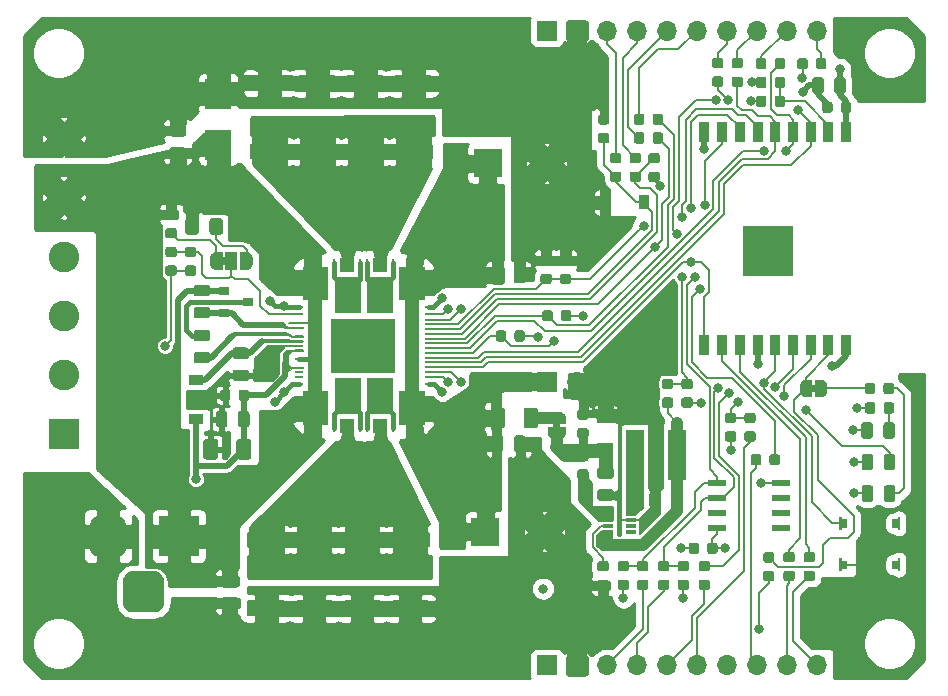
<source format=gbr>
G04 #@! TF.GenerationSoftware,KiCad,Pcbnew,5.1.5-52549c5~84~ubuntu18.04.1*
G04 #@! TF.CreationDate,2020-03-09T10:29:23-07:00*
G04 #@! TF.ProjectId,wifistepper,77696669-7374-4657-9070-65722e6b6963,rev?*
G04 #@! TF.SameCoordinates,Original*
G04 #@! TF.FileFunction,Copper,L1,Top*
G04 #@! TF.FilePolarity,Positive*
%FSLAX46Y46*%
G04 Gerber Fmt 4.6, Leading zero omitted, Abs format (unit mm)*
G04 Created by KiCad (PCBNEW 5.1.5-52549c5~84~ubuntu18.04.1) date 2020-03-09 10:29:23*
%MOMM*%
%LPD*%
G04 APERTURE LIST*
%ADD10R,5.500000X4.680000*%
%ADD11R,2.300000X3.010000*%
%ADD12R,1.160000X1.200000*%
%ADD13R,0.200000X0.800000*%
%ADD14R,0.800000X0.200000*%
%ADD15C,0.100000*%
%ADD16R,1.400000X1.300000*%
%ADD17R,0.900000X0.800000*%
%ADD18R,1.200000X0.900000*%
%ADD19R,3.500000X3.500000*%
%ADD20R,1.500000X4.200000*%
%ADD21R,0.900000X1.700000*%
%ADD22R,4.300000X4.300000*%
%ADD23R,0.850000X0.300000*%
%ADD24R,1.550000X0.600000*%
%ADD25R,2.600000X2.600000*%
%ADD26C,2.600000*%
%ADD27R,1.700000X1.700000*%
%ADD28O,1.700000X1.700000*%
%ADD29R,1.000000X1.500000*%
%ADD30C,2.400000*%
%ADD31R,2.400000X2.400000*%
%ADD32R,0.900000X1.200000*%
%ADD33R,2.300000X2.500000*%
%ADD34C,0.800000*%
%ADD35C,0.500000*%
%ADD36C,0.200000*%
%ADD37C,1.000000*%
%ADD38C,1.200000*%
%ADD39C,0.400000*%
%ADD40C,0.203200*%
%ADD41C,0.250000*%
G04 APERTURE END LIST*
D10*
X63166000Y-89789000D03*
D11*
X64616000Y-94054000D03*
X61876000Y-94054000D03*
X64616000Y-85524000D03*
X61876000Y-85524000D03*
D12*
X64656000Y-96589000D03*
X61836000Y-96589000D03*
X64656000Y-82989000D03*
X61836000Y-82989000D03*
D13*
X63556000Y-82789000D03*
X62936000Y-82789000D03*
X60736000Y-82789000D03*
X65756000Y-82789000D03*
X63556000Y-96789000D03*
X62936000Y-96789000D03*
X60736000Y-96789000D03*
X65756000Y-96789000D03*
D14*
X68746000Y-89579000D03*
X68746000Y-89179000D03*
X68746000Y-88779000D03*
X68746000Y-88379000D03*
X68746000Y-87979000D03*
X68746000Y-87579000D03*
X68746000Y-87139000D03*
X68746000Y-86539000D03*
X68746000Y-89999000D03*
X68746000Y-90399000D03*
X68746000Y-90799000D03*
X68746000Y-91199000D03*
X68746000Y-91599000D03*
X68746000Y-91999000D03*
X68746000Y-92439000D03*
X68746000Y-93039000D03*
X57746000Y-89389000D03*
X57746000Y-89789000D03*
X57746000Y-88989000D03*
X57746000Y-88269000D03*
X57746000Y-87869000D03*
X57746000Y-87139000D03*
X57746000Y-86539000D03*
X57746000Y-90189000D03*
X57746000Y-90909000D03*
X57746000Y-91639000D03*
X57746000Y-92039000D03*
X57746000Y-92439000D03*
X57746000Y-93039000D03*
G04 #@! TA.AperFunction,SMDPad,CuDef*
D15*
G36*
X66266000Y-83109000D02*
G01*
X66826000Y-83109000D01*
X66826000Y-82389000D01*
X68266000Y-82389000D01*
X68266000Y-83109000D01*
X68406000Y-83109000D01*
X68406000Y-83389000D01*
X69136000Y-83389000D01*
X69136000Y-85559000D01*
X68406000Y-85559000D01*
X68406000Y-85959000D01*
X66266000Y-85959000D01*
X66266000Y-83109000D01*
G37*
G04 #@! TD.AperFunction*
G04 #@! TA.AperFunction,SMDPad,CuDef*
G36*
X58086000Y-85559000D02*
G01*
X57356000Y-85559000D01*
X57356000Y-83389000D01*
X58086000Y-83389000D01*
X58086000Y-83109000D01*
X58226000Y-83109000D01*
X58226000Y-82389000D01*
X59666000Y-82389000D01*
X59666000Y-83109000D01*
X60226000Y-83109000D01*
X60226000Y-85959000D01*
X58086000Y-85959000D01*
X58086000Y-85559000D01*
G37*
G04 #@! TD.AperFunction*
G04 #@! TA.AperFunction,SMDPad,CuDef*
G36*
X58226000Y-96469000D02*
G01*
X58086000Y-96469000D01*
X58086000Y-96189000D01*
X57356000Y-96189000D01*
X57356000Y-94019000D01*
X58086000Y-94019000D01*
X58086000Y-93619000D01*
X60226000Y-93619000D01*
X60226000Y-96469000D01*
X59666000Y-96469000D01*
X59666000Y-97189000D01*
X58226000Y-97189000D01*
X58226000Y-96469000D01*
G37*
G04 #@! TD.AperFunction*
G04 #@! TA.AperFunction,SMDPad,CuDef*
G36*
X66826000Y-96469000D02*
G01*
X66266000Y-96469000D01*
X66266000Y-93619000D01*
X68406000Y-93619000D01*
X68406000Y-94019000D01*
X69136000Y-94019000D01*
X69136000Y-96189000D01*
X68406000Y-96189000D01*
X68406000Y-96469000D01*
X68266000Y-96469000D01*
X68266000Y-97189000D01*
X66826000Y-97189000D01*
X66826000Y-96469000D01*
G37*
G04 #@! TD.AperFunction*
D16*
X83700000Y-98650000D03*
X83700000Y-95750000D03*
G04 #@! TA.AperFunction,SMDPad,CuDef*
D15*
G36*
X103499500Y-104281000D02*
G01*
X103699500Y-104281000D01*
X103699500Y-104481000D01*
X104199500Y-104481000D01*
X104199500Y-105181000D01*
X103699500Y-105181000D01*
X103699500Y-105381000D01*
X103499500Y-105381000D01*
X103499500Y-104281000D01*
G37*
G04 #@! TD.AperFunction*
G04 #@! TA.AperFunction,SMDPad,CuDef*
G36*
X108449500Y-105181000D02*
G01*
X107949500Y-105181000D01*
X107949500Y-104481000D01*
X108449500Y-104481000D01*
X108449500Y-104281000D01*
X108649500Y-104281000D01*
X108649500Y-105381000D01*
X108449500Y-105381000D01*
X108449500Y-105181000D01*
G37*
G04 #@! TD.AperFunction*
G04 #@! TA.AperFunction,SMDPad,CuDef*
G36*
X103499500Y-107781000D02*
G01*
X103699500Y-107781000D01*
X103699500Y-107981000D01*
X104199500Y-107981000D01*
X104199500Y-108681000D01*
X103699500Y-108681000D01*
X103699500Y-108881000D01*
X103499500Y-108881000D01*
X103499500Y-107781000D01*
G37*
G04 #@! TD.AperFunction*
G04 #@! TA.AperFunction,SMDPad,CuDef*
G36*
X108449500Y-108681000D02*
G01*
X107949500Y-108681000D01*
X107949500Y-107981000D01*
X108449500Y-107981000D01*
X108449500Y-107781000D01*
X108649500Y-107781000D01*
X108649500Y-108881000D01*
X108449500Y-108881000D01*
X108449500Y-108681000D01*
G37*
G04 #@! TD.AperFunction*
G04 #@! TA.AperFunction,SMDPad,CuDef*
G36*
X106348691Y-92934553D02*
G01*
X106369926Y-92937703D01*
X106390750Y-92942919D01*
X106410962Y-92950151D01*
X106430368Y-92959330D01*
X106448781Y-92970366D01*
X106466024Y-92983154D01*
X106481930Y-92997570D01*
X106496346Y-93013476D01*
X106509134Y-93030719D01*
X106520170Y-93049132D01*
X106529349Y-93068538D01*
X106536581Y-93088750D01*
X106541797Y-93109574D01*
X106544947Y-93130809D01*
X106546000Y-93152250D01*
X106546000Y-93664750D01*
X106544947Y-93686191D01*
X106541797Y-93707426D01*
X106536581Y-93728250D01*
X106529349Y-93748462D01*
X106520170Y-93767868D01*
X106509134Y-93786281D01*
X106496346Y-93803524D01*
X106481930Y-93819430D01*
X106466024Y-93833846D01*
X106448781Y-93846634D01*
X106430368Y-93857670D01*
X106410962Y-93866849D01*
X106390750Y-93874081D01*
X106369926Y-93879297D01*
X106348691Y-93882447D01*
X106327250Y-93883500D01*
X105889750Y-93883500D01*
X105868309Y-93882447D01*
X105847074Y-93879297D01*
X105826250Y-93874081D01*
X105806038Y-93866849D01*
X105786632Y-93857670D01*
X105768219Y-93846634D01*
X105750976Y-93833846D01*
X105735070Y-93819430D01*
X105720654Y-93803524D01*
X105707866Y-93786281D01*
X105696830Y-93767868D01*
X105687651Y-93748462D01*
X105680419Y-93728250D01*
X105675203Y-93707426D01*
X105672053Y-93686191D01*
X105671000Y-93664750D01*
X105671000Y-93152250D01*
X105672053Y-93130809D01*
X105675203Y-93109574D01*
X105680419Y-93088750D01*
X105687651Y-93068538D01*
X105696830Y-93049132D01*
X105707866Y-93030719D01*
X105720654Y-93013476D01*
X105735070Y-92997570D01*
X105750976Y-92983154D01*
X105768219Y-92970366D01*
X105786632Y-92959330D01*
X105806038Y-92950151D01*
X105826250Y-92942919D01*
X105847074Y-92937703D01*
X105868309Y-92934553D01*
X105889750Y-92933500D01*
X106327250Y-92933500D01*
X106348691Y-92934553D01*
G37*
G04 #@! TD.AperFunction*
G04 #@! TA.AperFunction,SMDPad,CuDef*
G36*
X107923691Y-92934553D02*
G01*
X107944926Y-92937703D01*
X107965750Y-92942919D01*
X107985962Y-92950151D01*
X108005368Y-92959330D01*
X108023781Y-92970366D01*
X108041024Y-92983154D01*
X108056930Y-92997570D01*
X108071346Y-93013476D01*
X108084134Y-93030719D01*
X108095170Y-93049132D01*
X108104349Y-93068538D01*
X108111581Y-93088750D01*
X108116797Y-93109574D01*
X108119947Y-93130809D01*
X108121000Y-93152250D01*
X108121000Y-93664750D01*
X108119947Y-93686191D01*
X108116797Y-93707426D01*
X108111581Y-93728250D01*
X108104349Y-93748462D01*
X108095170Y-93767868D01*
X108084134Y-93786281D01*
X108071346Y-93803524D01*
X108056930Y-93819430D01*
X108041024Y-93833846D01*
X108023781Y-93846634D01*
X108005368Y-93857670D01*
X107985962Y-93866849D01*
X107965750Y-93874081D01*
X107944926Y-93879297D01*
X107923691Y-93882447D01*
X107902250Y-93883500D01*
X107464750Y-93883500D01*
X107443309Y-93882447D01*
X107422074Y-93879297D01*
X107401250Y-93874081D01*
X107381038Y-93866849D01*
X107361632Y-93857670D01*
X107343219Y-93846634D01*
X107325976Y-93833846D01*
X107310070Y-93819430D01*
X107295654Y-93803524D01*
X107282866Y-93786281D01*
X107271830Y-93767868D01*
X107262651Y-93748462D01*
X107255419Y-93728250D01*
X107250203Y-93707426D01*
X107247053Y-93686191D01*
X107246000Y-93664750D01*
X107246000Y-93152250D01*
X107247053Y-93130809D01*
X107250203Y-93109574D01*
X107255419Y-93088750D01*
X107262651Y-93068538D01*
X107271830Y-93049132D01*
X107282866Y-93030719D01*
X107295654Y-93013476D01*
X107310070Y-92997570D01*
X107325976Y-92983154D01*
X107343219Y-92970366D01*
X107361632Y-92959330D01*
X107381038Y-92950151D01*
X107401250Y-92942919D01*
X107422074Y-92937703D01*
X107443309Y-92934553D01*
X107464750Y-92933500D01*
X107902250Y-92933500D01*
X107923691Y-92934553D01*
G37*
G04 #@! TD.AperFunction*
G04 #@! TA.AperFunction,SMDPad,CuDef*
G36*
X53485504Y-97678204D02*
G01*
X53509773Y-97681804D01*
X53533571Y-97687765D01*
X53556671Y-97696030D01*
X53578849Y-97706520D01*
X53599893Y-97719133D01*
X53619598Y-97733747D01*
X53637777Y-97750223D01*
X53654253Y-97768402D01*
X53668867Y-97788107D01*
X53681480Y-97809151D01*
X53691970Y-97831329D01*
X53700235Y-97854429D01*
X53706196Y-97878227D01*
X53709796Y-97902496D01*
X53711000Y-97927000D01*
X53711000Y-99177000D01*
X53709796Y-99201504D01*
X53706196Y-99225773D01*
X53700235Y-99249571D01*
X53691970Y-99272671D01*
X53681480Y-99294849D01*
X53668867Y-99315893D01*
X53654253Y-99335598D01*
X53637777Y-99353777D01*
X53619598Y-99370253D01*
X53599893Y-99384867D01*
X53578849Y-99397480D01*
X53556671Y-99407970D01*
X53533571Y-99416235D01*
X53509773Y-99422196D01*
X53485504Y-99425796D01*
X53461000Y-99427000D01*
X52711000Y-99427000D01*
X52686496Y-99425796D01*
X52662227Y-99422196D01*
X52638429Y-99416235D01*
X52615329Y-99407970D01*
X52593151Y-99397480D01*
X52572107Y-99384867D01*
X52552402Y-99370253D01*
X52534223Y-99353777D01*
X52517747Y-99335598D01*
X52503133Y-99315893D01*
X52490520Y-99294849D01*
X52480030Y-99272671D01*
X52471765Y-99249571D01*
X52465804Y-99225773D01*
X52462204Y-99201504D01*
X52461000Y-99177000D01*
X52461000Y-97927000D01*
X52462204Y-97902496D01*
X52465804Y-97878227D01*
X52471765Y-97854429D01*
X52480030Y-97831329D01*
X52490520Y-97809151D01*
X52503133Y-97788107D01*
X52517747Y-97768402D01*
X52534223Y-97750223D01*
X52552402Y-97733747D01*
X52572107Y-97719133D01*
X52593151Y-97706520D01*
X52615329Y-97696030D01*
X52638429Y-97687765D01*
X52662227Y-97681804D01*
X52686496Y-97678204D01*
X52711000Y-97677000D01*
X53461000Y-97677000D01*
X53485504Y-97678204D01*
G37*
G04 #@! TD.AperFunction*
G04 #@! TA.AperFunction,SMDPad,CuDef*
G36*
X50685504Y-97678204D02*
G01*
X50709773Y-97681804D01*
X50733571Y-97687765D01*
X50756671Y-97696030D01*
X50778849Y-97706520D01*
X50799893Y-97719133D01*
X50819598Y-97733747D01*
X50837777Y-97750223D01*
X50854253Y-97768402D01*
X50868867Y-97788107D01*
X50881480Y-97809151D01*
X50891970Y-97831329D01*
X50900235Y-97854429D01*
X50906196Y-97878227D01*
X50909796Y-97902496D01*
X50911000Y-97927000D01*
X50911000Y-99177000D01*
X50909796Y-99201504D01*
X50906196Y-99225773D01*
X50900235Y-99249571D01*
X50891970Y-99272671D01*
X50881480Y-99294849D01*
X50868867Y-99315893D01*
X50854253Y-99335598D01*
X50837777Y-99353777D01*
X50819598Y-99370253D01*
X50799893Y-99384867D01*
X50778849Y-99397480D01*
X50756671Y-99407970D01*
X50733571Y-99416235D01*
X50709773Y-99422196D01*
X50685504Y-99425796D01*
X50661000Y-99427000D01*
X49911000Y-99427000D01*
X49886496Y-99425796D01*
X49862227Y-99422196D01*
X49838429Y-99416235D01*
X49815329Y-99407970D01*
X49793151Y-99397480D01*
X49772107Y-99384867D01*
X49752402Y-99370253D01*
X49734223Y-99353777D01*
X49717747Y-99335598D01*
X49703133Y-99315893D01*
X49690520Y-99294849D01*
X49680030Y-99272671D01*
X49671765Y-99249571D01*
X49665804Y-99225773D01*
X49662204Y-99201504D01*
X49661000Y-99177000D01*
X49661000Y-97927000D01*
X49662204Y-97902496D01*
X49665804Y-97878227D01*
X49671765Y-97854429D01*
X49680030Y-97831329D01*
X49690520Y-97809151D01*
X49703133Y-97788107D01*
X49717747Y-97768402D01*
X49734223Y-97750223D01*
X49752402Y-97733747D01*
X49772107Y-97719133D01*
X49793151Y-97706520D01*
X49815329Y-97696030D01*
X49838429Y-97687765D01*
X49862227Y-97681804D01*
X49886496Y-97678204D01*
X49911000Y-97677000D01*
X50661000Y-97677000D01*
X50685504Y-97678204D01*
G37*
G04 #@! TD.AperFunction*
G04 #@! TA.AperFunction,SMDPad,CuDef*
G36*
X53312142Y-89937674D02*
G01*
X53335803Y-89941184D01*
X53359007Y-89946996D01*
X53381529Y-89955054D01*
X53403153Y-89965282D01*
X53423670Y-89977579D01*
X53442883Y-89991829D01*
X53460607Y-90007893D01*
X53476671Y-90025617D01*
X53490921Y-90044830D01*
X53503218Y-90065347D01*
X53513446Y-90086971D01*
X53521504Y-90109493D01*
X53527316Y-90132697D01*
X53530826Y-90156358D01*
X53532000Y-90180250D01*
X53532000Y-90667750D01*
X53530826Y-90691642D01*
X53527316Y-90715303D01*
X53521504Y-90738507D01*
X53513446Y-90761029D01*
X53503218Y-90782653D01*
X53490921Y-90803170D01*
X53476671Y-90822383D01*
X53460607Y-90840107D01*
X53442883Y-90856171D01*
X53423670Y-90870421D01*
X53403153Y-90882718D01*
X53381529Y-90892946D01*
X53359007Y-90901004D01*
X53335803Y-90906816D01*
X53312142Y-90910326D01*
X53288250Y-90911500D01*
X52375750Y-90911500D01*
X52351858Y-90910326D01*
X52328197Y-90906816D01*
X52304993Y-90901004D01*
X52282471Y-90892946D01*
X52260847Y-90882718D01*
X52240330Y-90870421D01*
X52221117Y-90856171D01*
X52203393Y-90840107D01*
X52187329Y-90822383D01*
X52173079Y-90803170D01*
X52160782Y-90782653D01*
X52150554Y-90761029D01*
X52142496Y-90738507D01*
X52136684Y-90715303D01*
X52133174Y-90691642D01*
X52132000Y-90667750D01*
X52132000Y-90180250D01*
X52133174Y-90156358D01*
X52136684Y-90132697D01*
X52142496Y-90109493D01*
X52150554Y-90086971D01*
X52160782Y-90065347D01*
X52173079Y-90044830D01*
X52187329Y-90025617D01*
X52203393Y-90007893D01*
X52221117Y-89991829D01*
X52240330Y-89977579D01*
X52260847Y-89965282D01*
X52282471Y-89955054D01*
X52304993Y-89946996D01*
X52328197Y-89941184D01*
X52351858Y-89937674D01*
X52375750Y-89936500D01*
X53288250Y-89936500D01*
X53312142Y-89937674D01*
G37*
G04 #@! TD.AperFunction*
G04 #@! TA.AperFunction,SMDPad,CuDef*
G36*
X53312142Y-91812674D02*
G01*
X53335803Y-91816184D01*
X53359007Y-91821996D01*
X53381529Y-91830054D01*
X53403153Y-91840282D01*
X53423670Y-91852579D01*
X53442883Y-91866829D01*
X53460607Y-91882893D01*
X53476671Y-91900617D01*
X53490921Y-91919830D01*
X53503218Y-91940347D01*
X53513446Y-91961971D01*
X53521504Y-91984493D01*
X53527316Y-92007697D01*
X53530826Y-92031358D01*
X53532000Y-92055250D01*
X53532000Y-92542750D01*
X53530826Y-92566642D01*
X53527316Y-92590303D01*
X53521504Y-92613507D01*
X53513446Y-92636029D01*
X53503218Y-92657653D01*
X53490921Y-92678170D01*
X53476671Y-92697383D01*
X53460607Y-92715107D01*
X53442883Y-92731171D01*
X53423670Y-92745421D01*
X53403153Y-92757718D01*
X53381529Y-92767946D01*
X53359007Y-92776004D01*
X53335803Y-92781816D01*
X53312142Y-92785326D01*
X53288250Y-92786500D01*
X52375750Y-92786500D01*
X52351858Y-92785326D01*
X52328197Y-92781816D01*
X52304993Y-92776004D01*
X52282471Y-92767946D01*
X52260847Y-92757718D01*
X52240330Y-92745421D01*
X52221117Y-92731171D01*
X52203393Y-92715107D01*
X52187329Y-92697383D01*
X52173079Y-92678170D01*
X52160782Y-92657653D01*
X52150554Y-92636029D01*
X52142496Y-92613507D01*
X52136684Y-92590303D01*
X52133174Y-92566642D01*
X52132000Y-92542750D01*
X52132000Y-92055250D01*
X52133174Y-92031358D01*
X52136684Y-92007697D01*
X52142496Y-91984493D01*
X52150554Y-91961971D01*
X52160782Y-91940347D01*
X52173079Y-91919830D01*
X52187329Y-91900617D01*
X52203393Y-91882893D01*
X52221117Y-91866829D01*
X52240330Y-91852579D01*
X52260847Y-91840282D01*
X52282471Y-91830054D01*
X52304993Y-91821996D01*
X52328197Y-91816184D01*
X52351858Y-91812674D01*
X52375750Y-91811500D01*
X53288250Y-91811500D01*
X53312142Y-91812674D01*
G37*
G04 #@! TD.AperFunction*
G04 #@! TA.AperFunction,SMDPad,CuDef*
G36*
X50010142Y-86508674D02*
G01*
X50033803Y-86512184D01*
X50057007Y-86517996D01*
X50079529Y-86526054D01*
X50101153Y-86536282D01*
X50121670Y-86548579D01*
X50140883Y-86562829D01*
X50158607Y-86578893D01*
X50174671Y-86596617D01*
X50188921Y-86615830D01*
X50201218Y-86636347D01*
X50211446Y-86657971D01*
X50219504Y-86680493D01*
X50225316Y-86703697D01*
X50228826Y-86727358D01*
X50230000Y-86751250D01*
X50230000Y-87238750D01*
X50228826Y-87262642D01*
X50225316Y-87286303D01*
X50219504Y-87309507D01*
X50211446Y-87332029D01*
X50201218Y-87353653D01*
X50188921Y-87374170D01*
X50174671Y-87393383D01*
X50158607Y-87411107D01*
X50140883Y-87427171D01*
X50121670Y-87441421D01*
X50101153Y-87453718D01*
X50079529Y-87463946D01*
X50057007Y-87472004D01*
X50033803Y-87477816D01*
X50010142Y-87481326D01*
X49986250Y-87482500D01*
X49073750Y-87482500D01*
X49049858Y-87481326D01*
X49026197Y-87477816D01*
X49002993Y-87472004D01*
X48980471Y-87463946D01*
X48958847Y-87453718D01*
X48938330Y-87441421D01*
X48919117Y-87427171D01*
X48901393Y-87411107D01*
X48885329Y-87393383D01*
X48871079Y-87374170D01*
X48858782Y-87353653D01*
X48848554Y-87332029D01*
X48840496Y-87309507D01*
X48834684Y-87286303D01*
X48831174Y-87262642D01*
X48830000Y-87238750D01*
X48830000Y-86751250D01*
X48831174Y-86727358D01*
X48834684Y-86703697D01*
X48840496Y-86680493D01*
X48848554Y-86657971D01*
X48858782Y-86636347D01*
X48871079Y-86615830D01*
X48885329Y-86596617D01*
X48901393Y-86578893D01*
X48919117Y-86562829D01*
X48938330Y-86548579D01*
X48958847Y-86536282D01*
X48980471Y-86526054D01*
X49002993Y-86517996D01*
X49026197Y-86512184D01*
X49049858Y-86508674D01*
X49073750Y-86507500D01*
X49986250Y-86507500D01*
X50010142Y-86508674D01*
G37*
G04 #@! TD.AperFunction*
G04 #@! TA.AperFunction,SMDPad,CuDef*
G36*
X50010142Y-84633674D02*
G01*
X50033803Y-84637184D01*
X50057007Y-84642996D01*
X50079529Y-84651054D01*
X50101153Y-84661282D01*
X50121670Y-84673579D01*
X50140883Y-84687829D01*
X50158607Y-84703893D01*
X50174671Y-84721617D01*
X50188921Y-84740830D01*
X50201218Y-84761347D01*
X50211446Y-84782971D01*
X50219504Y-84805493D01*
X50225316Y-84828697D01*
X50228826Y-84852358D01*
X50230000Y-84876250D01*
X50230000Y-85363750D01*
X50228826Y-85387642D01*
X50225316Y-85411303D01*
X50219504Y-85434507D01*
X50211446Y-85457029D01*
X50201218Y-85478653D01*
X50188921Y-85499170D01*
X50174671Y-85518383D01*
X50158607Y-85536107D01*
X50140883Y-85552171D01*
X50121670Y-85566421D01*
X50101153Y-85578718D01*
X50079529Y-85588946D01*
X50057007Y-85597004D01*
X50033803Y-85602816D01*
X50010142Y-85606326D01*
X49986250Y-85607500D01*
X49073750Y-85607500D01*
X49049858Y-85606326D01*
X49026197Y-85602816D01*
X49002993Y-85597004D01*
X48980471Y-85588946D01*
X48958847Y-85578718D01*
X48938330Y-85566421D01*
X48919117Y-85552171D01*
X48901393Y-85536107D01*
X48885329Y-85518383D01*
X48871079Y-85499170D01*
X48858782Y-85478653D01*
X48848554Y-85457029D01*
X48840496Y-85434507D01*
X48834684Y-85411303D01*
X48831174Y-85387642D01*
X48830000Y-85363750D01*
X48830000Y-84876250D01*
X48831174Y-84852358D01*
X48834684Y-84828697D01*
X48840496Y-84805493D01*
X48848554Y-84782971D01*
X48858782Y-84761347D01*
X48871079Y-84740830D01*
X48885329Y-84721617D01*
X48901393Y-84703893D01*
X48919117Y-84687829D01*
X48938330Y-84673579D01*
X48958847Y-84661282D01*
X48980471Y-84651054D01*
X49002993Y-84642996D01*
X49026197Y-84637184D01*
X49049858Y-84633674D01*
X49073750Y-84632500D01*
X49986250Y-84632500D01*
X50010142Y-84633674D01*
G37*
G04 #@! TD.AperFunction*
G04 #@! TA.AperFunction,SMDPad,CuDef*
G36*
X53353642Y-95313174D02*
G01*
X53377303Y-95316684D01*
X53400507Y-95322496D01*
X53423029Y-95330554D01*
X53444653Y-95340782D01*
X53465170Y-95353079D01*
X53484383Y-95367329D01*
X53502107Y-95383393D01*
X53518171Y-95401117D01*
X53532421Y-95420330D01*
X53544718Y-95440847D01*
X53554946Y-95462471D01*
X53563004Y-95484993D01*
X53568816Y-95508197D01*
X53572326Y-95531858D01*
X53573500Y-95555750D01*
X53573500Y-96468250D01*
X53572326Y-96492142D01*
X53568816Y-96515803D01*
X53563004Y-96539007D01*
X53554946Y-96561529D01*
X53544718Y-96583153D01*
X53532421Y-96603670D01*
X53518171Y-96622883D01*
X53502107Y-96640607D01*
X53484383Y-96656671D01*
X53465170Y-96670921D01*
X53444653Y-96683218D01*
X53423029Y-96693446D01*
X53400507Y-96701504D01*
X53377303Y-96707316D01*
X53353642Y-96710826D01*
X53329750Y-96712000D01*
X52842250Y-96712000D01*
X52818358Y-96710826D01*
X52794697Y-96707316D01*
X52771493Y-96701504D01*
X52748971Y-96693446D01*
X52727347Y-96683218D01*
X52706830Y-96670921D01*
X52687617Y-96656671D01*
X52669893Y-96640607D01*
X52653829Y-96622883D01*
X52639579Y-96603670D01*
X52627282Y-96583153D01*
X52617054Y-96561529D01*
X52608996Y-96539007D01*
X52603184Y-96515803D01*
X52599674Y-96492142D01*
X52598500Y-96468250D01*
X52598500Y-95555750D01*
X52599674Y-95531858D01*
X52603184Y-95508197D01*
X52608996Y-95484993D01*
X52617054Y-95462471D01*
X52627282Y-95440847D01*
X52639579Y-95420330D01*
X52653829Y-95401117D01*
X52669893Y-95383393D01*
X52687617Y-95367329D01*
X52706830Y-95353079D01*
X52727347Y-95340782D01*
X52748971Y-95330554D01*
X52771493Y-95322496D01*
X52794697Y-95316684D01*
X52818358Y-95313174D01*
X52842250Y-95312000D01*
X53329750Y-95312000D01*
X53353642Y-95313174D01*
G37*
G04 #@! TD.AperFunction*
G04 #@! TA.AperFunction,SMDPad,CuDef*
G36*
X51478642Y-95313174D02*
G01*
X51502303Y-95316684D01*
X51525507Y-95322496D01*
X51548029Y-95330554D01*
X51569653Y-95340782D01*
X51590170Y-95353079D01*
X51609383Y-95367329D01*
X51627107Y-95383393D01*
X51643171Y-95401117D01*
X51657421Y-95420330D01*
X51669718Y-95440847D01*
X51679946Y-95462471D01*
X51688004Y-95484993D01*
X51693816Y-95508197D01*
X51697326Y-95531858D01*
X51698500Y-95555750D01*
X51698500Y-96468250D01*
X51697326Y-96492142D01*
X51693816Y-96515803D01*
X51688004Y-96539007D01*
X51679946Y-96561529D01*
X51669718Y-96583153D01*
X51657421Y-96603670D01*
X51643171Y-96622883D01*
X51627107Y-96640607D01*
X51609383Y-96656671D01*
X51590170Y-96670921D01*
X51569653Y-96683218D01*
X51548029Y-96693446D01*
X51525507Y-96701504D01*
X51502303Y-96707316D01*
X51478642Y-96710826D01*
X51454750Y-96712000D01*
X50967250Y-96712000D01*
X50943358Y-96710826D01*
X50919697Y-96707316D01*
X50896493Y-96701504D01*
X50873971Y-96693446D01*
X50852347Y-96683218D01*
X50831830Y-96670921D01*
X50812617Y-96656671D01*
X50794893Y-96640607D01*
X50778829Y-96622883D01*
X50764579Y-96603670D01*
X50752282Y-96583153D01*
X50742054Y-96561529D01*
X50733996Y-96539007D01*
X50728184Y-96515803D01*
X50724674Y-96492142D01*
X50723500Y-96468250D01*
X50723500Y-95555750D01*
X50724674Y-95531858D01*
X50728184Y-95508197D01*
X50733996Y-95484993D01*
X50742054Y-95462471D01*
X50752282Y-95440847D01*
X50764579Y-95420330D01*
X50778829Y-95401117D01*
X50794893Y-95383393D01*
X50812617Y-95367329D01*
X50831830Y-95353079D01*
X50852347Y-95340782D01*
X50873971Y-95330554D01*
X50896493Y-95322496D01*
X50919697Y-95316684D01*
X50943358Y-95313174D01*
X50967250Y-95312000D01*
X51454750Y-95312000D01*
X51478642Y-95313174D01*
G37*
G04 #@! TD.AperFunction*
G04 #@! TA.AperFunction,SMDPad,CuDef*
G36*
X48855191Y-82990053D02*
G01*
X48876426Y-82993203D01*
X48897250Y-82998419D01*
X48917462Y-83005651D01*
X48936868Y-83014830D01*
X48955281Y-83025866D01*
X48972524Y-83038654D01*
X48988430Y-83053070D01*
X49002846Y-83068976D01*
X49015634Y-83086219D01*
X49026670Y-83104632D01*
X49035849Y-83124038D01*
X49043081Y-83144250D01*
X49048297Y-83165074D01*
X49051447Y-83186309D01*
X49052500Y-83207750D01*
X49052500Y-83645250D01*
X49051447Y-83666691D01*
X49048297Y-83687926D01*
X49043081Y-83708750D01*
X49035849Y-83728962D01*
X49026670Y-83748368D01*
X49015634Y-83766781D01*
X49002846Y-83784024D01*
X48988430Y-83799930D01*
X48972524Y-83814346D01*
X48955281Y-83827134D01*
X48936868Y-83838170D01*
X48917462Y-83847349D01*
X48897250Y-83854581D01*
X48876426Y-83859797D01*
X48855191Y-83862947D01*
X48833750Y-83864000D01*
X48321250Y-83864000D01*
X48299809Y-83862947D01*
X48278574Y-83859797D01*
X48257750Y-83854581D01*
X48237538Y-83847349D01*
X48218132Y-83838170D01*
X48199719Y-83827134D01*
X48182476Y-83814346D01*
X48166570Y-83799930D01*
X48152154Y-83784024D01*
X48139366Y-83766781D01*
X48128330Y-83748368D01*
X48119151Y-83728962D01*
X48111919Y-83708750D01*
X48106703Y-83687926D01*
X48103553Y-83666691D01*
X48102500Y-83645250D01*
X48102500Y-83207750D01*
X48103553Y-83186309D01*
X48106703Y-83165074D01*
X48111919Y-83144250D01*
X48119151Y-83124038D01*
X48128330Y-83104632D01*
X48139366Y-83086219D01*
X48152154Y-83068976D01*
X48166570Y-83053070D01*
X48182476Y-83038654D01*
X48199719Y-83025866D01*
X48218132Y-83014830D01*
X48237538Y-83005651D01*
X48257750Y-82998419D01*
X48278574Y-82993203D01*
X48299809Y-82990053D01*
X48321250Y-82989000D01*
X48833750Y-82989000D01*
X48855191Y-82990053D01*
G37*
G04 #@! TD.AperFunction*
G04 #@! TA.AperFunction,SMDPad,CuDef*
G36*
X48855191Y-81415053D02*
G01*
X48876426Y-81418203D01*
X48897250Y-81423419D01*
X48917462Y-81430651D01*
X48936868Y-81439830D01*
X48955281Y-81450866D01*
X48972524Y-81463654D01*
X48988430Y-81478070D01*
X49002846Y-81493976D01*
X49015634Y-81511219D01*
X49026670Y-81529632D01*
X49035849Y-81549038D01*
X49043081Y-81569250D01*
X49048297Y-81590074D01*
X49051447Y-81611309D01*
X49052500Y-81632750D01*
X49052500Y-82070250D01*
X49051447Y-82091691D01*
X49048297Y-82112926D01*
X49043081Y-82133750D01*
X49035849Y-82153962D01*
X49026670Y-82173368D01*
X49015634Y-82191781D01*
X49002846Y-82209024D01*
X48988430Y-82224930D01*
X48972524Y-82239346D01*
X48955281Y-82252134D01*
X48936868Y-82263170D01*
X48917462Y-82272349D01*
X48897250Y-82279581D01*
X48876426Y-82284797D01*
X48855191Y-82287947D01*
X48833750Y-82289000D01*
X48321250Y-82289000D01*
X48299809Y-82287947D01*
X48278574Y-82284797D01*
X48257750Y-82279581D01*
X48237538Y-82272349D01*
X48218132Y-82263170D01*
X48199719Y-82252134D01*
X48182476Y-82239346D01*
X48166570Y-82224930D01*
X48152154Y-82209024D01*
X48139366Y-82191781D01*
X48128330Y-82173368D01*
X48119151Y-82153962D01*
X48111919Y-82133750D01*
X48106703Y-82112926D01*
X48103553Y-82091691D01*
X48102500Y-82070250D01*
X48102500Y-81632750D01*
X48103553Y-81611309D01*
X48106703Y-81590074D01*
X48111919Y-81569250D01*
X48119151Y-81549038D01*
X48128330Y-81529632D01*
X48139366Y-81511219D01*
X48152154Y-81493976D01*
X48166570Y-81478070D01*
X48182476Y-81463654D01*
X48199719Y-81450866D01*
X48218132Y-81439830D01*
X48237538Y-81430651D01*
X48257750Y-81423419D01*
X48278574Y-81418203D01*
X48299809Y-81415053D01*
X48321250Y-81414000D01*
X48833750Y-81414000D01*
X48855191Y-81415053D01*
G37*
G04 #@! TD.AperFunction*
G04 #@! TA.AperFunction,SMDPad,CuDef*
G36*
X74842642Y-97376174D02*
G01*
X74866303Y-97379684D01*
X74889507Y-97385496D01*
X74912029Y-97393554D01*
X74933653Y-97403782D01*
X74954170Y-97416079D01*
X74973383Y-97430329D01*
X74991107Y-97446393D01*
X75007171Y-97464117D01*
X75021421Y-97483330D01*
X75033718Y-97503847D01*
X75043946Y-97525471D01*
X75052004Y-97547993D01*
X75057816Y-97571197D01*
X75061326Y-97594858D01*
X75062500Y-97618750D01*
X75062500Y-98531250D01*
X75061326Y-98555142D01*
X75057816Y-98578803D01*
X75052004Y-98602007D01*
X75043946Y-98624529D01*
X75033718Y-98646153D01*
X75021421Y-98666670D01*
X75007171Y-98685883D01*
X74991107Y-98703607D01*
X74973383Y-98719671D01*
X74954170Y-98733921D01*
X74933653Y-98746218D01*
X74912029Y-98756446D01*
X74889507Y-98764504D01*
X74866303Y-98770316D01*
X74842642Y-98773826D01*
X74818750Y-98775000D01*
X74331250Y-98775000D01*
X74307358Y-98773826D01*
X74283697Y-98770316D01*
X74260493Y-98764504D01*
X74237971Y-98756446D01*
X74216347Y-98746218D01*
X74195830Y-98733921D01*
X74176617Y-98719671D01*
X74158893Y-98703607D01*
X74142829Y-98685883D01*
X74128579Y-98666670D01*
X74116282Y-98646153D01*
X74106054Y-98624529D01*
X74097996Y-98602007D01*
X74092184Y-98578803D01*
X74088674Y-98555142D01*
X74087500Y-98531250D01*
X74087500Y-97618750D01*
X74088674Y-97594858D01*
X74092184Y-97571197D01*
X74097996Y-97547993D01*
X74106054Y-97525471D01*
X74116282Y-97503847D01*
X74128579Y-97483330D01*
X74142829Y-97464117D01*
X74158893Y-97446393D01*
X74176617Y-97430329D01*
X74195830Y-97416079D01*
X74216347Y-97403782D01*
X74237971Y-97393554D01*
X74260493Y-97385496D01*
X74283697Y-97379684D01*
X74307358Y-97376174D01*
X74331250Y-97375000D01*
X74818750Y-97375000D01*
X74842642Y-97376174D01*
G37*
G04 #@! TD.AperFunction*
G04 #@! TA.AperFunction,SMDPad,CuDef*
G36*
X76717642Y-97376174D02*
G01*
X76741303Y-97379684D01*
X76764507Y-97385496D01*
X76787029Y-97393554D01*
X76808653Y-97403782D01*
X76829170Y-97416079D01*
X76848383Y-97430329D01*
X76866107Y-97446393D01*
X76882171Y-97464117D01*
X76896421Y-97483330D01*
X76908718Y-97503847D01*
X76918946Y-97525471D01*
X76927004Y-97547993D01*
X76932816Y-97571197D01*
X76936326Y-97594858D01*
X76937500Y-97618750D01*
X76937500Y-98531250D01*
X76936326Y-98555142D01*
X76932816Y-98578803D01*
X76927004Y-98602007D01*
X76918946Y-98624529D01*
X76908718Y-98646153D01*
X76896421Y-98666670D01*
X76882171Y-98685883D01*
X76866107Y-98703607D01*
X76848383Y-98719671D01*
X76829170Y-98733921D01*
X76808653Y-98746218D01*
X76787029Y-98756446D01*
X76764507Y-98764504D01*
X76741303Y-98770316D01*
X76717642Y-98773826D01*
X76693750Y-98775000D01*
X76206250Y-98775000D01*
X76182358Y-98773826D01*
X76158697Y-98770316D01*
X76135493Y-98764504D01*
X76112971Y-98756446D01*
X76091347Y-98746218D01*
X76070830Y-98733921D01*
X76051617Y-98719671D01*
X76033893Y-98703607D01*
X76017829Y-98685883D01*
X76003579Y-98666670D01*
X75991282Y-98646153D01*
X75981054Y-98624529D01*
X75972996Y-98602007D01*
X75967184Y-98578803D01*
X75963674Y-98555142D01*
X75962500Y-98531250D01*
X75962500Y-97618750D01*
X75963674Y-97594858D01*
X75967184Y-97571197D01*
X75972996Y-97547993D01*
X75981054Y-97525471D01*
X75991282Y-97503847D01*
X76003579Y-97483330D01*
X76017829Y-97464117D01*
X76033893Y-97446393D01*
X76051617Y-97430329D01*
X76070830Y-97416079D01*
X76091347Y-97403782D01*
X76112971Y-97393554D01*
X76135493Y-97385496D01*
X76158697Y-97379684D01*
X76182358Y-97376174D01*
X76206250Y-97375000D01*
X76693750Y-97375000D01*
X76717642Y-97376174D01*
G37*
G04 #@! TD.AperFunction*
G04 #@! TA.AperFunction,SMDPad,CuDef*
G36*
X76691642Y-83121174D02*
G01*
X76715303Y-83124684D01*
X76738507Y-83130496D01*
X76761029Y-83138554D01*
X76782653Y-83148782D01*
X76803170Y-83161079D01*
X76822383Y-83175329D01*
X76840107Y-83191393D01*
X76856171Y-83209117D01*
X76870421Y-83228330D01*
X76882718Y-83248847D01*
X76892946Y-83270471D01*
X76901004Y-83292993D01*
X76906816Y-83316197D01*
X76910326Y-83339858D01*
X76911500Y-83363750D01*
X76911500Y-84276250D01*
X76910326Y-84300142D01*
X76906816Y-84323803D01*
X76901004Y-84347007D01*
X76892946Y-84369529D01*
X76882718Y-84391153D01*
X76870421Y-84411670D01*
X76856171Y-84430883D01*
X76840107Y-84448607D01*
X76822383Y-84464671D01*
X76803170Y-84478921D01*
X76782653Y-84491218D01*
X76761029Y-84501446D01*
X76738507Y-84509504D01*
X76715303Y-84515316D01*
X76691642Y-84518826D01*
X76667750Y-84520000D01*
X76180250Y-84520000D01*
X76156358Y-84518826D01*
X76132697Y-84515316D01*
X76109493Y-84509504D01*
X76086971Y-84501446D01*
X76065347Y-84491218D01*
X76044830Y-84478921D01*
X76025617Y-84464671D01*
X76007893Y-84448607D01*
X75991829Y-84430883D01*
X75977579Y-84411670D01*
X75965282Y-84391153D01*
X75955054Y-84369529D01*
X75946996Y-84347007D01*
X75941184Y-84323803D01*
X75937674Y-84300142D01*
X75936500Y-84276250D01*
X75936500Y-83363750D01*
X75937674Y-83339858D01*
X75941184Y-83316197D01*
X75946996Y-83292993D01*
X75955054Y-83270471D01*
X75965282Y-83248847D01*
X75977579Y-83228330D01*
X75991829Y-83209117D01*
X76007893Y-83191393D01*
X76025617Y-83175329D01*
X76044830Y-83161079D01*
X76065347Y-83148782D01*
X76086971Y-83138554D01*
X76109493Y-83130496D01*
X76132697Y-83124684D01*
X76156358Y-83121174D01*
X76180250Y-83120000D01*
X76667750Y-83120000D01*
X76691642Y-83121174D01*
G37*
G04 #@! TD.AperFunction*
G04 #@! TA.AperFunction,SMDPad,CuDef*
G36*
X74816642Y-83121174D02*
G01*
X74840303Y-83124684D01*
X74863507Y-83130496D01*
X74886029Y-83138554D01*
X74907653Y-83148782D01*
X74928170Y-83161079D01*
X74947383Y-83175329D01*
X74965107Y-83191393D01*
X74981171Y-83209117D01*
X74995421Y-83228330D01*
X75007718Y-83248847D01*
X75017946Y-83270471D01*
X75026004Y-83292993D01*
X75031816Y-83316197D01*
X75035326Y-83339858D01*
X75036500Y-83363750D01*
X75036500Y-84276250D01*
X75035326Y-84300142D01*
X75031816Y-84323803D01*
X75026004Y-84347007D01*
X75017946Y-84369529D01*
X75007718Y-84391153D01*
X74995421Y-84411670D01*
X74981171Y-84430883D01*
X74965107Y-84448607D01*
X74947383Y-84464671D01*
X74928170Y-84478921D01*
X74907653Y-84491218D01*
X74886029Y-84501446D01*
X74863507Y-84509504D01*
X74840303Y-84515316D01*
X74816642Y-84518826D01*
X74792750Y-84520000D01*
X74305250Y-84520000D01*
X74281358Y-84518826D01*
X74257697Y-84515316D01*
X74234493Y-84509504D01*
X74211971Y-84501446D01*
X74190347Y-84491218D01*
X74169830Y-84478921D01*
X74150617Y-84464671D01*
X74132893Y-84448607D01*
X74116829Y-84430883D01*
X74102579Y-84411670D01*
X74090282Y-84391153D01*
X74080054Y-84369529D01*
X74071996Y-84347007D01*
X74066184Y-84323803D01*
X74062674Y-84300142D01*
X74061500Y-84276250D01*
X74061500Y-83363750D01*
X74062674Y-83339858D01*
X74066184Y-83316197D01*
X74071996Y-83292993D01*
X74080054Y-83270471D01*
X74090282Y-83248847D01*
X74102579Y-83228330D01*
X74116829Y-83209117D01*
X74132893Y-83191393D01*
X74150617Y-83175329D01*
X74169830Y-83161079D01*
X74190347Y-83148782D01*
X74211971Y-83138554D01*
X74234493Y-83130496D01*
X74257697Y-83124684D01*
X74281358Y-83121174D01*
X74305250Y-83120000D01*
X74792750Y-83120000D01*
X74816642Y-83121174D01*
G37*
G04 #@! TD.AperFunction*
G04 #@! TA.AperFunction,SMDPad,CuDef*
G36*
X47978142Y-72983174D02*
G01*
X48001803Y-72986684D01*
X48025007Y-72992496D01*
X48047529Y-73000554D01*
X48069153Y-73010782D01*
X48089670Y-73023079D01*
X48108883Y-73037329D01*
X48126607Y-73053393D01*
X48142671Y-73071117D01*
X48156921Y-73090330D01*
X48169218Y-73110847D01*
X48179446Y-73132471D01*
X48187504Y-73154993D01*
X48193316Y-73178197D01*
X48196826Y-73201858D01*
X48198000Y-73225750D01*
X48198000Y-73713250D01*
X48196826Y-73737142D01*
X48193316Y-73760803D01*
X48187504Y-73784007D01*
X48179446Y-73806529D01*
X48169218Y-73828153D01*
X48156921Y-73848670D01*
X48142671Y-73867883D01*
X48126607Y-73885607D01*
X48108883Y-73901671D01*
X48089670Y-73915921D01*
X48069153Y-73928218D01*
X48047529Y-73938446D01*
X48025007Y-73946504D01*
X48001803Y-73952316D01*
X47978142Y-73955826D01*
X47954250Y-73957000D01*
X47041750Y-73957000D01*
X47017858Y-73955826D01*
X46994197Y-73952316D01*
X46970993Y-73946504D01*
X46948471Y-73938446D01*
X46926847Y-73928218D01*
X46906330Y-73915921D01*
X46887117Y-73901671D01*
X46869393Y-73885607D01*
X46853329Y-73867883D01*
X46839079Y-73848670D01*
X46826782Y-73828153D01*
X46816554Y-73806529D01*
X46808496Y-73784007D01*
X46802684Y-73760803D01*
X46799174Y-73737142D01*
X46798000Y-73713250D01*
X46798000Y-73225750D01*
X46799174Y-73201858D01*
X46802684Y-73178197D01*
X46808496Y-73154993D01*
X46816554Y-73132471D01*
X46826782Y-73110847D01*
X46839079Y-73090330D01*
X46853329Y-73071117D01*
X46869393Y-73053393D01*
X46887117Y-73037329D01*
X46906330Y-73023079D01*
X46926847Y-73010782D01*
X46948471Y-73000554D01*
X46970993Y-72992496D01*
X46994197Y-72986684D01*
X47017858Y-72983174D01*
X47041750Y-72982000D01*
X47954250Y-72982000D01*
X47978142Y-72983174D01*
G37*
G04 #@! TD.AperFunction*
G04 #@! TA.AperFunction,SMDPad,CuDef*
G36*
X47978142Y-71108174D02*
G01*
X48001803Y-71111684D01*
X48025007Y-71117496D01*
X48047529Y-71125554D01*
X48069153Y-71135782D01*
X48089670Y-71148079D01*
X48108883Y-71162329D01*
X48126607Y-71178393D01*
X48142671Y-71196117D01*
X48156921Y-71215330D01*
X48169218Y-71235847D01*
X48179446Y-71257471D01*
X48187504Y-71279993D01*
X48193316Y-71303197D01*
X48196826Y-71326858D01*
X48198000Y-71350750D01*
X48198000Y-71838250D01*
X48196826Y-71862142D01*
X48193316Y-71885803D01*
X48187504Y-71909007D01*
X48179446Y-71931529D01*
X48169218Y-71953153D01*
X48156921Y-71973670D01*
X48142671Y-71992883D01*
X48126607Y-72010607D01*
X48108883Y-72026671D01*
X48089670Y-72040921D01*
X48069153Y-72053218D01*
X48047529Y-72063446D01*
X48025007Y-72071504D01*
X48001803Y-72077316D01*
X47978142Y-72080826D01*
X47954250Y-72082000D01*
X47041750Y-72082000D01*
X47017858Y-72080826D01*
X46994197Y-72077316D01*
X46970993Y-72071504D01*
X46948471Y-72063446D01*
X46926847Y-72053218D01*
X46906330Y-72040921D01*
X46887117Y-72026671D01*
X46869393Y-72010607D01*
X46853329Y-71992883D01*
X46839079Y-71973670D01*
X46826782Y-71953153D01*
X46816554Y-71931529D01*
X46808496Y-71909007D01*
X46802684Y-71885803D01*
X46799174Y-71862142D01*
X46798000Y-71838250D01*
X46798000Y-71350750D01*
X46799174Y-71326858D01*
X46802684Y-71303197D01*
X46808496Y-71279993D01*
X46816554Y-71257471D01*
X46826782Y-71235847D01*
X46839079Y-71215330D01*
X46853329Y-71196117D01*
X46869393Y-71178393D01*
X46887117Y-71162329D01*
X46906330Y-71148079D01*
X46926847Y-71135782D01*
X46948471Y-71125554D01*
X46970993Y-71117496D01*
X46994197Y-71111684D01*
X47017858Y-71108174D01*
X47041750Y-71107000D01*
X47954250Y-71107000D01*
X47978142Y-71108174D01*
G37*
G04 #@! TD.AperFunction*
G04 #@! TA.AperFunction,SMDPad,CuDef*
G36*
X52359642Y-111083174D02*
G01*
X52383303Y-111086684D01*
X52406507Y-111092496D01*
X52429029Y-111100554D01*
X52450653Y-111110782D01*
X52471170Y-111123079D01*
X52490383Y-111137329D01*
X52508107Y-111153393D01*
X52524171Y-111171117D01*
X52538421Y-111190330D01*
X52550718Y-111210847D01*
X52560946Y-111232471D01*
X52569004Y-111254993D01*
X52574816Y-111278197D01*
X52578326Y-111301858D01*
X52579500Y-111325750D01*
X52579500Y-111813250D01*
X52578326Y-111837142D01*
X52574816Y-111860803D01*
X52569004Y-111884007D01*
X52560946Y-111906529D01*
X52550718Y-111928153D01*
X52538421Y-111948670D01*
X52524171Y-111967883D01*
X52508107Y-111985607D01*
X52490383Y-112001671D01*
X52471170Y-112015921D01*
X52450653Y-112028218D01*
X52429029Y-112038446D01*
X52406507Y-112046504D01*
X52383303Y-112052316D01*
X52359642Y-112055826D01*
X52335750Y-112057000D01*
X51423250Y-112057000D01*
X51399358Y-112055826D01*
X51375697Y-112052316D01*
X51352493Y-112046504D01*
X51329971Y-112038446D01*
X51308347Y-112028218D01*
X51287830Y-112015921D01*
X51268617Y-112001671D01*
X51250893Y-111985607D01*
X51234829Y-111967883D01*
X51220579Y-111948670D01*
X51208282Y-111928153D01*
X51198054Y-111906529D01*
X51189996Y-111884007D01*
X51184184Y-111860803D01*
X51180674Y-111837142D01*
X51179500Y-111813250D01*
X51179500Y-111325750D01*
X51180674Y-111301858D01*
X51184184Y-111278197D01*
X51189996Y-111254993D01*
X51198054Y-111232471D01*
X51208282Y-111210847D01*
X51220579Y-111190330D01*
X51234829Y-111171117D01*
X51250893Y-111153393D01*
X51268617Y-111137329D01*
X51287830Y-111123079D01*
X51308347Y-111110782D01*
X51329971Y-111100554D01*
X51352493Y-111092496D01*
X51375697Y-111086684D01*
X51399358Y-111083174D01*
X51423250Y-111082000D01*
X52335750Y-111082000D01*
X52359642Y-111083174D01*
G37*
G04 #@! TD.AperFunction*
G04 #@! TA.AperFunction,SMDPad,CuDef*
G36*
X52359642Y-109208174D02*
G01*
X52383303Y-109211684D01*
X52406507Y-109217496D01*
X52429029Y-109225554D01*
X52450653Y-109235782D01*
X52471170Y-109248079D01*
X52490383Y-109262329D01*
X52508107Y-109278393D01*
X52524171Y-109296117D01*
X52538421Y-109315330D01*
X52550718Y-109335847D01*
X52560946Y-109357471D01*
X52569004Y-109379993D01*
X52574816Y-109403197D01*
X52578326Y-109426858D01*
X52579500Y-109450750D01*
X52579500Y-109938250D01*
X52578326Y-109962142D01*
X52574816Y-109985803D01*
X52569004Y-110009007D01*
X52560946Y-110031529D01*
X52550718Y-110053153D01*
X52538421Y-110073670D01*
X52524171Y-110092883D01*
X52508107Y-110110607D01*
X52490383Y-110126671D01*
X52471170Y-110140921D01*
X52450653Y-110153218D01*
X52429029Y-110163446D01*
X52406507Y-110171504D01*
X52383303Y-110177316D01*
X52359642Y-110180826D01*
X52335750Y-110182000D01*
X51423250Y-110182000D01*
X51399358Y-110180826D01*
X51375697Y-110177316D01*
X51352493Y-110171504D01*
X51329971Y-110163446D01*
X51308347Y-110153218D01*
X51287830Y-110140921D01*
X51268617Y-110126671D01*
X51250893Y-110110607D01*
X51234829Y-110092883D01*
X51220579Y-110073670D01*
X51208282Y-110053153D01*
X51198054Y-110031529D01*
X51189996Y-110009007D01*
X51184184Y-109985803D01*
X51180674Y-109962142D01*
X51179500Y-109938250D01*
X51179500Y-109450750D01*
X51180674Y-109426858D01*
X51184184Y-109403197D01*
X51189996Y-109379993D01*
X51198054Y-109357471D01*
X51208282Y-109335847D01*
X51220579Y-109315330D01*
X51234829Y-109296117D01*
X51250893Y-109278393D01*
X51268617Y-109262329D01*
X51287830Y-109248079D01*
X51308347Y-109235782D01*
X51329971Y-109225554D01*
X51352493Y-109217496D01*
X51375697Y-109211684D01*
X51399358Y-109208174D01*
X51423250Y-109207000D01*
X52335750Y-109207000D01*
X52359642Y-109208174D01*
G37*
G04 #@! TD.AperFunction*
G04 #@! TA.AperFunction,SMDPad,CuDef*
G36*
X53326191Y-93506053D02*
G01*
X53347426Y-93509203D01*
X53368250Y-93514419D01*
X53388462Y-93521651D01*
X53407868Y-93530830D01*
X53426281Y-93541866D01*
X53443524Y-93554654D01*
X53459430Y-93569070D01*
X53473846Y-93584976D01*
X53486634Y-93602219D01*
X53497670Y-93620632D01*
X53506849Y-93640038D01*
X53514081Y-93660250D01*
X53519297Y-93681074D01*
X53522447Y-93702309D01*
X53523500Y-93723750D01*
X53523500Y-94236250D01*
X53522447Y-94257691D01*
X53519297Y-94278926D01*
X53514081Y-94299750D01*
X53506849Y-94319962D01*
X53497670Y-94339368D01*
X53486634Y-94357781D01*
X53473846Y-94375024D01*
X53459430Y-94390930D01*
X53443524Y-94405346D01*
X53426281Y-94418134D01*
X53407868Y-94429170D01*
X53388462Y-94438349D01*
X53368250Y-94445581D01*
X53347426Y-94450797D01*
X53326191Y-94453947D01*
X53304750Y-94455000D01*
X52867250Y-94455000D01*
X52845809Y-94453947D01*
X52824574Y-94450797D01*
X52803750Y-94445581D01*
X52783538Y-94438349D01*
X52764132Y-94429170D01*
X52745719Y-94418134D01*
X52728476Y-94405346D01*
X52712570Y-94390930D01*
X52698154Y-94375024D01*
X52685366Y-94357781D01*
X52674330Y-94339368D01*
X52665151Y-94319962D01*
X52657919Y-94299750D01*
X52652703Y-94278926D01*
X52649553Y-94257691D01*
X52648500Y-94236250D01*
X52648500Y-93723750D01*
X52649553Y-93702309D01*
X52652703Y-93681074D01*
X52657919Y-93660250D01*
X52665151Y-93640038D01*
X52674330Y-93620632D01*
X52685366Y-93602219D01*
X52698154Y-93584976D01*
X52712570Y-93569070D01*
X52728476Y-93554654D01*
X52745719Y-93541866D01*
X52764132Y-93530830D01*
X52783538Y-93521651D01*
X52803750Y-93514419D01*
X52824574Y-93509203D01*
X52845809Y-93506053D01*
X52867250Y-93505000D01*
X53304750Y-93505000D01*
X53326191Y-93506053D01*
G37*
G04 #@! TD.AperFunction*
G04 #@! TA.AperFunction,SMDPad,CuDef*
G36*
X51751191Y-93506053D02*
G01*
X51772426Y-93509203D01*
X51793250Y-93514419D01*
X51813462Y-93521651D01*
X51832868Y-93530830D01*
X51851281Y-93541866D01*
X51868524Y-93554654D01*
X51884430Y-93569070D01*
X51898846Y-93584976D01*
X51911634Y-93602219D01*
X51922670Y-93620632D01*
X51931849Y-93640038D01*
X51939081Y-93660250D01*
X51944297Y-93681074D01*
X51947447Y-93702309D01*
X51948500Y-93723750D01*
X51948500Y-94236250D01*
X51947447Y-94257691D01*
X51944297Y-94278926D01*
X51939081Y-94299750D01*
X51931849Y-94319962D01*
X51922670Y-94339368D01*
X51911634Y-94357781D01*
X51898846Y-94375024D01*
X51884430Y-94390930D01*
X51868524Y-94405346D01*
X51851281Y-94418134D01*
X51832868Y-94429170D01*
X51813462Y-94438349D01*
X51793250Y-94445581D01*
X51772426Y-94450797D01*
X51751191Y-94453947D01*
X51729750Y-94455000D01*
X51292250Y-94455000D01*
X51270809Y-94453947D01*
X51249574Y-94450797D01*
X51228750Y-94445581D01*
X51208538Y-94438349D01*
X51189132Y-94429170D01*
X51170719Y-94418134D01*
X51153476Y-94405346D01*
X51137570Y-94390930D01*
X51123154Y-94375024D01*
X51110366Y-94357781D01*
X51099330Y-94339368D01*
X51090151Y-94319962D01*
X51082919Y-94299750D01*
X51077703Y-94278926D01*
X51074553Y-94257691D01*
X51073500Y-94236250D01*
X51073500Y-93723750D01*
X51074553Y-93702309D01*
X51077703Y-93681074D01*
X51082919Y-93660250D01*
X51090151Y-93640038D01*
X51099330Y-93620632D01*
X51110366Y-93602219D01*
X51123154Y-93584976D01*
X51137570Y-93569070D01*
X51153476Y-93554654D01*
X51170719Y-93541866D01*
X51189132Y-93530830D01*
X51208538Y-93521651D01*
X51228750Y-93514419D01*
X51249574Y-93509203D01*
X51270809Y-93506053D01*
X51292250Y-93505000D01*
X51729750Y-93505000D01*
X51751191Y-93506053D01*
G37*
G04 #@! TD.AperFunction*
G04 #@! TA.AperFunction,SMDPad,CuDef*
G36*
X50010142Y-88443674D02*
G01*
X50033803Y-88447184D01*
X50057007Y-88452996D01*
X50079529Y-88461054D01*
X50101153Y-88471282D01*
X50121670Y-88483579D01*
X50140883Y-88497829D01*
X50158607Y-88513893D01*
X50174671Y-88531617D01*
X50188921Y-88550830D01*
X50201218Y-88571347D01*
X50211446Y-88592971D01*
X50219504Y-88615493D01*
X50225316Y-88638697D01*
X50228826Y-88662358D01*
X50230000Y-88686250D01*
X50230000Y-89173750D01*
X50228826Y-89197642D01*
X50225316Y-89221303D01*
X50219504Y-89244507D01*
X50211446Y-89267029D01*
X50201218Y-89288653D01*
X50188921Y-89309170D01*
X50174671Y-89328383D01*
X50158607Y-89346107D01*
X50140883Y-89362171D01*
X50121670Y-89376421D01*
X50101153Y-89388718D01*
X50079529Y-89398946D01*
X50057007Y-89407004D01*
X50033803Y-89412816D01*
X50010142Y-89416326D01*
X49986250Y-89417500D01*
X49073750Y-89417500D01*
X49049858Y-89416326D01*
X49026197Y-89412816D01*
X49002993Y-89407004D01*
X48980471Y-89398946D01*
X48958847Y-89388718D01*
X48938330Y-89376421D01*
X48919117Y-89362171D01*
X48901393Y-89346107D01*
X48885329Y-89328383D01*
X48871079Y-89309170D01*
X48858782Y-89288653D01*
X48848554Y-89267029D01*
X48840496Y-89244507D01*
X48834684Y-89221303D01*
X48831174Y-89197642D01*
X48830000Y-89173750D01*
X48830000Y-88686250D01*
X48831174Y-88662358D01*
X48834684Y-88638697D01*
X48840496Y-88615493D01*
X48848554Y-88592971D01*
X48858782Y-88571347D01*
X48871079Y-88550830D01*
X48885329Y-88531617D01*
X48901393Y-88513893D01*
X48919117Y-88497829D01*
X48938330Y-88483579D01*
X48958847Y-88471282D01*
X48980471Y-88461054D01*
X49002993Y-88452996D01*
X49026197Y-88447184D01*
X49049858Y-88443674D01*
X49073750Y-88442500D01*
X49986250Y-88442500D01*
X50010142Y-88443674D01*
G37*
G04 #@! TD.AperFunction*
G04 #@! TA.AperFunction,SMDPad,CuDef*
G36*
X50010142Y-90318674D02*
G01*
X50033803Y-90322184D01*
X50057007Y-90327996D01*
X50079529Y-90336054D01*
X50101153Y-90346282D01*
X50121670Y-90358579D01*
X50140883Y-90372829D01*
X50158607Y-90388893D01*
X50174671Y-90406617D01*
X50188921Y-90425830D01*
X50201218Y-90446347D01*
X50211446Y-90467971D01*
X50219504Y-90490493D01*
X50225316Y-90513697D01*
X50228826Y-90537358D01*
X50230000Y-90561250D01*
X50230000Y-91048750D01*
X50228826Y-91072642D01*
X50225316Y-91096303D01*
X50219504Y-91119507D01*
X50211446Y-91142029D01*
X50201218Y-91163653D01*
X50188921Y-91184170D01*
X50174671Y-91203383D01*
X50158607Y-91221107D01*
X50140883Y-91237171D01*
X50121670Y-91251421D01*
X50101153Y-91263718D01*
X50079529Y-91273946D01*
X50057007Y-91282004D01*
X50033803Y-91287816D01*
X50010142Y-91291326D01*
X49986250Y-91292500D01*
X49073750Y-91292500D01*
X49049858Y-91291326D01*
X49026197Y-91287816D01*
X49002993Y-91282004D01*
X48980471Y-91273946D01*
X48958847Y-91263718D01*
X48938330Y-91251421D01*
X48919117Y-91237171D01*
X48901393Y-91221107D01*
X48885329Y-91203383D01*
X48871079Y-91184170D01*
X48858782Y-91163653D01*
X48848554Y-91142029D01*
X48840496Y-91119507D01*
X48834684Y-91096303D01*
X48831174Y-91072642D01*
X48830000Y-91048750D01*
X48830000Y-90561250D01*
X48831174Y-90537358D01*
X48834684Y-90513697D01*
X48840496Y-90490493D01*
X48848554Y-90467971D01*
X48858782Y-90446347D01*
X48871079Y-90425830D01*
X48885329Y-90406617D01*
X48901393Y-90388893D01*
X48919117Y-90372829D01*
X48938330Y-90358579D01*
X48958847Y-90346282D01*
X48980471Y-90336054D01*
X49002993Y-90327996D01*
X49026197Y-90322184D01*
X49049858Y-90318674D01*
X49073750Y-90317500D01*
X49986250Y-90317500D01*
X50010142Y-90318674D01*
G37*
G04 #@! TD.AperFunction*
G04 #@! TA.AperFunction,SMDPad,CuDef*
G36*
X78954191Y-83688553D02*
G01*
X78975426Y-83691703D01*
X78996250Y-83696919D01*
X79016462Y-83704151D01*
X79035868Y-83713330D01*
X79054281Y-83724366D01*
X79071524Y-83737154D01*
X79087430Y-83751570D01*
X79101846Y-83767476D01*
X79114634Y-83784719D01*
X79125670Y-83803132D01*
X79134849Y-83822538D01*
X79142081Y-83842750D01*
X79147297Y-83863574D01*
X79150447Y-83884809D01*
X79151500Y-83906250D01*
X79151500Y-84343750D01*
X79150447Y-84365191D01*
X79147297Y-84386426D01*
X79142081Y-84407250D01*
X79134849Y-84427462D01*
X79125670Y-84446868D01*
X79114634Y-84465281D01*
X79101846Y-84482524D01*
X79087430Y-84498430D01*
X79071524Y-84512846D01*
X79054281Y-84525634D01*
X79035868Y-84536670D01*
X79016462Y-84545849D01*
X78996250Y-84553081D01*
X78975426Y-84558297D01*
X78954191Y-84561447D01*
X78932750Y-84562500D01*
X78420250Y-84562500D01*
X78398809Y-84561447D01*
X78377574Y-84558297D01*
X78356750Y-84553081D01*
X78336538Y-84545849D01*
X78317132Y-84536670D01*
X78298719Y-84525634D01*
X78281476Y-84512846D01*
X78265570Y-84498430D01*
X78251154Y-84482524D01*
X78238366Y-84465281D01*
X78227330Y-84446868D01*
X78218151Y-84427462D01*
X78210919Y-84407250D01*
X78205703Y-84386426D01*
X78202553Y-84365191D01*
X78201500Y-84343750D01*
X78201500Y-83906250D01*
X78202553Y-83884809D01*
X78205703Y-83863574D01*
X78210919Y-83842750D01*
X78218151Y-83822538D01*
X78227330Y-83803132D01*
X78238366Y-83784719D01*
X78251154Y-83767476D01*
X78265570Y-83751570D01*
X78281476Y-83737154D01*
X78298719Y-83724366D01*
X78317132Y-83713330D01*
X78336538Y-83704151D01*
X78356750Y-83696919D01*
X78377574Y-83691703D01*
X78398809Y-83688553D01*
X78420250Y-83687500D01*
X78932750Y-83687500D01*
X78954191Y-83688553D01*
G37*
G04 #@! TD.AperFunction*
G04 #@! TA.AperFunction,SMDPad,CuDef*
G36*
X78954191Y-82113553D02*
G01*
X78975426Y-82116703D01*
X78996250Y-82121919D01*
X79016462Y-82129151D01*
X79035868Y-82138330D01*
X79054281Y-82149366D01*
X79071524Y-82162154D01*
X79087430Y-82176570D01*
X79101846Y-82192476D01*
X79114634Y-82209719D01*
X79125670Y-82228132D01*
X79134849Y-82247538D01*
X79142081Y-82267750D01*
X79147297Y-82288574D01*
X79150447Y-82309809D01*
X79151500Y-82331250D01*
X79151500Y-82768750D01*
X79150447Y-82790191D01*
X79147297Y-82811426D01*
X79142081Y-82832250D01*
X79134849Y-82852462D01*
X79125670Y-82871868D01*
X79114634Y-82890281D01*
X79101846Y-82907524D01*
X79087430Y-82923430D01*
X79071524Y-82937846D01*
X79054281Y-82950634D01*
X79035868Y-82961670D01*
X79016462Y-82970849D01*
X78996250Y-82978081D01*
X78975426Y-82983297D01*
X78954191Y-82986447D01*
X78932750Y-82987500D01*
X78420250Y-82987500D01*
X78398809Y-82986447D01*
X78377574Y-82983297D01*
X78356750Y-82978081D01*
X78336538Y-82970849D01*
X78317132Y-82961670D01*
X78298719Y-82950634D01*
X78281476Y-82937846D01*
X78265570Y-82923430D01*
X78251154Y-82907524D01*
X78238366Y-82890281D01*
X78227330Y-82871868D01*
X78218151Y-82852462D01*
X78210919Y-82832250D01*
X78205703Y-82811426D01*
X78202553Y-82790191D01*
X78201500Y-82768750D01*
X78201500Y-82331250D01*
X78202553Y-82309809D01*
X78205703Y-82288574D01*
X78210919Y-82267750D01*
X78218151Y-82247538D01*
X78227330Y-82228132D01*
X78238366Y-82209719D01*
X78251154Y-82192476D01*
X78265570Y-82176570D01*
X78281476Y-82162154D01*
X78298719Y-82149366D01*
X78317132Y-82138330D01*
X78336538Y-82129151D01*
X78356750Y-82121919D01*
X78377574Y-82116703D01*
X78398809Y-82113553D01*
X78420250Y-82112500D01*
X78932750Y-82112500D01*
X78954191Y-82113553D01*
G37*
G04 #@! TD.AperFunction*
G04 #@! TA.AperFunction,SMDPad,CuDef*
G36*
X101961142Y-67055674D02*
G01*
X101984803Y-67059184D01*
X102008007Y-67064996D01*
X102030529Y-67073054D01*
X102052153Y-67083282D01*
X102072670Y-67095579D01*
X102091883Y-67109829D01*
X102109607Y-67125893D01*
X102125671Y-67143617D01*
X102139921Y-67162830D01*
X102152218Y-67183347D01*
X102162446Y-67204971D01*
X102170504Y-67227493D01*
X102176316Y-67250697D01*
X102179826Y-67274358D01*
X102181000Y-67298250D01*
X102181000Y-68210750D01*
X102179826Y-68234642D01*
X102176316Y-68258303D01*
X102170504Y-68281507D01*
X102162446Y-68304029D01*
X102152218Y-68325653D01*
X102139921Y-68346170D01*
X102125671Y-68365383D01*
X102109607Y-68383107D01*
X102091883Y-68399171D01*
X102072670Y-68413421D01*
X102052153Y-68425718D01*
X102030529Y-68435946D01*
X102008007Y-68444004D01*
X101984803Y-68449816D01*
X101961142Y-68453326D01*
X101937250Y-68454500D01*
X101449750Y-68454500D01*
X101425858Y-68453326D01*
X101402197Y-68449816D01*
X101378993Y-68444004D01*
X101356471Y-68435946D01*
X101334847Y-68425718D01*
X101314330Y-68413421D01*
X101295117Y-68399171D01*
X101277393Y-68383107D01*
X101261329Y-68365383D01*
X101247079Y-68346170D01*
X101234782Y-68325653D01*
X101224554Y-68304029D01*
X101216496Y-68281507D01*
X101210684Y-68258303D01*
X101207174Y-68234642D01*
X101206000Y-68210750D01*
X101206000Y-67298250D01*
X101207174Y-67274358D01*
X101210684Y-67250697D01*
X101216496Y-67227493D01*
X101224554Y-67204971D01*
X101234782Y-67183347D01*
X101247079Y-67162830D01*
X101261329Y-67143617D01*
X101277393Y-67125893D01*
X101295117Y-67109829D01*
X101314330Y-67095579D01*
X101334847Y-67083282D01*
X101356471Y-67073054D01*
X101378993Y-67064996D01*
X101402197Y-67059184D01*
X101425858Y-67055674D01*
X101449750Y-67054500D01*
X101937250Y-67054500D01*
X101961142Y-67055674D01*
G37*
G04 #@! TD.AperFunction*
G04 #@! TA.AperFunction,SMDPad,CuDef*
G36*
X103836142Y-67055674D02*
G01*
X103859803Y-67059184D01*
X103883007Y-67064996D01*
X103905529Y-67073054D01*
X103927153Y-67083282D01*
X103947670Y-67095579D01*
X103966883Y-67109829D01*
X103984607Y-67125893D01*
X104000671Y-67143617D01*
X104014921Y-67162830D01*
X104027218Y-67183347D01*
X104037446Y-67204971D01*
X104045504Y-67227493D01*
X104051316Y-67250697D01*
X104054826Y-67274358D01*
X104056000Y-67298250D01*
X104056000Y-68210750D01*
X104054826Y-68234642D01*
X104051316Y-68258303D01*
X104045504Y-68281507D01*
X104037446Y-68304029D01*
X104027218Y-68325653D01*
X104014921Y-68346170D01*
X104000671Y-68365383D01*
X103984607Y-68383107D01*
X103966883Y-68399171D01*
X103947670Y-68413421D01*
X103927153Y-68425718D01*
X103905529Y-68435946D01*
X103883007Y-68444004D01*
X103859803Y-68449816D01*
X103836142Y-68453326D01*
X103812250Y-68454500D01*
X103324750Y-68454500D01*
X103300858Y-68453326D01*
X103277197Y-68449816D01*
X103253993Y-68444004D01*
X103231471Y-68435946D01*
X103209847Y-68425718D01*
X103189330Y-68413421D01*
X103170117Y-68399171D01*
X103152393Y-68383107D01*
X103136329Y-68365383D01*
X103122079Y-68346170D01*
X103109782Y-68325653D01*
X103099554Y-68304029D01*
X103091496Y-68281507D01*
X103085684Y-68258303D01*
X103082174Y-68234642D01*
X103081000Y-68210750D01*
X103081000Y-67298250D01*
X103082174Y-67274358D01*
X103085684Y-67250697D01*
X103091496Y-67227493D01*
X103099554Y-67204971D01*
X103109782Y-67183347D01*
X103122079Y-67162830D01*
X103136329Y-67143617D01*
X103152393Y-67125893D01*
X103170117Y-67109829D01*
X103189330Y-67095579D01*
X103209847Y-67083282D01*
X103231471Y-67073054D01*
X103253993Y-67064996D01*
X103277197Y-67059184D01*
X103300858Y-67055674D01*
X103324750Y-67054500D01*
X103812250Y-67054500D01*
X103836142Y-67055674D01*
G37*
G04 #@! TD.AperFunction*
G04 #@! TA.AperFunction,SMDPad,CuDef*
G36*
X104316691Y-69122053D02*
G01*
X104337926Y-69125203D01*
X104358750Y-69130419D01*
X104378962Y-69137651D01*
X104398368Y-69146830D01*
X104416781Y-69157866D01*
X104434024Y-69170654D01*
X104449930Y-69185070D01*
X104464346Y-69200976D01*
X104477134Y-69218219D01*
X104488170Y-69236632D01*
X104497349Y-69256038D01*
X104504581Y-69276250D01*
X104509797Y-69297074D01*
X104512947Y-69318309D01*
X104514000Y-69339750D01*
X104514000Y-69852250D01*
X104512947Y-69873691D01*
X104509797Y-69894926D01*
X104504581Y-69915750D01*
X104497349Y-69935962D01*
X104488170Y-69955368D01*
X104477134Y-69973781D01*
X104464346Y-69991024D01*
X104449930Y-70006930D01*
X104434024Y-70021346D01*
X104416781Y-70034134D01*
X104398368Y-70045170D01*
X104378962Y-70054349D01*
X104358750Y-70061581D01*
X104337926Y-70066797D01*
X104316691Y-70069947D01*
X104295250Y-70071000D01*
X103857750Y-70071000D01*
X103836309Y-70069947D01*
X103815074Y-70066797D01*
X103794250Y-70061581D01*
X103774038Y-70054349D01*
X103754632Y-70045170D01*
X103736219Y-70034134D01*
X103718976Y-70021346D01*
X103703070Y-70006930D01*
X103688654Y-69991024D01*
X103675866Y-69973781D01*
X103664830Y-69955368D01*
X103655651Y-69935962D01*
X103648419Y-69915750D01*
X103643203Y-69894926D01*
X103640053Y-69873691D01*
X103639000Y-69852250D01*
X103639000Y-69339750D01*
X103640053Y-69318309D01*
X103643203Y-69297074D01*
X103648419Y-69276250D01*
X103655651Y-69256038D01*
X103664830Y-69236632D01*
X103675866Y-69218219D01*
X103688654Y-69200976D01*
X103703070Y-69185070D01*
X103718976Y-69170654D01*
X103736219Y-69157866D01*
X103754632Y-69146830D01*
X103774038Y-69137651D01*
X103794250Y-69130419D01*
X103815074Y-69125203D01*
X103836309Y-69122053D01*
X103857750Y-69121000D01*
X104295250Y-69121000D01*
X104316691Y-69122053D01*
G37*
G04 #@! TD.AperFunction*
G04 #@! TA.AperFunction,SMDPad,CuDef*
G36*
X102741691Y-69122053D02*
G01*
X102762926Y-69125203D01*
X102783750Y-69130419D01*
X102803962Y-69137651D01*
X102823368Y-69146830D01*
X102841781Y-69157866D01*
X102859024Y-69170654D01*
X102874930Y-69185070D01*
X102889346Y-69200976D01*
X102902134Y-69218219D01*
X102913170Y-69236632D01*
X102922349Y-69256038D01*
X102929581Y-69276250D01*
X102934797Y-69297074D01*
X102937947Y-69318309D01*
X102939000Y-69339750D01*
X102939000Y-69852250D01*
X102937947Y-69873691D01*
X102934797Y-69894926D01*
X102929581Y-69915750D01*
X102922349Y-69935962D01*
X102913170Y-69955368D01*
X102902134Y-69973781D01*
X102889346Y-69991024D01*
X102874930Y-70006930D01*
X102859024Y-70021346D01*
X102841781Y-70034134D01*
X102823368Y-70045170D01*
X102803962Y-70054349D01*
X102783750Y-70061581D01*
X102762926Y-70066797D01*
X102741691Y-70069947D01*
X102720250Y-70071000D01*
X102282750Y-70071000D01*
X102261309Y-70069947D01*
X102240074Y-70066797D01*
X102219250Y-70061581D01*
X102199038Y-70054349D01*
X102179632Y-70045170D01*
X102161219Y-70034134D01*
X102143976Y-70021346D01*
X102128070Y-70006930D01*
X102113654Y-69991024D01*
X102100866Y-69973781D01*
X102089830Y-69955368D01*
X102080651Y-69935962D01*
X102073419Y-69915750D01*
X102068203Y-69894926D01*
X102065053Y-69873691D01*
X102064000Y-69852250D01*
X102064000Y-69339750D01*
X102065053Y-69318309D01*
X102068203Y-69297074D01*
X102073419Y-69276250D01*
X102080651Y-69256038D01*
X102089830Y-69236632D01*
X102100866Y-69218219D01*
X102113654Y-69200976D01*
X102128070Y-69185070D01*
X102143976Y-69170654D01*
X102161219Y-69157866D01*
X102179632Y-69146830D01*
X102199038Y-69137651D01*
X102219250Y-69130419D01*
X102240074Y-69125203D01*
X102261309Y-69122053D01*
X102282750Y-69121000D01*
X102720250Y-69121000D01*
X102741691Y-69122053D01*
G37*
G04 #@! TD.AperFunction*
G04 #@! TA.AperFunction,SMDPad,CuDef*
G36*
X98716191Y-67026553D02*
G01*
X98737426Y-67029703D01*
X98758250Y-67034919D01*
X98778462Y-67042151D01*
X98797868Y-67051330D01*
X98816281Y-67062366D01*
X98833524Y-67075154D01*
X98849430Y-67089570D01*
X98863846Y-67105476D01*
X98876634Y-67122719D01*
X98887670Y-67141132D01*
X98896849Y-67160538D01*
X98904081Y-67180750D01*
X98909297Y-67201574D01*
X98912447Y-67222809D01*
X98913500Y-67244250D01*
X98913500Y-67756750D01*
X98912447Y-67778191D01*
X98909297Y-67799426D01*
X98904081Y-67820250D01*
X98896849Y-67840462D01*
X98887670Y-67859868D01*
X98876634Y-67878281D01*
X98863846Y-67895524D01*
X98849430Y-67911430D01*
X98833524Y-67925846D01*
X98816281Y-67938634D01*
X98797868Y-67949670D01*
X98778462Y-67958849D01*
X98758250Y-67966081D01*
X98737426Y-67971297D01*
X98716191Y-67974447D01*
X98694750Y-67975500D01*
X98257250Y-67975500D01*
X98235809Y-67974447D01*
X98214574Y-67971297D01*
X98193750Y-67966081D01*
X98173538Y-67958849D01*
X98154132Y-67949670D01*
X98135719Y-67938634D01*
X98118476Y-67925846D01*
X98102570Y-67911430D01*
X98088154Y-67895524D01*
X98075366Y-67878281D01*
X98064330Y-67859868D01*
X98055151Y-67840462D01*
X98047919Y-67820250D01*
X98042703Y-67799426D01*
X98039553Y-67778191D01*
X98038500Y-67756750D01*
X98038500Y-67244250D01*
X98039553Y-67222809D01*
X98042703Y-67201574D01*
X98047919Y-67180750D01*
X98055151Y-67160538D01*
X98064330Y-67141132D01*
X98075366Y-67122719D01*
X98088154Y-67105476D01*
X98102570Y-67089570D01*
X98118476Y-67075154D01*
X98135719Y-67062366D01*
X98154132Y-67051330D01*
X98173538Y-67042151D01*
X98193750Y-67034919D01*
X98214574Y-67029703D01*
X98235809Y-67026553D01*
X98257250Y-67025500D01*
X98694750Y-67025500D01*
X98716191Y-67026553D01*
G37*
G04 #@! TD.AperFunction*
G04 #@! TA.AperFunction,SMDPad,CuDef*
G36*
X97141191Y-67026553D02*
G01*
X97162426Y-67029703D01*
X97183250Y-67034919D01*
X97203462Y-67042151D01*
X97222868Y-67051330D01*
X97241281Y-67062366D01*
X97258524Y-67075154D01*
X97274430Y-67089570D01*
X97288846Y-67105476D01*
X97301634Y-67122719D01*
X97312670Y-67141132D01*
X97321849Y-67160538D01*
X97329081Y-67180750D01*
X97334297Y-67201574D01*
X97337447Y-67222809D01*
X97338500Y-67244250D01*
X97338500Y-67756750D01*
X97337447Y-67778191D01*
X97334297Y-67799426D01*
X97329081Y-67820250D01*
X97321849Y-67840462D01*
X97312670Y-67859868D01*
X97301634Y-67878281D01*
X97288846Y-67895524D01*
X97274430Y-67911430D01*
X97258524Y-67925846D01*
X97241281Y-67938634D01*
X97222868Y-67949670D01*
X97203462Y-67958849D01*
X97183250Y-67966081D01*
X97162426Y-67971297D01*
X97141191Y-67974447D01*
X97119750Y-67975500D01*
X96682250Y-67975500D01*
X96660809Y-67974447D01*
X96639574Y-67971297D01*
X96618750Y-67966081D01*
X96598538Y-67958849D01*
X96579132Y-67949670D01*
X96560719Y-67938634D01*
X96543476Y-67925846D01*
X96527570Y-67911430D01*
X96513154Y-67895524D01*
X96500366Y-67878281D01*
X96489330Y-67859868D01*
X96480151Y-67840462D01*
X96472919Y-67820250D01*
X96467703Y-67799426D01*
X96464553Y-67778191D01*
X96463500Y-67756750D01*
X96463500Y-67244250D01*
X96464553Y-67222809D01*
X96467703Y-67201574D01*
X96472919Y-67180750D01*
X96480151Y-67160538D01*
X96489330Y-67141132D01*
X96500366Y-67122719D01*
X96513154Y-67105476D01*
X96527570Y-67089570D01*
X96543476Y-67075154D01*
X96560719Y-67062366D01*
X96579132Y-67051330D01*
X96598538Y-67042151D01*
X96618750Y-67034919D01*
X96639574Y-67029703D01*
X96660809Y-67026553D01*
X96682250Y-67025500D01*
X97119750Y-67025500D01*
X97141191Y-67026553D01*
G37*
G04 #@! TD.AperFunction*
G04 #@! TA.AperFunction,SMDPad,CuDef*
G36*
X83780191Y-109596553D02*
G01*
X83801426Y-109599703D01*
X83822250Y-109604919D01*
X83842462Y-109612151D01*
X83861868Y-109621330D01*
X83880281Y-109632366D01*
X83897524Y-109645154D01*
X83913430Y-109659570D01*
X83927846Y-109675476D01*
X83940634Y-109692719D01*
X83951670Y-109711132D01*
X83960849Y-109730538D01*
X83968081Y-109750750D01*
X83973297Y-109771574D01*
X83976447Y-109792809D01*
X83977500Y-109814250D01*
X83977500Y-110251750D01*
X83976447Y-110273191D01*
X83973297Y-110294426D01*
X83968081Y-110315250D01*
X83960849Y-110335462D01*
X83951670Y-110354868D01*
X83940634Y-110373281D01*
X83927846Y-110390524D01*
X83913430Y-110406430D01*
X83897524Y-110420846D01*
X83880281Y-110433634D01*
X83861868Y-110444670D01*
X83842462Y-110453849D01*
X83822250Y-110461081D01*
X83801426Y-110466297D01*
X83780191Y-110469447D01*
X83758750Y-110470500D01*
X83246250Y-110470500D01*
X83224809Y-110469447D01*
X83203574Y-110466297D01*
X83182750Y-110461081D01*
X83162538Y-110453849D01*
X83143132Y-110444670D01*
X83124719Y-110433634D01*
X83107476Y-110420846D01*
X83091570Y-110406430D01*
X83077154Y-110390524D01*
X83064366Y-110373281D01*
X83053330Y-110354868D01*
X83044151Y-110335462D01*
X83036919Y-110315250D01*
X83031703Y-110294426D01*
X83028553Y-110273191D01*
X83027500Y-110251750D01*
X83027500Y-109814250D01*
X83028553Y-109792809D01*
X83031703Y-109771574D01*
X83036919Y-109750750D01*
X83044151Y-109730538D01*
X83053330Y-109711132D01*
X83064366Y-109692719D01*
X83077154Y-109675476D01*
X83091570Y-109659570D01*
X83107476Y-109645154D01*
X83124719Y-109632366D01*
X83143132Y-109621330D01*
X83162538Y-109612151D01*
X83182750Y-109604919D01*
X83203574Y-109599703D01*
X83224809Y-109596553D01*
X83246250Y-109595500D01*
X83758750Y-109595500D01*
X83780191Y-109596553D01*
G37*
G04 #@! TD.AperFunction*
G04 #@! TA.AperFunction,SMDPad,CuDef*
G36*
X83780191Y-108021553D02*
G01*
X83801426Y-108024703D01*
X83822250Y-108029919D01*
X83842462Y-108037151D01*
X83861868Y-108046330D01*
X83880281Y-108057366D01*
X83897524Y-108070154D01*
X83913430Y-108084570D01*
X83927846Y-108100476D01*
X83940634Y-108117719D01*
X83951670Y-108136132D01*
X83960849Y-108155538D01*
X83968081Y-108175750D01*
X83973297Y-108196574D01*
X83976447Y-108217809D01*
X83977500Y-108239250D01*
X83977500Y-108676750D01*
X83976447Y-108698191D01*
X83973297Y-108719426D01*
X83968081Y-108740250D01*
X83960849Y-108760462D01*
X83951670Y-108779868D01*
X83940634Y-108798281D01*
X83927846Y-108815524D01*
X83913430Y-108831430D01*
X83897524Y-108845846D01*
X83880281Y-108858634D01*
X83861868Y-108869670D01*
X83842462Y-108878849D01*
X83822250Y-108886081D01*
X83801426Y-108891297D01*
X83780191Y-108894447D01*
X83758750Y-108895500D01*
X83246250Y-108895500D01*
X83224809Y-108894447D01*
X83203574Y-108891297D01*
X83182750Y-108886081D01*
X83162538Y-108878849D01*
X83143132Y-108869670D01*
X83124719Y-108858634D01*
X83107476Y-108845846D01*
X83091570Y-108831430D01*
X83077154Y-108815524D01*
X83064366Y-108798281D01*
X83053330Y-108779868D01*
X83044151Y-108760462D01*
X83036919Y-108740250D01*
X83031703Y-108719426D01*
X83028553Y-108698191D01*
X83027500Y-108676750D01*
X83027500Y-108239250D01*
X83028553Y-108217809D01*
X83031703Y-108196574D01*
X83036919Y-108175750D01*
X83044151Y-108155538D01*
X83053330Y-108136132D01*
X83064366Y-108117719D01*
X83077154Y-108100476D01*
X83091570Y-108084570D01*
X83107476Y-108070154D01*
X83124719Y-108057366D01*
X83143132Y-108046330D01*
X83162538Y-108037151D01*
X83182750Y-108029919D01*
X83203574Y-108024703D01*
X83224809Y-108021553D01*
X83246250Y-108020500D01*
X83758750Y-108020500D01*
X83780191Y-108021553D01*
G37*
G04 #@! TD.AperFunction*
G04 #@! TA.AperFunction,SMDPad,CuDef*
G36*
X88181642Y-102171174D02*
G01*
X88205303Y-102174684D01*
X88228507Y-102180496D01*
X88251029Y-102188554D01*
X88272653Y-102198782D01*
X88293170Y-102211079D01*
X88312383Y-102225329D01*
X88330107Y-102241393D01*
X88346171Y-102259117D01*
X88360421Y-102278330D01*
X88372718Y-102298847D01*
X88382946Y-102320471D01*
X88391004Y-102342993D01*
X88396816Y-102366197D01*
X88400326Y-102389858D01*
X88401500Y-102413750D01*
X88401500Y-103326250D01*
X88400326Y-103350142D01*
X88396816Y-103373803D01*
X88391004Y-103397007D01*
X88382946Y-103419529D01*
X88372718Y-103441153D01*
X88360421Y-103461670D01*
X88346171Y-103480883D01*
X88330107Y-103498607D01*
X88312383Y-103514671D01*
X88293170Y-103528921D01*
X88272653Y-103541218D01*
X88251029Y-103551446D01*
X88228507Y-103559504D01*
X88205303Y-103565316D01*
X88181642Y-103568826D01*
X88157750Y-103570000D01*
X87670250Y-103570000D01*
X87646358Y-103568826D01*
X87622697Y-103565316D01*
X87599493Y-103559504D01*
X87576971Y-103551446D01*
X87555347Y-103541218D01*
X87534830Y-103528921D01*
X87515617Y-103514671D01*
X87497893Y-103498607D01*
X87481829Y-103480883D01*
X87467579Y-103461670D01*
X87455282Y-103441153D01*
X87445054Y-103419529D01*
X87436996Y-103397007D01*
X87431184Y-103373803D01*
X87427674Y-103350142D01*
X87426500Y-103326250D01*
X87426500Y-102413750D01*
X87427674Y-102389858D01*
X87431184Y-102366197D01*
X87436996Y-102342993D01*
X87445054Y-102320471D01*
X87455282Y-102298847D01*
X87467579Y-102278330D01*
X87481829Y-102259117D01*
X87497893Y-102241393D01*
X87515617Y-102225329D01*
X87534830Y-102211079D01*
X87555347Y-102198782D01*
X87576971Y-102188554D01*
X87599493Y-102180496D01*
X87622697Y-102174684D01*
X87646358Y-102171174D01*
X87670250Y-102170000D01*
X88157750Y-102170000D01*
X88181642Y-102171174D01*
G37*
G04 #@! TD.AperFunction*
G04 #@! TA.AperFunction,SMDPad,CuDef*
G36*
X90056642Y-102171174D02*
G01*
X90080303Y-102174684D01*
X90103507Y-102180496D01*
X90126029Y-102188554D01*
X90147653Y-102198782D01*
X90168170Y-102211079D01*
X90187383Y-102225329D01*
X90205107Y-102241393D01*
X90221171Y-102259117D01*
X90235421Y-102278330D01*
X90247718Y-102298847D01*
X90257946Y-102320471D01*
X90266004Y-102342993D01*
X90271816Y-102366197D01*
X90275326Y-102389858D01*
X90276500Y-102413750D01*
X90276500Y-103326250D01*
X90275326Y-103350142D01*
X90271816Y-103373803D01*
X90266004Y-103397007D01*
X90257946Y-103419529D01*
X90247718Y-103441153D01*
X90235421Y-103461670D01*
X90221171Y-103480883D01*
X90205107Y-103498607D01*
X90187383Y-103514671D01*
X90168170Y-103528921D01*
X90147653Y-103541218D01*
X90126029Y-103551446D01*
X90103507Y-103559504D01*
X90080303Y-103565316D01*
X90056642Y-103568826D01*
X90032750Y-103570000D01*
X89545250Y-103570000D01*
X89521358Y-103568826D01*
X89497697Y-103565316D01*
X89474493Y-103559504D01*
X89451971Y-103551446D01*
X89430347Y-103541218D01*
X89409830Y-103528921D01*
X89390617Y-103514671D01*
X89372893Y-103498607D01*
X89356829Y-103480883D01*
X89342579Y-103461670D01*
X89330282Y-103441153D01*
X89320054Y-103419529D01*
X89311996Y-103397007D01*
X89306184Y-103373803D01*
X89302674Y-103350142D01*
X89301500Y-103326250D01*
X89301500Y-102413750D01*
X89302674Y-102389858D01*
X89306184Y-102366197D01*
X89311996Y-102342993D01*
X89320054Y-102320471D01*
X89330282Y-102298847D01*
X89342579Y-102278330D01*
X89356829Y-102259117D01*
X89372893Y-102241393D01*
X89390617Y-102225329D01*
X89409830Y-102211079D01*
X89430347Y-102198782D01*
X89451971Y-102188554D01*
X89474493Y-102180496D01*
X89497697Y-102174684D01*
X89521358Y-102171174D01*
X89545250Y-102170000D01*
X90032750Y-102170000D01*
X90056642Y-102171174D01*
G37*
G04 #@! TD.AperFunction*
G04 #@! TA.AperFunction,SMDPad,CuDef*
G36*
X93001191Y-106460053D02*
G01*
X93022426Y-106463203D01*
X93043250Y-106468419D01*
X93063462Y-106475651D01*
X93082868Y-106484830D01*
X93101281Y-106495866D01*
X93118524Y-106508654D01*
X93134430Y-106523070D01*
X93148846Y-106538976D01*
X93161634Y-106556219D01*
X93172670Y-106574632D01*
X93181849Y-106594038D01*
X93189081Y-106614250D01*
X93194297Y-106635074D01*
X93197447Y-106656309D01*
X93198500Y-106677750D01*
X93198500Y-107190250D01*
X93197447Y-107211691D01*
X93194297Y-107232926D01*
X93189081Y-107253750D01*
X93181849Y-107273962D01*
X93172670Y-107293368D01*
X93161634Y-107311781D01*
X93148846Y-107329024D01*
X93134430Y-107344930D01*
X93118524Y-107359346D01*
X93101281Y-107372134D01*
X93082868Y-107383170D01*
X93063462Y-107392349D01*
X93043250Y-107399581D01*
X93022426Y-107404797D01*
X93001191Y-107407947D01*
X92979750Y-107409000D01*
X92542250Y-107409000D01*
X92520809Y-107407947D01*
X92499574Y-107404797D01*
X92478750Y-107399581D01*
X92458538Y-107392349D01*
X92439132Y-107383170D01*
X92420719Y-107372134D01*
X92403476Y-107359346D01*
X92387570Y-107344930D01*
X92373154Y-107329024D01*
X92360366Y-107311781D01*
X92349330Y-107293368D01*
X92340151Y-107273962D01*
X92332919Y-107253750D01*
X92327703Y-107232926D01*
X92324553Y-107211691D01*
X92323500Y-107190250D01*
X92323500Y-106677750D01*
X92324553Y-106656309D01*
X92327703Y-106635074D01*
X92332919Y-106614250D01*
X92340151Y-106594038D01*
X92349330Y-106574632D01*
X92360366Y-106556219D01*
X92373154Y-106538976D01*
X92387570Y-106523070D01*
X92403476Y-106508654D01*
X92420719Y-106495866D01*
X92439132Y-106484830D01*
X92458538Y-106475651D01*
X92478750Y-106468419D01*
X92499574Y-106463203D01*
X92520809Y-106460053D01*
X92542250Y-106459000D01*
X92979750Y-106459000D01*
X93001191Y-106460053D01*
G37*
G04 #@! TD.AperFunction*
G04 #@! TA.AperFunction,SMDPad,CuDef*
G36*
X91426191Y-106460053D02*
G01*
X91447426Y-106463203D01*
X91468250Y-106468419D01*
X91488462Y-106475651D01*
X91507868Y-106484830D01*
X91526281Y-106495866D01*
X91543524Y-106508654D01*
X91559430Y-106523070D01*
X91573846Y-106538976D01*
X91586634Y-106556219D01*
X91597670Y-106574632D01*
X91606849Y-106594038D01*
X91614081Y-106614250D01*
X91619297Y-106635074D01*
X91622447Y-106656309D01*
X91623500Y-106677750D01*
X91623500Y-107190250D01*
X91622447Y-107211691D01*
X91619297Y-107232926D01*
X91614081Y-107253750D01*
X91606849Y-107273962D01*
X91597670Y-107293368D01*
X91586634Y-107311781D01*
X91573846Y-107329024D01*
X91559430Y-107344930D01*
X91543524Y-107359346D01*
X91526281Y-107372134D01*
X91507868Y-107383170D01*
X91488462Y-107392349D01*
X91468250Y-107399581D01*
X91447426Y-107404797D01*
X91426191Y-107407947D01*
X91404750Y-107409000D01*
X90967250Y-107409000D01*
X90945809Y-107407947D01*
X90924574Y-107404797D01*
X90903750Y-107399581D01*
X90883538Y-107392349D01*
X90864132Y-107383170D01*
X90845719Y-107372134D01*
X90828476Y-107359346D01*
X90812570Y-107344930D01*
X90798154Y-107329024D01*
X90785366Y-107311781D01*
X90774330Y-107293368D01*
X90765151Y-107273962D01*
X90757919Y-107253750D01*
X90752703Y-107232926D01*
X90749553Y-107211691D01*
X90748500Y-107190250D01*
X90748500Y-106677750D01*
X90749553Y-106656309D01*
X90752703Y-106635074D01*
X90757919Y-106614250D01*
X90765151Y-106594038D01*
X90774330Y-106574632D01*
X90785366Y-106556219D01*
X90798154Y-106538976D01*
X90812570Y-106523070D01*
X90828476Y-106508654D01*
X90845719Y-106495866D01*
X90864132Y-106484830D01*
X90883538Y-106475651D01*
X90903750Y-106468419D01*
X90924574Y-106463203D01*
X90945809Y-106460053D01*
X90967250Y-106459000D01*
X91404750Y-106459000D01*
X91426191Y-106460053D01*
G37*
G04 #@! TD.AperFunction*
D17*
X51451000Y-85156000D03*
X51451000Y-87056000D03*
X53451000Y-86106000D03*
D18*
X49022000Y-92710000D03*
X49022000Y-96010000D03*
G04 #@! TA.AperFunction,SMDPad,CuDef*
D15*
G36*
X107997142Y-96265674D02*
G01*
X108020803Y-96269184D01*
X108044007Y-96274996D01*
X108066529Y-96283054D01*
X108088153Y-96293282D01*
X108108670Y-96305579D01*
X108127883Y-96319829D01*
X108145607Y-96335893D01*
X108161671Y-96353617D01*
X108175921Y-96372830D01*
X108188218Y-96393347D01*
X108198446Y-96414971D01*
X108206504Y-96437493D01*
X108212316Y-96460697D01*
X108215826Y-96484358D01*
X108217000Y-96508250D01*
X108217000Y-97420750D01*
X108215826Y-97444642D01*
X108212316Y-97468303D01*
X108206504Y-97491507D01*
X108198446Y-97514029D01*
X108188218Y-97535653D01*
X108175921Y-97556170D01*
X108161671Y-97575383D01*
X108145607Y-97593107D01*
X108127883Y-97609171D01*
X108108670Y-97623421D01*
X108088153Y-97635718D01*
X108066529Y-97645946D01*
X108044007Y-97654004D01*
X108020803Y-97659816D01*
X107997142Y-97663326D01*
X107973250Y-97664500D01*
X107485750Y-97664500D01*
X107461858Y-97663326D01*
X107438197Y-97659816D01*
X107414993Y-97654004D01*
X107392471Y-97645946D01*
X107370847Y-97635718D01*
X107350330Y-97623421D01*
X107331117Y-97609171D01*
X107313393Y-97593107D01*
X107297329Y-97575383D01*
X107283079Y-97556170D01*
X107270782Y-97535653D01*
X107260554Y-97514029D01*
X107252496Y-97491507D01*
X107246684Y-97468303D01*
X107243174Y-97444642D01*
X107242000Y-97420750D01*
X107242000Y-96508250D01*
X107243174Y-96484358D01*
X107246684Y-96460697D01*
X107252496Y-96437493D01*
X107260554Y-96414971D01*
X107270782Y-96393347D01*
X107283079Y-96372830D01*
X107297329Y-96353617D01*
X107313393Y-96335893D01*
X107331117Y-96319829D01*
X107350330Y-96305579D01*
X107370847Y-96293282D01*
X107392471Y-96283054D01*
X107414993Y-96274996D01*
X107438197Y-96269184D01*
X107461858Y-96265674D01*
X107485750Y-96264500D01*
X107973250Y-96264500D01*
X107997142Y-96265674D01*
G37*
G04 #@! TD.AperFunction*
G04 #@! TA.AperFunction,SMDPad,CuDef*
G36*
X106122142Y-96265674D02*
G01*
X106145803Y-96269184D01*
X106169007Y-96274996D01*
X106191529Y-96283054D01*
X106213153Y-96293282D01*
X106233670Y-96305579D01*
X106252883Y-96319829D01*
X106270607Y-96335893D01*
X106286671Y-96353617D01*
X106300921Y-96372830D01*
X106313218Y-96393347D01*
X106323446Y-96414971D01*
X106331504Y-96437493D01*
X106337316Y-96460697D01*
X106340826Y-96484358D01*
X106342000Y-96508250D01*
X106342000Y-97420750D01*
X106340826Y-97444642D01*
X106337316Y-97468303D01*
X106331504Y-97491507D01*
X106323446Y-97514029D01*
X106313218Y-97535653D01*
X106300921Y-97556170D01*
X106286671Y-97575383D01*
X106270607Y-97593107D01*
X106252883Y-97609171D01*
X106233670Y-97623421D01*
X106213153Y-97635718D01*
X106191529Y-97645946D01*
X106169007Y-97654004D01*
X106145803Y-97659816D01*
X106122142Y-97663326D01*
X106098250Y-97664500D01*
X105610750Y-97664500D01*
X105586858Y-97663326D01*
X105563197Y-97659816D01*
X105539993Y-97654004D01*
X105517471Y-97645946D01*
X105495847Y-97635718D01*
X105475330Y-97623421D01*
X105456117Y-97609171D01*
X105438393Y-97593107D01*
X105422329Y-97575383D01*
X105408079Y-97556170D01*
X105395782Y-97535653D01*
X105385554Y-97514029D01*
X105377496Y-97491507D01*
X105371684Y-97468303D01*
X105368174Y-97444642D01*
X105367000Y-97420750D01*
X105367000Y-96508250D01*
X105368174Y-96484358D01*
X105371684Y-96460697D01*
X105377496Y-96437493D01*
X105385554Y-96414971D01*
X105395782Y-96393347D01*
X105408079Y-96372830D01*
X105422329Y-96353617D01*
X105438393Y-96335893D01*
X105456117Y-96319829D01*
X105475330Y-96305579D01*
X105495847Y-96293282D01*
X105517471Y-96283054D01*
X105539993Y-96274996D01*
X105563197Y-96269184D01*
X105586858Y-96265674D01*
X105610750Y-96264500D01*
X106098250Y-96264500D01*
X106122142Y-96265674D01*
G37*
G04 #@! TD.AperFunction*
G04 #@! TA.AperFunction,SMDPad,CuDef*
G36*
X108027142Y-101599674D02*
G01*
X108050803Y-101603184D01*
X108074007Y-101608996D01*
X108096529Y-101617054D01*
X108118153Y-101627282D01*
X108138670Y-101639579D01*
X108157883Y-101653829D01*
X108175607Y-101669893D01*
X108191671Y-101687617D01*
X108205921Y-101706830D01*
X108218218Y-101727347D01*
X108228446Y-101748971D01*
X108236504Y-101771493D01*
X108242316Y-101794697D01*
X108245826Y-101818358D01*
X108247000Y-101842250D01*
X108247000Y-102754750D01*
X108245826Y-102778642D01*
X108242316Y-102802303D01*
X108236504Y-102825507D01*
X108228446Y-102848029D01*
X108218218Y-102869653D01*
X108205921Y-102890170D01*
X108191671Y-102909383D01*
X108175607Y-102927107D01*
X108157883Y-102943171D01*
X108138670Y-102957421D01*
X108118153Y-102969718D01*
X108096529Y-102979946D01*
X108074007Y-102988004D01*
X108050803Y-102993816D01*
X108027142Y-102997326D01*
X108003250Y-102998500D01*
X107515750Y-102998500D01*
X107491858Y-102997326D01*
X107468197Y-102993816D01*
X107444993Y-102988004D01*
X107422471Y-102979946D01*
X107400847Y-102969718D01*
X107380330Y-102957421D01*
X107361117Y-102943171D01*
X107343393Y-102927107D01*
X107327329Y-102909383D01*
X107313079Y-102890170D01*
X107300782Y-102869653D01*
X107290554Y-102848029D01*
X107282496Y-102825507D01*
X107276684Y-102802303D01*
X107273174Y-102778642D01*
X107272000Y-102754750D01*
X107272000Y-101842250D01*
X107273174Y-101818358D01*
X107276684Y-101794697D01*
X107282496Y-101771493D01*
X107290554Y-101748971D01*
X107300782Y-101727347D01*
X107313079Y-101706830D01*
X107327329Y-101687617D01*
X107343393Y-101669893D01*
X107361117Y-101653829D01*
X107380330Y-101639579D01*
X107400847Y-101627282D01*
X107422471Y-101617054D01*
X107444993Y-101608996D01*
X107468197Y-101603184D01*
X107491858Y-101599674D01*
X107515750Y-101598500D01*
X108003250Y-101598500D01*
X108027142Y-101599674D01*
G37*
G04 #@! TD.AperFunction*
G04 #@! TA.AperFunction,SMDPad,CuDef*
G36*
X106152142Y-101599674D02*
G01*
X106175803Y-101603184D01*
X106199007Y-101608996D01*
X106221529Y-101617054D01*
X106243153Y-101627282D01*
X106263670Y-101639579D01*
X106282883Y-101653829D01*
X106300607Y-101669893D01*
X106316671Y-101687617D01*
X106330921Y-101706830D01*
X106343218Y-101727347D01*
X106353446Y-101748971D01*
X106361504Y-101771493D01*
X106367316Y-101794697D01*
X106370826Y-101818358D01*
X106372000Y-101842250D01*
X106372000Y-102754750D01*
X106370826Y-102778642D01*
X106367316Y-102802303D01*
X106361504Y-102825507D01*
X106353446Y-102848029D01*
X106343218Y-102869653D01*
X106330921Y-102890170D01*
X106316671Y-102909383D01*
X106300607Y-102927107D01*
X106282883Y-102943171D01*
X106263670Y-102957421D01*
X106243153Y-102969718D01*
X106221529Y-102979946D01*
X106199007Y-102988004D01*
X106175803Y-102993816D01*
X106152142Y-102997326D01*
X106128250Y-102998500D01*
X105640750Y-102998500D01*
X105616858Y-102997326D01*
X105593197Y-102993816D01*
X105569993Y-102988004D01*
X105547471Y-102979946D01*
X105525847Y-102969718D01*
X105505330Y-102957421D01*
X105486117Y-102943171D01*
X105468393Y-102927107D01*
X105452329Y-102909383D01*
X105438079Y-102890170D01*
X105425782Y-102869653D01*
X105415554Y-102848029D01*
X105407496Y-102825507D01*
X105401684Y-102802303D01*
X105398174Y-102778642D01*
X105397000Y-102754750D01*
X105397000Y-101842250D01*
X105398174Y-101818358D01*
X105401684Y-101794697D01*
X105407496Y-101771493D01*
X105415554Y-101748971D01*
X105425782Y-101727347D01*
X105438079Y-101706830D01*
X105452329Y-101687617D01*
X105468393Y-101669893D01*
X105486117Y-101653829D01*
X105505330Y-101639579D01*
X105525847Y-101627282D01*
X105547471Y-101617054D01*
X105569993Y-101608996D01*
X105593197Y-101603184D01*
X105616858Y-101599674D01*
X105640750Y-101598500D01*
X106128250Y-101598500D01*
X106152142Y-101599674D01*
G37*
G04 #@! TD.AperFunction*
G04 #@! TA.AperFunction,SMDPad,CuDef*
G36*
X106152142Y-98932674D02*
G01*
X106175803Y-98936184D01*
X106199007Y-98941996D01*
X106221529Y-98950054D01*
X106243153Y-98960282D01*
X106263670Y-98972579D01*
X106282883Y-98986829D01*
X106300607Y-99002893D01*
X106316671Y-99020617D01*
X106330921Y-99039830D01*
X106343218Y-99060347D01*
X106353446Y-99081971D01*
X106361504Y-99104493D01*
X106367316Y-99127697D01*
X106370826Y-99151358D01*
X106372000Y-99175250D01*
X106372000Y-100087750D01*
X106370826Y-100111642D01*
X106367316Y-100135303D01*
X106361504Y-100158507D01*
X106353446Y-100181029D01*
X106343218Y-100202653D01*
X106330921Y-100223170D01*
X106316671Y-100242383D01*
X106300607Y-100260107D01*
X106282883Y-100276171D01*
X106263670Y-100290421D01*
X106243153Y-100302718D01*
X106221529Y-100312946D01*
X106199007Y-100321004D01*
X106175803Y-100326816D01*
X106152142Y-100330326D01*
X106128250Y-100331500D01*
X105640750Y-100331500D01*
X105616858Y-100330326D01*
X105593197Y-100326816D01*
X105569993Y-100321004D01*
X105547471Y-100312946D01*
X105525847Y-100302718D01*
X105505330Y-100290421D01*
X105486117Y-100276171D01*
X105468393Y-100260107D01*
X105452329Y-100242383D01*
X105438079Y-100223170D01*
X105425782Y-100202653D01*
X105415554Y-100181029D01*
X105407496Y-100158507D01*
X105401684Y-100135303D01*
X105398174Y-100111642D01*
X105397000Y-100087750D01*
X105397000Y-99175250D01*
X105398174Y-99151358D01*
X105401684Y-99127697D01*
X105407496Y-99104493D01*
X105415554Y-99081971D01*
X105425782Y-99060347D01*
X105438079Y-99039830D01*
X105452329Y-99020617D01*
X105468393Y-99002893D01*
X105486117Y-98986829D01*
X105505330Y-98972579D01*
X105525847Y-98960282D01*
X105547471Y-98950054D01*
X105569993Y-98941996D01*
X105593197Y-98936184D01*
X105616858Y-98932674D01*
X105640750Y-98931500D01*
X106128250Y-98931500D01*
X106152142Y-98932674D01*
G37*
G04 #@! TD.AperFunction*
G04 #@! TA.AperFunction,SMDPad,CuDef*
G36*
X108027142Y-98932674D02*
G01*
X108050803Y-98936184D01*
X108074007Y-98941996D01*
X108096529Y-98950054D01*
X108118153Y-98960282D01*
X108138670Y-98972579D01*
X108157883Y-98986829D01*
X108175607Y-99002893D01*
X108191671Y-99020617D01*
X108205921Y-99039830D01*
X108218218Y-99060347D01*
X108228446Y-99081971D01*
X108236504Y-99104493D01*
X108242316Y-99127697D01*
X108245826Y-99151358D01*
X108247000Y-99175250D01*
X108247000Y-100087750D01*
X108245826Y-100111642D01*
X108242316Y-100135303D01*
X108236504Y-100158507D01*
X108228446Y-100181029D01*
X108218218Y-100202653D01*
X108205921Y-100223170D01*
X108191671Y-100242383D01*
X108175607Y-100260107D01*
X108157883Y-100276171D01*
X108138670Y-100290421D01*
X108118153Y-100302718D01*
X108096529Y-100312946D01*
X108074007Y-100321004D01*
X108050803Y-100326816D01*
X108027142Y-100330326D01*
X108003250Y-100331500D01*
X107515750Y-100331500D01*
X107491858Y-100330326D01*
X107468197Y-100326816D01*
X107444993Y-100321004D01*
X107422471Y-100312946D01*
X107400847Y-100302718D01*
X107380330Y-100290421D01*
X107361117Y-100276171D01*
X107343393Y-100260107D01*
X107327329Y-100242383D01*
X107313079Y-100223170D01*
X107300782Y-100202653D01*
X107290554Y-100181029D01*
X107282496Y-100158507D01*
X107276684Y-100135303D01*
X107273174Y-100111642D01*
X107272000Y-100087750D01*
X107272000Y-99175250D01*
X107273174Y-99151358D01*
X107276684Y-99127697D01*
X107282496Y-99104493D01*
X107290554Y-99081971D01*
X107300782Y-99060347D01*
X107313079Y-99039830D01*
X107327329Y-99020617D01*
X107343393Y-99002893D01*
X107361117Y-98986829D01*
X107380330Y-98972579D01*
X107400847Y-98960282D01*
X107422471Y-98950054D01*
X107444993Y-98941996D01*
X107468197Y-98936184D01*
X107491858Y-98932674D01*
X107515750Y-98931500D01*
X108003250Y-98931500D01*
X108027142Y-98932674D01*
G37*
G04 #@! TD.AperFunction*
D19*
X47592500Y-105918000D03*
G04 #@! TA.AperFunction,ComponentPad*
D15*
G36*
X42416013Y-104171611D02*
G01*
X42488818Y-104182411D01*
X42560214Y-104200295D01*
X42629513Y-104225090D01*
X42696048Y-104256559D01*
X42759178Y-104294398D01*
X42818295Y-104338242D01*
X42872830Y-104387670D01*
X42922258Y-104442205D01*
X42966102Y-104501322D01*
X43003941Y-104564452D01*
X43035410Y-104630987D01*
X43060205Y-104700286D01*
X43078089Y-104771682D01*
X43088889Y-104844487D01*
X43092500Y-104918000D01*
X43092500Y-106918000D01*
X43088889Y-106991513D01*
X43078089Y-107064318D01*
X43060205Y-107135714D01*
X43035410Y-107205013D01*
X43003941Y-107271548D01*
X42966102Y-107334678D01*
X42922258Y-107393795D01*
X42872830Y-107448330D01*
X42818295Y-107497758D01*
X42759178Y-107541602D01*
X42696048Y-107579441D01*
X42629513Y-107610910D01*
X42560214Y-107635705D01*
X42488818Y-107653589D01*
X42416013Y-107664389D01*
X42342500Y-107668000D01*
X40842500Y-107668000D01*
X40768987Y-107664389D01*
X40696182Y-107653589D01*
X40624786Y-107635705D01*
X40555487Y-107610910D01*
X40488952Y-107579441D01*
X40425822Y-107541602D01*
X40366705Y-107497758D01*
X40312170Y-107448330D01*
X40262742Y-107393795D01*
X40218898Y-107334678D01*
X40181059Y-107271548D01*
X40149590Y-107205013D01*
X40124795Y-107135714D01*
X40106911Y-107064318D01*
X40096111Y-106991513D01*
X40092500Y-106918000D01*
X40092500Y-104918000D01*
X40096111Y-104844487D01*
X40106911Y-104771682D01*
X40124795Y-104700286D01*
X40149590Y-104630987D01*
X40181059Y-104564452D01*
X40218898Y-104501322D01*
X40262742Y-104442205D01*
X40312170Y-104387670D01*
X40366705Y-104338242D01*
X40425822Y-104294398D01*
X40488952Y-104256559D01*
X40555487Y-104225090D01*
X40624786Y-104200295D01*
X40696182Y-104182411D01*
X40768987Y-104171611D01*
X40842500Y-104168000D01*
X42342500Y-104168000D01*
X42416013Y-104171611D01*
G37*
G04 #@! TD.AperFunction*
G04 #@! TA.AperFunction,ComponentPad*
G36*
X45553265Y-108872213D02*
G01*
X45638204Y-108884813D01*
X45721499Y-108905677D01*
X45802348Y-108934605D01*
X45879972Y-108971319D01*
X45953624Y-109015464D01*
X46022594Y-109066616D01*
X46086218Y-109124282D01*
X46143884Y-109187906D01*
X46195036Y-109256876D01*
X46239181Y-109330528D01*
X46275895Y-109408152D01*
X46304823Y-109489001D01*
X46325687Y-109572296D01*
X46338287Y-109657235D01*
X46342500Y-109743000D01*
X46342500Y-111493000D01*
X46338287Y-111578765D01*
X46325687Y-111663704D01*
X46304823Y-111746999D01*
X46275895Y-111827848D01*
X46239181Y-111905472D01*
X46195036Y-111979124D01*
X46143884Y-112048094D01*
X46086218Y-112111718D01*
X46022594Y-112169384D01*
X45953624Y-112220536D01*
X45879972Y-112264681D01*
X45802348Y-112301395D01*
X45721499Y-112330323D01*
X45638204Y-112351187D01*
X45553265Y-112363787D01*
X45467500Y-112368000D01*
X43717500Y-112368000D01*
X43631735Y-112363787D01*
X43546796Y-112351187D01*
X43463501Y-112330323D01*
X43382652Y-112301395D01*
X43305028Y-112264681D01*
X43231376Y-112220536D01*
X43162406Y-112169384D01*
X43098782Y-112111718D01*
X43041116Y-112048094D01*
X42989964Y-111979124D01*
X42945819Y-111905472D01*
X42909105Y-111827848D01*
X42880177Y-111746999D01*
X42859313Y-111663704D01*
X42846713Y-111578765D01*
X42842500Y-111493000D01*
X42842500Y-109743000D01*
X42846713Y-109657235D01*
X42859313Y-109572296D01*
X42880177Y-109489001D01*
X42909105Y-109408152D01*
X42945819Y-109330528D01*
X42989964Y-109256876D01*
X43041116Y-109187906D01*
X43098782Y-109124282D01*
X43162406Y-109066616D01*
X43231376Y-109015464D01*
X43305028Y-108971319D01*
X43382652Y-108934605D01*
X43463501Y-108905677D01*
X43546796Y-108884813D01*
X43631735Y-108872213D01*
X43717500Y-108868000D01*
X45467500Y-108868000D01*
X45553265Y-108872213D01*
G37*
G04 #@! TD.AperFunction*
D20*
X89801700Y-99072700D03*
X86201700Y-99072700D03*
G04 #@! TA.AperFunction,SMDPad,CuDef*
D15*
G36*
X80618691Y-86775053D02*
G01*
X80639926Y-86778203D01*
X80660750Y-86783419D01*
X80680962Y-86790651D01*
X80700368Y-86799830D01*
X80718781Y-86810866D01*
X80736024Y-86823654D01*
X80751930Y-86838070D01*
X80766346Y-86853976D01*
X80779134Y-86871219D01*
X80790170Y-86889632D01*
X80799349Y-86909038D01*
X80806581Y-86929250D01*
X80811797Y-86950074D01*
X80814947Y-86971309D01*
X80816000Y-86992750D01*
X80816000Y-87505250D01*
X80814947Y-87526691D01*
X80811797Y-87547926D01*
X80806581Y-87568750D01*
X80799349Y-87588962D01*
X80790170Y-87608368D01*
X80779134Y-87626781D01*
X80766346Y-87644024D01*
X80751930Y-87659930D01*
X80736024Y-87674346D01*
X80718781Y-87687134D01*
X80700368Y-87698170D01*
X80680962Y-87707349D01*
X80660750Y-87714581D01*
X80639926Y-87719797D01*
X80618691Y-87722947D01*
X80597250Y-87724000D01*
X80159750Y-87724000D01*
X80138309Y-87722947D01*
X80117074Y-87719797D01*
X80096250Y-87714581D01*
X80076038Y-87707349D01*
X80056632Y-87698170D01*
X80038219Y-87687134D01*
X80020976Y-87674346D01*
X80005070Y-87659930D01*
X79990654Y-87644024D01*
X79977866Y-87626781D01*
X79966830Y-87608368D01*
X79957651Y-87588962D01*
X79950419Y-87568750D01*
X79945203Y-87547926D01*
X79942053Y-87526691D01*
X79941000Y-87505250D01*
X79941000Y-86992750D01*
X79942053Y-86971309D01*
X79945203Y-86950074D01*
X79950419Y-86929250D01*
X79957651Y-86909038D01*
X79966830Y-86889632D01*
X79977866Y-86871219D01*
X79990654Y-86853976D01*
X80005070Y-86838070D01*
X80020976Y-86823654D01*
X80038219Y-86810866D01*
X80056632Y-86799830D01*
X80076038Y-86790651D01*
X80096250Y-86783419D01*
X80117074Y-86778203D01*
X80138309Y-86775053D01*
X80159750Y-86774000D01*
X80597250Y-86774000D01*
X80618691Y-86775053D01*
G37*
G04 #@! TD.AperFunction*
G04 #@! TA.AperFunction,SMDPad,CuDef*
G36*
X79043691Y-86775053D02*
G01*
X79064926Y-86778203D01*
X79085750Y-86783419D01*
X79105962Y-86790651D01*
X79125368Y-86799830D01*
X79143781Y-86810866D01*
X79161024Y-86823654D01*
X79176930Y-86838070D01*
X79191346Y-86853976D01*
X79204134Y-86871219D01*
X79215170Y-86889632D01*
X79224349Y-86909038D01*
X79231581Y-86929250D01*
X79236797Y-86950074D01*
X79239947Y-86971309D01*
X79241000Y-86992750D01*
X79241000Y-87505250D01*
X79239947Y-87526691D01*
X79236797Y-87547926D01*
X79231581Y-87568750D01*
X79224349Y-87588962D01*
X79215170Y-87608368D01*
X79204134Y-87626781D01*
X79191346Y-87644024D01*
X79176930Y-87659930D01*
X79161024Y-87674346D01*
X79143781Y-87687134D01*
X79125368Y-87698170D01*
X79105962Y-87707349D01*
X79085750Y-87714581D01*
X79064926Y-87719797D01*
X79043691Y-87722947D01*
X79022250Y-87724000D01*
X78584750Y-87724000D01*
X78563309Y-87722947D01*
X78542074Y-87719797D01*
X78521250Y-87714581D01*
X78501038Y-87707349D01*
X78481632Y-87698170D01*
X78463219Y-87687134D01*
X78445976Y-87674346D01*
X78430070Y-87659930D01*
X78415654Y-87644024D01*
X78402866Y-87626781D01*
X78391830Y-87608368D01*
X78382651Y-87588962D01*
X78375419Y-87568750D01*
X78370203Y-87547926D01*
X78367053Y-87526691D01*
X78366000Y-87505250D01*
X78366000Y-86992750D01*
X78367053Y-86971309D01*
X78370203Y-86950074D01*
X78375419Y-86929250D01*
X78382651Y-86909038D01*
X78391830Y-86889632D01*
X78402866Y-86871219D01*
X78415654Y-86853976D01*
X78430070Y-86838070D01*
X78445976Y-86823654D01*
X78463219Y-86810866D01*
X78481632Y-86799830D01*
X78501038Y-86790651D01*
X78521250Y-86783419D01*
X78542074Y-86778203D01*
X78563309Y-86775053D01*
X78584750Y-86774000D01*
X79022250Y-86774000D01*
X79043691Y-86775053D01*
G37*
G04 #@! TD.AperFunction*
G04 #@! TA.AperFunction,SMDPad,CuDef*
G36*
X89241191Y-92591053D02*
G01*
X89262426Y-92594203D01*
X89283250Y-92599419D01*
X89303462Y-92606651D01*
X89322868Y-92615830D01*
X89341281Y-92626866D01*
X89358524Y-92639654D01*
X89374430Y-92654070D01*
X89388846Y-92669976D01*
X89401634Y-92687219D01*
X89412670Y-92705632D01*
X89421849Y-92725038D01*
X89429081Y-92745250D01*
X89434297Y-92766074D01*
X89437447Y-92787309D01*
X89438500Y-92808750D01*
X89438500Y-93246250D01*
X89437447Y-93267691D01*
X89434297Y-93288926D01*
X89429081Y-93309750D01*
X89421849Y-93329962D01*
X89412670Y-93349368D01*
X89401634Y-93367781D01*
X89388846Y-93385024D01*
X89374430Y-93400930D01*
X89358524Y-93415346D01*
X89341281Y-93428134D01*
X89322868Y-93439170D01*
X89303462Y-93448349D01*
X89283250Y-93455581D01*
X89262426Y-93460797D01*
X89241191Y-93463947D01*
X89219750Y-93465000D01*
X88707250Y-93465000D01*
X88685809Y-93463947D01*
X88664574Y-93460797D01*
X88643750Y-93455581D01*
X88623538Y-93448349D01*
X88604132Y-93439170D01*
X88585719Y-93428134D01*
X88568476Y-93415346D01*
X88552570Y-93400930D01*
X88538154Y-93385024D01*
X88525366Y-93367781D01*
X88514330Y-93349368D01*
X88505151Y-93329962D01*
X88497919Y-93309750D01*
X88492703Y-93288926D01*
X88489553Y-93267691D01*
X88488500Y-93246250D01*
X88488500Y-92808750D01*
X88489553Y-92787309D01*
X88492703Y-92766074D01*
X88497919Y-92745250D01*
X88505151Y-92725038D01*
X88514330Y-92705632D01*
X88525366Y-92687219D01*
X88538154Y-92669976D01*
X88552570Y-92654070D01*
X88568476Y-92639654D01*
X88585719Y-92626866D01*
X88604132Y-92615830D01*
X88623538Y-92606651D01*
X88643750Y-92599419D01*
X88664574Y-92594203D01*
X88685809Y-92591053D01*
X88707250Y-92590000D01*
X89219750Y-92590000D01*
X89241191Y-92591053D01*
G37*
G04 #@! TD.AperFunction*
G04 #@! TA.AperFunction,SMDPad,CuDef*
G36*
X89241191Y-94166053D02*
G01*
X89262426Y-94169203D01*
X89283250Y-94174419D01*
X89303462Y-94181651D01*
X89322868Y-94190830D01*
X89341281Y-94201866D01*
X89358524Y-94214654D01*
X89374430Y-94229070D01*
X89388846Y-94244976D01*
X89401634Y-94262219D01*
X89412670Y-94280632D01*
X89421849Y-94300038D01*
X89429081Y-94320250D01*
X89434297Y-94341074D01*
X89437447Y-94362309D01*
X89438500Y-94383750D01*
X89438500Y-94821250D01*
X89437447Y-94842691D01*
X89434297Y-94863926D01*
X89429081Y-94884750D01*
X89421849Y-94904962D01*
X89412670Y-94924368D01*
X89401634Y-94942781D01*
X89388846Y-94960024D01*
X89374430Y-94975930D01*
X89358524Y-94990346D01*
X89341281Y-95003134D01*
X89322868Y-95014170D01*
X89303462Y-95023349D01*
X89283250Y-95030581D01*
X89262426Y-95035797D01*
X89241191Y-95038947D01*
X89219750Y-95040000D01*
X88707250Y-95040000D01*
X88685809Y-95038947D01*
X88664574Y-95035797D01*
X88643750Y-95030581D01*
X88623538Y-95023349D01*
X88604132Y-95014170D01*
X88585719Y-95003134D01*
X88568476Y-94990346D01*
X88552570Y-94975930D01*
X88538154Y-94960024D01*
X88525366Y-94942781D01*
X88514330Y-94924368D01*
X88505151Y-94904962D01*
X88497919Y-94884750D01*
X88492703Y-94863926D01*
X88489553Y-94842691D01*
X88488500Y-94821250D01*
X88488500Y-94383750D01*
X88489553Y-94362309D01*
X88492703Y-94341074D01*
X88497919Y-94320250D01*
X88505151Y-94300038D01*
X88514330Y-94280632D01*
X88525366Y-94262219D01*
X88538154Y-94244976D01*
X88552570Y-94229070D01*
X88568476Y-94214654D01*
X88585719Y-94201866D01*
X88604132Y-94190830D01*
X88623538Y-94181651D01*
X88643750Y-94174419D01*
X88664574Y-94169203D01*
X88685809Y-94166053D01*
X88707250Y-94165000D01*
X89219750Y-94165000D01*
X89241191Y-94166053D01*
G37*
G04 #@! TD.AperFunction*
G04 #@! TA.AperFunction,SMDPad,CuDef*
G36*
X90892191Y-92591053D02*
G01*
X90913426Y-92594203D01*
X90934250Y-92599419D01*
X90954462Y-92606651D01*
X90973868Y-92615830D01*
X90992281Y-92626866D01*
X91009524Y-92639654D01*
X91025430Y-92654070D01*
X91039846Y-92669976D01*
X91052634Y-92687219D01*
X91063670Y-92705632D01*
X91072849Y-92725038D01*
X91080081Y-92745250D01*
X91085297Y-92766074D01*
X91088447Y-92787309D01*
X91089500Y-92808750D01*
X91089500Y-93246250D01*
X91088447Y-93267691D01*
X91085297Y-93288926D01*
X91080081Y-93309750D01*
X91072849Y-93329962D01*
X91063670Y-93349368D01*
X91052634Y-93367781D01*
X91039846Y-93385024D01*
X91025430Y-93400930D01*
X91009524Y-93415346D01*
X90992281Y-93428134D01*
X90973868Y-93439170D01*
X90954462Y-93448349D01*
X90934250Y-93455581D01*
X90913426Y-93460797D01*
X90892191Y-93463947D01*
X90870750Y-93465000D01*
X90358250Y-93465000D01*
X90336809Y-93463947D01*
X90315574Y-93460797D01*
X90294750Y-93455581D01*
X90274538Y-93448349D01*
X90255132Y-93439170D01*
X90236719Y-93428134D01*
X90219476Y-93415346D01*
X90203570Y-93400930D01*
X90189154Y-93385024D01*
X90176366Y-93367781D01*
X90165330Y-93349368D01*
X90156151Y-93329962D01*
X90148919Y-93309750D01*
X90143703Y-93288926D01*
X90140553Y-93267691D01*
X90139500Y-93246250D01*
X90139500Y-92808750D01*
X90140553Y-92787309D01*
X90143703Y-92766074D01*
X90148919Y-92745250D01*
X90156151Y-92725038D01*
X90165330Y-92705632D01*
X90176366Y-92687219D01*
X90189154Y-92669976D01*
X90203570Y-92654070D01*
X90219476Y-92639654D01*
X90236719Y-92626866D01*
X90255132Y-92615830D01*
X90274538Y-92606651D01*
X90294750Y-92599419D01*
X90315574Y-92594203D01*
X90336809Y-92591053D01*
X90358250Y-92590000D01*
X90870750Y-92590000D01*
X90892191Y-92591053D01*
G37*
G04 #@! TD.AperFunction*
G04 #@! TA.AperFunction,SMDPad,CuDef*
G36*
X90892191Y-94166053D02*
G01*
X90913426Y-94169203D01*
X90934250Y-94174419D01*
X90954462Y-94181651D01*
X90973868Y-94190830D01*
X90992281Y-94201866D01*
X91009524Y-94214654D01*
X91025430Y-94229070D01*
X91039846Y-94244976D01*
X91052634Y-94262219D01*
X91063670Y-94280632D01*
X91072849Y-94300038D01*
X91080081Y-94320250D01*
X91085297Y-94341074D01*
X91088447Y-94362309D01*
X91089500Y-94383750D01*
X91089500Y-94821250D01*
X91088447Y-94842691D01*
X91085297Y-94863926D01*
X91080081Y-94884750D01*
X91072849Y-94904962D01*
X91063670Y-94924368D01*
X91052634Y-94942781D01*
X91039846Y-94960024D01*
X91025430Y-94975930D01*
X91009524Y-94990346D01*
X90992281Y-95003134D01*
X90973868Y-95014170D01*
X90954462Y-95023349D01*
X90934250Y-95030581D01*
X90913426Y-95035797D01*
X90892191Y-95038947D01*
X90870750Y-95040000D01*
X90358250Y-95040000D01*
X90336809Y-95038947D01*
X90315574Y-95035797D01*
X90294750Y-95030581D01*
X90274538Y-95023349D01*
X90255132Y-95014170D01*
X90236719Y-95003134D01*
X90219476Y-94990346D01*
X90203570Y-94975930D01*
X90189154Y-94960024D01*
X90176366Y-94942781D01*
X90165330Y-94924368D01*
X90156151Y-94904962D01*
X90148919Y-94884750D01*
X90143703Y-94863926D01*
X90140553Y-94842691D01*
X90139500Y-94821250D01*
X90139500Y-94383750D01*
X90140553Y-94362309D01*
X90143703Y-94341074D01*
X90148919Y-94320250D01*
X90156151Y-94300038D01*
X90165330Y-94280632D01*
X90176366Y-94262219D01*
X90189154Y-94244976D01*
X90203570Y-94229070D01*
X90219476Y-94214654D01*
X90236719Y-94201866D01*
X90255132Y-94190830D01*
X90274538Y-94181651D01*
X90294750Y-94174419D01*
X90315574Y-94169203D01*
X90336809Y-94166053D01*
X90358250Y-94165000D01*
X90870750Y-94165000D01*
X90892191Y-94166053D01*
G37*
G04 #@! TD.AperFunction*
G04 #@! TA.AperFunction,SMDPad,CuDef*
G36*
X107936191Y-94585553D02*
G01*
X107957426Y-94588703D01*
X107978250Y-94593919D01*
X107998462Y-94601151D01*
X108017868Y-94610330D01*
X108036281Y-94621366D01*
X108053524Y-94634154D01*
X108069430Y-94648570D01*
X108083846Y-94664476D01*
X108096634Y-94681719D01*
X108107670Y-94700132D01*
X108116849Y-94719538D01*
X108124081Y-94739750D01*
X108129297Y-94760574D01*
X108132447Y-94781809D01*
X108133500Y-94803250D01*
X108133500Y-95315750D01*
X108132447Y-95337191D01*
X108129297Y-95358426D01*
X108124081Y-95379250D01*
X108116849Y-95399462D01*
X108107670Y-95418868D01*
X108096634Y-95437281D01*
X108083846Y-95454524D01*
X108069430Y-95470430D01*
X108053524Y-95484846D01*
X108036281Y-95497634D01*
X108017868Y-95508670D01*
X107998462Y-95517849D01*
X107978250Y-95525081D01*
X107957426Y-95530297D01*
X107936191Y-95533447D01*
X107914750Y-95534500D01*
X107477250Y-95534500D01*
X107455809Y-95533447D01*
X107434574Y-95530297D01*
X107413750Y-95525081D01*
X107393538Y-95517849D01*
X107374132Y-95508670D01*
X107355719Y-95497634D01*
X107338476Y-95484846D01*
X107322570Y-95470430D01*
X107308154Y-95454524D01*
X107295366Y-95437281D01*
X107284330Y-95418868D01*
X107275151Y-95399462D01*
X107267919Y-95379250D01*
X107262703Y-95358426D01*
X107259553Y-95337191D01*
X107258500Y-95315750D01*
X107258500Y-94803250D01*
X107259553Y-94781809D01*
X107262703Y-94760574D01*
X107267919Y-94739750D01*
X107275151Y-94719538D01*
X107284330Y-94700132D01*
X107295366Y-94681719D01*
X107308154Y-94664476D01*
X107322570Y-94648570D01*
X107338476Y-94634154D01*
X107355719Y-94621366D01*
X107374132Y-94610330D01*
X107393538Y-94601151D01*
X107413750Y-94593919D01*
X107434574Y-94588703D01*
X107455809Y-94585553D01*
X107477250Y-94584500D01*
X107914750Y-94584500D01*
X107936191Y-94585553D01*
G37*
G04 #@! TD.AperFunction*
G04 #@! TA.AperFunction,SMDPad,CuDef*
G36*
X106361191Y-94585553D02*
G01*
X106382426Y-94588703D01*
X106403250Y-94593919D01*
X106423462Y-94601151D01*
X106442868Y-94610330D01*
X106461281Y-94621366D01*
X106478524Y-94634154D01*
X106494430Y-94648570D01*
X106508846Y-94664476D01*
X106521634Y-94681719D01*
X106532670Y-94700132D01*
X106541849Y-94719538D01*
X106549081Y-94739750D01*
X106554297Y-94760574D01*
X106557447Y-94781809D01*
X106558500Y-94803250D01*
X106558500Y-95315750D01*
X106557447Y-95337191D01*
X106554297Y-95358426D01*
X106549081Y-95379250D01*
X106541849Y-95399462D01*
X106532670Y-95418868D01*
X106521634Y-95437281D01*
X106508846Y-95454524D01*
X106494430Y-95470430D01*
X106478524Y-95484846D01*
X106461281Y-95497634D01*
X106442868Y-95508670D01*
X106423462Y-95517849D01*
X106403250Y-95525081D01*
X106382426Y-95530297D01*
X106361191Y-95533447D01*
X106339750Y-95534500D01*
X105902250Y-95534500D01*
X105880809Y-95533447D01*
X105859574Y-95530297D01*
X105838750Y-95525081D01*
X105818538Y-95517849D01*
X105799132Y-95508670D01*
X105780719Y-95497634D01*
X105763476Y-95484846D01*
X105747570Y-95470430D01*
X105733154Y-95454524D01*
X105720366Y-95437281D01*
X105709330Y-95418868D01*
X105700151Y-95399462D01*
X105692919Y-95379250D01*
X105687703Y-95358426D01*
X105684553Y-95337191D01*
X105683500Y-95315750D01*
X105683500Y-94803250D01*
X105684553Y-94781809D01*
X105687703Y-94760574D01*
X105692919Y-94739750D01*
X105700151Y-94719538D01*
X105709330Y-94700132D01*
X105720366Y-94681719D01*
X105733154Y-94664476D01*
X105747570Y-94648570D01*
X105763476Y-94634154D01*
X105780719Y-94621366D01*
X105799132Y-94610330D01*
X105818538Y-94601151D01*
X105838750Y-94593919D01*
X105859574Y-94588703D01*
X105880809Y-94585553D01*
X105902250Y-94584500D01*
X106339750Y-94584500D01*
X106361191Y-94585553D01*
G37*
G04 #@! TD.AperFunction*
G04 #@! TA.AperFunction,SMDPad,CuDef*
G36*
X80605191Y-83688553D02*
G01*
X80626426Y-83691703D01*
X80647250Y-83696919D01*
X80667462Y-83704151D01*
X80686868Y-83713330D01*
X80705281Y-83724366D01*
X80722524Y-83737154D01*
X80738430Y-83751570D01*
X80752846Y-83767476D01*
X80765634Y-83784719D01*
X80776670Y-83803132D01*
X80785849Y-83822538D01*
X80793081Y-83842750D01*
X80798297Y-83863574D01*
X80801447Y-83884809D01*
X80802500Y-83906250D01*
X80802500Y-84343750D01*
X80801447Y-84365191D01*
X80798297Y-84386426D01*
X80793081Y-84407250D01*
X80785849Y-84427462D01*
X80776670Y-84446868D01*
X80765634Y-84465281D01*
X80752846Y-84482524D01*
X80738430Y-84498430D01*
X80722524Y-84512846D01*
X80705281Y-84525634D01*
X80686868Y-84536670D01*
X80667462Y-84545849D01*
X80647250Y-84553081D01*
X80626426Y-84558297D01*
X80605191Y-84561447D01*
X80583750Y-84562500D01*
X80071250Y-84562500D01*
X80049809Y-84561447D01*
X80028574Y-84558297D01*
X80007750Y-84553081D01*
X79987538Y-84545849D01*
X79968132Y-84536670D01*
X79949719Y-84525634D01*
X79932476Y-84512846D01*
X79916570Y-84498430D01*
X79902154Y-84482524D01*
X79889366Y-84465281D01*
X79878330Y-84446868D01*
X79869151Y-84427462D01*
X79861919Y-84407250D01*
X79856703Y-84386426D01*
X79853553Y-84365191D01*
X79852500Y-84343750D01*
X79852500Y-83906250D01*
X79853553Y-83884809D01*
X79856703Y-83863574D01*
X79861919Y-83842750D01*
X79869151Y-83822538D01*
X79878330Y-83803132D01*
X79889366Y-83784719D01*
X79902154Y-83767476D01*
X79916570Y-83751570D01*
X79932476Y-83737154D01*
X79949719Y-83724366D01*
X79968132Y-83713330D01*
X79987538Y-83704151D01*
X80007750Y-83696919D01*
X80028574Y-83691703D01*
X80049809Y-83688553D01*
X80071250Y-83687500D01*
X80583750Y-83687500D01*
X80605191Y-83688553D01*
G37*
G04 #@! TD.AperFunction*
G04 #@! TA.AperFunction,SMDPad,CuDef*
G36*
X80605191Y-82113553D02*
G01*
X80626426Y-82116703D01*
X80647250Y-82121919D01*
X80667462Y-82129151D01*
X80686868Y-82138330D01*
X80705281Y-82149366D01*
X80722524Y-82162154D01*
X80738430Y-82176570D01*
X80752846Y-82192476D01*
X80765634Y-82209719D01*
X80776670Y-82228132D01*
X80785849Y-82247538D01*
X80793081Y-82267750D01*
X80798297Y-82288574D01*
X80801447Y-82309809D01*
X80802500Y-82331250D01*
X80802500Y-82768750D01*
X80801447Y-82790191D01*
X80798297Y-82811426D01*
X80793081Y-82832250D01*
X80785849Y-82852462D01*
X80776670Y-82871868D01*
X80765634Y-82890281D01*
X80752846Y-82907524D01*
X80738430Y-82923430D01*
X80722524Y-82937846D01*
X80705281Y-82950634D01*
X80686868Y-82961670D01*
X80667462Y-82970849D01*
X80647250Y-82978081D01*
X80626426Y-82983297D01*
X80605191Y-82986447D01*
X80583750Y-82987500D01*
X80071250Y-82987500D01*
X80049809Y-82986447D01*
X80028574Y-82983297D01*
X80007750Y-82978081D01*
X79987538Y-82970849D01*
X79968132Y-82961670D01*
X79949719Y-82950634D01*
X79932476Y-82937846D01*
X79916570Y-82923430D01*
X79902154Y-82907524D01*
X79889366Y-82890281D01*
X79878330Y-82871868D01*
X79869151Y-82852462D01*
X79861919Y-82832250D01*
X79856703Y-82811426D01*
X79853553Y-82790191D01*
X79852500Y-82768750D01*
X79852500Y-82331250D01*
X79853553Y-82309809D01*
X79856703Y-82288574D01*
X79861919Y-82267750D01*
X79869151Y-82247538D01*
X79878330Y-82228132D01*
X79889366Y-82209719D01*
X79902154Y-82192476D01*
X79916570Y-82176570D01*
X79932476Y-82162154D01*
X79949719Y-82149366D01*
X79968132Y-82138330D01*
X79987538Y-82129151D01*
X80007750Y-82121919D01*
X80028574Y-82116703D01*
X80049809Y-82113553D01*
X80071250Y-82112500D01*
X80583750Y-82112500D01*
X80605191Y-82113553D01*
G37*
G04 #@! TD.AperFunction*
G04 #@! TA.AperFunction,SMDPad,CuDef*
G36*
X97141191Y-68614053D02*
G01*
X97162426Y-68617203D01*
X97183250Y-68622419D01*
X97203462Y-68629651D01*
X97222868Y-68638830D01*
X97241281Y-68649866D01*
X97258524Y-68662654D01*
X97274430Y-68677070D01*
X97288846Y-68692976D01*
X97301634Y-68710219D01*
X97312670Y-68728632D01*
X97321849Y-68748038D01*
X97329081Y-68768250D01*
X97334297Y-68789074D01*
X97337447Y-68810309D01*
X97338500Y-68831750D01*
X97338500Y-69344250D01*
X97337447Y-69365691D01*
X97334297Y-69386926D01*
X97329081Y-69407750D01*
X97321849Y-69427962D01*
X97312670Y-69447368D01*
X97301634Y-69465781D01*
X97288846Y-69483024D01*
X97274430Y-69498930D01*
X97258524Y-69513346D01*
X97241281Y-69526134D01*
X97222868Y-69537170D01*
X97203462Y-69546349D01*
X97183250Y-69553581D01*
X97162426Y-69558797D01*
X97141191Y-69561947D01*
X97119750Y-69563000D01*
X96682250Y-69563000D01*
X96660809Y-69561947D01*
X96639574Y-69558797D01*
X96618750Y-69553581D01*
X96598538Y-69546349D01*
X96579132Y-69537170D01*
X96560719Y-69526134D01*
X96543476Y-69513346D01*
X96527570Y-69498930D01*
X96513154Y-69483024D01*
X96500366Y-69465781D01*
X96489330Y-69447368D01*
X96480151Y-69427962D01*
X96472919Y-69407750D01*
X96467703Y-69386926D01*
X96464553Y-69365691D01*
X96463500Y-69344250D01*
X96463500Y-68831750D01*
X96464553Y-68810309D01*
X96467703Y-68789074D01*
X96472919Y-68768250D01*
X96480151Y-68748038D01*
X96489330Y-68728632D01*
X96500366Y-68710219D01*
X96513154Y-68692976D01*
X96527570Y-68677070D01*
X96543476Y-68662654D01*
X96560719Y-68649866D01*
X96579132Y-68638830D01*
X96598538Y-68629651D01*
X96618750Y-68622419D01*
X96639574Y-68617203D01*
X96660809Y-68614053D01*
X96682250Y-68613000D01*
X97119750Y-68613000D01*
X97141191Y-68614053D01*
G37*
G04 #@! TD.AperFunction*
G04 #@! TA.AperFunction,SMDPad,CuDef*
G36*
X98716191Y-68614053D02*
G01*
X98737426Y-68617203D01*
X98758250Y-68622419D01*
X98778462Y-68629651D01*
X98797868Y-68638830D01*
X98816281Y-68649866D01*
X98833524Y-68662654D01*
X98849430Y-68677070D01*
X98863846Y-68692976D01*
X98876634Y-68710219D01*
X98887670Y-68728632D01*
X98896849Y-68748038D01*
X98904081Y-68768250D01*
X98909297Y-68789074D01*
X98912447Y-68810309D01*
X98913500Y-68831750D01*
X98913500Y-69344250D01*
X98912447Y-69365691D01*
X98909297Y-69386926D01*
X98904081Y-69407750D01*
X98896849Y-69427962D01*
X98887670Y-69447368D01*
X98876634Y-69465781D01*
X98863846Y-69483024D01*
X98849430Y-69498930D01*
X98833524Y-69513346D01*
X98816281Y-69526134D01*
X98797868Y-69537170D01*
X98778462Y-69546349D01*
X98758250Y-69553581D01*
X98737426Y-69558797D01*
X98716191Y-69561947D01*
X98694750Y-69563000D01*
X98257250Y-69563000D01*
X98235809Y-69561947D01*
X98214574Y-69558797D01*
X98193750Y-69553581D01*
X98173538Y-69546349D01*
X98154132Y-69537170D01*
X98135719Y-69526134D01*
X98118476Y-69513346D01*
X98102570Y-69498930D01*
X98088154Y-69483024D01*
X98075366Y-69465781D01*
X98064330Y-69447368D01*
X98055151Y-69427962D01*
X98047919Y-69407750D01*
X98042703Y-69386926D01*
X98039553Y-69365691D01*
X98038500Y-69344250D01*
X98038500Y-68831750D01*
X98039553Y-68810309D01*
X98042703Y-68789074D01*
X98047919Y-68768250D01*
X98055151Y-68748038D01*
X98064330Y-68728632D01*
X98075366Y-68710219D01*
X98088154Y-68692976D01*
X98102570Y-68677070D01*
X98118476Y-68662654D01*
X98135719Y-68649866D01*
X98154132Y-68638830D01*
X98173538Y-68629651D01*
X98193750Y-68622419D01*
X98214574Y-68617203D01*
X98235809Y-68614053D01*
X98257250Y-68613000D01*
X98694750Y-68613000D01*
X98716191Y-68614053D01*
G37*
G04 #@! TD.AperFunction*
G04 #@! TA.AperFunction,SMDPad,CuDef*
G36*
X85494691Y-108021553D02*
G01*
X85515926Y-108024703D01*
X85536750Y-108029919D01*
X85556962Y-108037151D01*
X85576368Y-108046330D01*
X85594781Y-108057366D01*
X85612024Y-108070154D01*
X85627930Y-108084570D01*
X85642346Y-108100476D01*
X85655134Y-108117719D01*
X85666170Y-108136132D01*
X85675349Y-108155538D01*
X85682581Y-108175750D01*
X85687797Y-108196574D01*
X85690947Y-108217809D01*
X85692000Y-108239250D01*
X85692000Y-108676750D01*
X85690947Y-108698191D01*
X85687797Y-108719426D01*
X85682581Y-108740250D01*
X85675349Y-108760462D01*
X85666170Y-108779868D01*
X85655134Y-108798281D01*
X85642346Y-108815524D01*
X85627930Y-108831430D01*
X85612024Y-108845846D01*
X85594781Y-108858634D01*
X85576368Y-108869670D01*
X85556962Y-108878849D01*
X85536750Y-108886081D01*
X85515926Y-108891297D01*
X85494691Y-108894447D01*
X85473250Y-108895500D01*
X84960750Y-108895500D01*
X84939309Y-108894447D01*
X84918074Y-108891297D01*
X84897250Y-108886081D01*
X84877038Y-108878849D01*
X84857632Y-108869670D01*
X84839219Y-108858634D01*
X84821976Y-108845846D01*
X84806070Y-108831430D01*
X84791654Y-108815524D01*
X84778866Y-108798281D01*
X84767830Y-108779868D01*
X84758651Y-108760462D01*
X84751419Y-108740250D01*
X84746203Y-108719426D01*
X84743053Y-108698191D01*
X84742000Y-108676750D01*
X84742000Y-108239250D01*
X84743053Y-108217809D01*
X84746203Y-108196574D01*
X84751419Y-108175750D01*
X84758651Y-108155538D01*
X84767830Y-108136132D01*
X84778866Y-108117719D01*
X84791654Y-108100476D01*
X84806070Y-108084570D01*
X84821976Y-108070154D01*
X84839219Y-108057366D01*
X84857632Y-108046330D01*
X84877038Y-108037151D01*
X84897250Y-108029919D01*
X84918074Y-108024703D01*
X84939309Y-108021553D01*
X84960750Y-108020500D01*
X85473250Y-108020500D01*
X85494691Y-108021553D01*
G37*
G04 #@! TD.AperFunction*
G04 #@! TA.AperFunction,SMDPad,CuDef*
G36*
X85494691Y-109596553D02*
G01*
X85515926Y-109599703D01*
X85536750Y-109604919D01*
X85556962Y-109612151D01*
X85576368Y-109621330D01*
X85594781Y-109632366D01*
X85612024Y-109645154D01*
X85627930Y-109659570D01*
X85642346Y-109675476D01*
X85655134Y-109692719D01*
X85666170Y-109711132D01*
X85675349Y-109730538D01*
X85682581Y-109750750D01*
X85687797Y-109771574D01*
X85690947Y-109792809D01*
X85692000Y-109814250D01*
X85692000Y-110251750D01*
X85690947Y-110273191D01*
X85687797Y-110294426D01*
X85682581Y-110315250D01*
X85675349Y-110335462D01*
X85666170Y-110354868D01*
X85655134Y-110373281D01*
X85642346Y-110390524D01*
X85627930Y-110406430D01*
X85612024Y-110420846D01*
X85594781Y-110433634D01*
X85576368Y-110444670D01*
X85556962Y-110453849D01*
X85536750Y-110461081D01*
X85515926Y-110466297D01*
X85494691Y-110469447D01*
X85473250Y-110470500D01*
X84960750Y-110470500D01*
X84939309Y-110469447D01*
X84918074Y-110466297D01*
X84897250Y-110461081D01*
X84877038Y-110453849D01*
X84857632Y-110444670D01*
X84839219Y-110433634D01*
X84821976Y-110420846D01*
X84806070Y-110406430D01*
X84791654Y-110390524D01*
X84778866Y-110373281D01*
X84767830Y-110354868D01*
X84758651Y-110335462D01*
X84751419Y-110315250D01*
X84746203Y-110294426D01*
X84743053Y-110273191D01*
X84742000Y-110251750D01*
X84742000Y-109814250D01*
X84743053Y-109792809D01*
X84746203Y-109771574D01*
X84751419Y-109750750D01*
X84758651Y-109730538D01*
X84767830Y-109711132D01*
X84778866Y-109692719D01*
X84791654Y-109675476D01*
X84806070Y-109659570D01*
X84821976Y-109645154D01*
X84839219Y-109632366D01*
X84857632Y-109621330D01*
X84877038Y-109612151D01*
X84897250Y-109604919D01*
X84918074Y-109599703D01*
X84939309Y-109596553D01*
X84960750Y-109595500D01*
X85473250Y-109595500D01*
X85494691Y-109596553D01*
G37*
G04 #@! TD.AperFunction*
G04 #@! TA.AperFunction,SMDPad,CuDef*
G36*
X90574691Y-109596553D02*
G01*
X90595926Y-109599703D01*
X90616750Y-109604919D01*
X90636962Y-109612151D01*
X90656368Y-109621330D01*
X90674781Y-109632366D01*
X90692024Y-109645154D01*
X90707930Y-109659570D01*
X90722346Y-109675476D01*
X90735134Y-109692719D01*
X90746170Y-109711132D01*
X90755349Y-109730538D01*
X90762581Y-109750750D01*
X90767797Y-109771574D01*
X90770947Y-109792809D01*
X90772000Y-109814250D01*
X90772000Y-110251750D01*
X90770947Y-110273191D01*
X90767797Y-110294426D01*
X90762581Y-110315250D01*
X90755349Y-110335462D01*
X90746170Y-110354868D01*
X90735134Y-110373281D01*
X90722346Y-110390524D01*
X90707930Y-110406430D01*
X90692024Y-110420846D01*
X90674781Y-110433634D01*
X90656368Y-110444670D01*
X90636962Y-110453849D01*
X90616750Y-110461081D01*
X90595926Y-110466297D01*
X90574691Y-110469447D01*
X90553250Y-110470500D01*
X90040750Y-110470500D01*
X90019309Y-110469447D01*
X89998074Y-110466297D01*
X89977250Y-110461081D01*
X89957038Y-110453849D01*
X89937632Y-110444670D01*
X89919219Y-110433634D01*
X89901976Y-110420846D01*
X89886070Y-110406430D01*
X89871654Y-110390524D01*
X89858866Y-110373281D01*
X89847830Y-110354868D01*
X89838651Y-110335462D01*
X89831419Y-110315250D01*
X89826203Y-110294426D01*
X89823053Y-110273191D01*
X89822000Y-110251750D01*
X89822000Y-109814250D01*
X89823053Y-109792809D01*
X89826203Y-109771574D01*
X89831419Y-109750750D01*
X89838651Y-109730538D01*
X89847830Y-109711132D01*
X89858866Y-109692719D01*
X89871654Y-109675476D01*
X89886070Y-109659570D01*
X89901976Y-109645154D01*
X89919219Y-109632366D01*
X89937632Y-109621330D01*
X89957038Y-109612151D01*
X89977250Y-109604919D01*
X89998074Y-109599703D01*
X90019309Y-109596553D01*
X90040750Y-109595500D01*
X90553250Y-109595500D01*
X90574691Y-109596553D01*
G37*
G04 #@! TD.AperFunction*
G04 #@! TA.AperFunction,SMDPad,CuDef*
G36*
X90574691Y-108021553D02*
G01*
X90595926Y-108024703D01*
X90616750Y-108029919D01*
X90636962Y-108037151D01*
X90656368Y-108046330D01*
X90674781Y-108057366D01*
X90692024Y-108070154D01*
X90707930Y-108084570D01*
X90722346Y-108100476D01*
X90735134Y-108117719D01*
X90746170Y-108136132D01*
X90755349Y-108155538D01*
X90762581Y-108175750D01*
X90767797Y-108196574D01*
X90770947Y-108217809D01*
X90772000Y-108239250D01*
X90772000Y-108676750D01*
X90770947Y-108698191D01*
X90767797Y-108719426D01*
X90762581Y-108740250D01*
X90755349Y-108760462D01*
X90746170Y-108779868D01*
X90735134Y-108798281D01*
X90722346Y-108815524D01*
X90707930Y-108831430D01*
X90692024Y-108845846D01*
X90674781Y-108858634D01*
X90656368Y-108869670D01*
X90636962Y-108878849D01*
X90616750Y-108886081D01*
X90595926Y-108891297D01*
X90574691Y-108894447D01*
X90553250Y-108895500D01*
X90040750Y-108895500D01*
X90019309Y-108894447D01*
X89998074Y-108891297D01*
X89977250Y-108886081D01*
X89957038Y-108878849D01*
X89937632Y-108869670D01*
X89919219Y-108858634D01*
X89901976Y-108845846D01*
X89886070Y-108831430D01*
X89871654Y-108815524D01*
X89858866Y-108798281D01*
X89847830Y-108779868D01*
X89838651Y-108760462D01*
X89831419Y-108740250D01*
X89826203Y-108719426D01*
X89823053Y-108698191D01*
X89822000Y-108676750D01*
X89822000Y-108239250D01*
X89823053Y-108217809D01*
X89826203Y-108196574D01*
X89831419Y-108175750D01*
X89838651Y-108155538D01*
X89847830Y-108136132D01*
X89858866Y-108117719D01*
X89871654Y-108100476D01*
X89886070Y-108084570D01*
X89901976Y-108070154D01*
X89919219Y-108057366D01*
X89937632Y-108046330D01*
X89957038Y-108037151D01*
X89977250Y-108029919D01*
X89998074Y-108024703D01*
X90019309Y-108021553D01*
X90040750Y-108020500D01*
X90553250Y-108020500D01*
X90574691Y-108021553D01*
G37*
G04 #@! TD.AperFunction*
D21*
X104086000Y-71691500D03*
X102586000Y-71691500D03*
X101086000Y-71691500D03*
X99586000Y-71691500D03*
X98086000Y-71691500D03*
X96586000Y-71691500D03*
X95086000Y-71691500D03*
X93586000Y-71691500D03*
X92086000Y-71691500D03*
X92086000Y-89691500D03*
X93586000Y-89691500D03*
X95086000Y-89691500D03*
X96586000Y-89691500D03*
X98086000Y-89691500D03*
X99586000Y-89691500D03*
X101086000Y-89691500D03*
X102586000Y-89691500D03*
X104086000Y-89691500D03*
D22*
X97506000Y-81811500D03*
D23*
X83952000Y-104029000D03*
X83952000Y-104529000D03*
X83952000Y-105029000D03*
X83952000Y-105529000D03*
X85852000Y-105529000D03*
X85852000Y-105029000D03*
X85852000Y-104529000D03*
X85852000Y-104029000D03*
D24*
X98585000Y-105219500D03*
X98585000Y-103949500D03*
X98585000Y-102679500D03*
X98585000Y-101409500D03*
X93185000Y-101409500D03*
X93185000Y-102679500D03*
X93185000Y-103949500D03*
X93185000Y-105219500D03*
D25*
X37846000Y-97263000D03*
D26*
X37846000Y-92263000D03*
X37846000Y-87263000D03*
X37846000Y-82263000D03*
X37846000Y-77263000D03*
X37846000Y-72263000D03*
G04 #@! TA.AperFunction,SMDPad,CuDef*
D15*
G36*
X60758505Y-72690204D02*
G01*
X60782773Y-72693804D01*
X60806572Y-72699765D01*
X60829671Y-72708030D01*
X60851850Y-72718520D01*
X60872893Y-72731132D01*
X60892599Y-72745747D01*
X60910777Y-72762223D01*
X60927253Y-72780401D01*
X60941868Y-72800107D01*
X60954480Y-72821150D01*
X60964970Y-72843329D01*
X60973235Y-72866428D01*
X60979196Y-72890227D01*
X60982796Y-72914495D01*
X60984000Y-72938999D01*
X60984000Y-73789001D01*
X60982796Y-73813505D01*
X60979196Y-73837773D01*
X60973235Y-73861572D01*
X60964970Y-73884671D01*
X60954480Y-73906850D01*
X60941868Y-73927893D01*
X60927253Y-73947599D01*
X60910777Y-73965777D01*
X60892599Y-73982253D01*
X60872893Y-73996868D01*
X60851850Y-74009480D01*
X60829671Y-74019970D01*
X60806572Y-74028235D01*
X60782773Y-74034196D01*
X60758505Y-74037796D01*
X60734001Y-74039000D01*
X57883999Y-74039000D01*
X57859495Y-74037796D01*
X57835227Y-74034196D01*
X57811428Y-74028235D01*
X57788329Y-74019970D01*
X57766150Y-74009480D01*
X57745107Y-73996868D01*
X57725401Y-73982253D01*
X57707223Y-73965777D01*
X57690747Y-73947599D01*
X57676132Y-73927893D01*
X57663520Y-73906850D01*
X57653030Y-73884671D01*
X57644765Y-73861572D01*
X57638804Y-73837773D01*
X57635204Y-73813505D01*
X57634000Y-73789001D01*
X57634000Y-72938999D01*
X57635204Y-72914495D01*
X57638804Y-72890227D01*
X57644765Y-72866428D01*
X57653030Y-72843329D01*
X57663520Y-72821150D01*
X57676132Y-72800107D01*
X57690747Y-72780401D01*
X57707223Y-72762223D01*
X57725401Y-72745747D01*
X57745107Y-72731132D01*
X57766150Y-72718520D01*
X57788329Y-72708030D01*
X57811428Y-72699765D01*
X57835227Y-72693804D01*
X57859495Y-72690204D01*
X57883999Y-72689000D01*
X60734001Y-72689000D01*
X60758505Y-72690204D01*
G37*
G04 #@! TD.AperFunction*
G04 #@! TA.AperFunction,SMDPad,CuDef*
G36*
X60758505Y-66890204D02*
G01*
X60782773Y-66893804D01*
X60806572Y-66899765D01*
X60829671Y-66908030D01*
X60851850Y-66918520D01*
X60872893Y-66931132D01*
X60892599Y-66945747D01*
X60910777Y-66962223D01*
X60927253Y-66980401D01*
X60941868Y-67000107D01*
X60954480Y-67021150D01*
X60964970Y-67043329D01*
X60973235Y-67066428D01*
X60979196Y-67090227D01*
X60982796Y-67114495D01*
X60984000Y-67138999D01*
X60984000Y-67989001D01*
X60982796Y-68013505D01*
X60979196Y-68037773D01*
X60973235Y-68061572D01*
X60964970Y-68084671D01*
X60954480Y-68106850D01*
X60941868Y-68127893D01*
X60927253Y-68147599D01*
X60910777Y-68165777D01*
X60892599Y-68182253D01*
X60872893Y-68196868D01*
X60851850Y-68209480D01*
X60829671Y-68219970D01*
X60806572Y-68228235D01*
X60782773Y-68234196D01*
X60758505Y-68237796D01*
X60734001Y-68239000D01*
X57883999Y-68239000D01*
X57859495Y-68237796D01*
X57835227Y-68234196D01*
X57811428Y-68228235D01*
X57788329Y-68219970D01*
X57766150Y-68209480D01*
X57745107Y-68196868D01*
X57725401Y-68182253D01*
X57707223Y-68165777D01*
X57690747Y-68147599D01*
X57676132Y-68127893D01*
X57663520Y-68106850D01*
X57653030Y-68084671D01*
X57644765Y-68061572D01*
X57638804Y-68037773D01*
X57635204Y-68013505D01*
X57634000Y-67989001D01*
X57634000Y-67138999D01*
X57635204Y-67114495D01*
X57638804Y-67090227D01*
X57644765Y-67066428D01*
X57653030Y-67043329D01*
X57663520Y-67021150D01*
X57676132Y-67000107D01*
X57690747Y-66980401D01*
X57707223Y-66962223D01*
X57725401Y-66945747D01*
X57745107Y-66931132D01*
X57766150Y-66918520D01*
X57788329Y-66908030D01*
X57811428Y-66899765D01*
X57835227Y-66893804D01*
X57859495Y-66890204D01*
X57883999Y-66889000D01*
X60734001Y-66889000D01*
X60758505Y-66890204D01*
G37*
G04 #@! TD.AperFunction*
G04 #@! TA.AperFunction,SMDPad,CuDef*
G36*
X64822505Y-72690204D02*
G01*
X64846773Y-72693804D01*
X64870572Y-72699765D01*
X64893671Y-72708030D01*
X64915850Y-72718520D01*
X64936893Y-72731132D01*
X64956599Y-72745747D01*
X64974777Y-72762223D01*
X64991253Y-72780401D01*
X65005868Y-72800107D01*
X65018480Y-72821150D01*
X65028970Y-72843329D01*
X65037235Y-72866428D01*
X65043196Y-72890227D01*
X65046796Y-72914495D01*
X65048000Y-72938999D01*
X65048000Y-73789001D01*
X65046796Y-73813505D01*
X65043196Y-73837773D01*
X65037235Y-73861572D01*
X65028970Y-73884671D01*
X65018480Y-73906850D01*
X65005868Y-73927893D01*
X64991253Y-73947599D01*
X64974777Y-73965777D01*
X64956599Y-73982253D01*
X64936893Y-73996868D01*
X64915850Y-74009480D01*
X64893671Y-74019970D01*
X64870572Y-74028235D01*
X64846773Y-74034196D01*
X64822505Y-74037796D01*
X64798001Y-74039000D01*
X61947999Y-74039000D01*
X61923495Y-74037796D01*
X61899227Y-74034196D01*
X61875428Y-74028235D01*
X61852329Y-74019970D01*
X61830150Y-74009480D01*
X61809107Y-73996868D01*
X61789401Y-73982253D01*
X61771223Y-73965777D01*
X61754747Y-73947599D01*
X61740132Y-73927893D01*
X61727520Y-73906850D01*
X61717030Y-73884671D01*
X61708765Y-73861572D01*
X61702804Y-73837773D01*
X61699204Y-73813505D01*
X61698000Y-73789001D01*
X61698000Y-72938999D01*
X61699204Y-72914495D01*
X61702804Y-72890227D01*
X61708765Y-72866428D01*
X61717030Y-72843329D01*
X61727520Y-72821150D01*
X61740132Y-72800107D01*
X61754747Y-72780401D01*
X61771223Y-72762223D01*
X61789401Y-72745747D01*
X61809107Y-72731132D01*
X61830150Y-72718520D01*
X61852329Y-72708030D01*
X61875428Y-72699765D01*
X61899227Y-72693804D01*
X61923495Y-72690204D01*
X61947999Y-72689000D01*
X64798001Y-72689000D01*
X64822505Y-72690204D01*
G37*
G04 #@! TD.AperFunction*
G04 #@! TA.AperFunction,SMDPad,CuDef*
G36*
X64822505Y-66890204D02*
G01*
X64846773Y-66893804D01*
X64870572Y-66899765D01*
X64893671Y-66908030D01*
X64915850Y-66918520D01*
X64936893Y-66931132D01*
X64956599Y-66945747D01*
X64974777Y-66962223D01*
X64991253Y-66980401D01*
X65005868Y-67000107D01*
X65018480Y-67021150D01*
X65028970Y-67043329D01*
X65037235Y-67066428D01*
X65043196Y-67090227D01*
X65046796Y-67114495D01*
X65048000Y-67138999D01*
X65048000Y-67989001D01*
X65046796Y-68013505D01*
X65043196Y-68037773D01*
X65037235Y-68061572D01*
X65028970Y-68084671D01*
X65018480Y-68106850D01*
X65005868Y-68127893D01*
X64991253Y-68147599D01*
X64974777Y-68165777D01*
X64956599Y-68182253D01*
X64936893Y-68196868D01*
X64915850Y-68209480D01*
X64893671Y-68219970D01*
X64870572Y-68228235D01*
X64846773Y-68234196D01*
X64822505Y-68237796D01*
X64798001Y-68239000D01*
X61947999Y-68239000D01*
X61923495Y-68237796D01*
X61899227Y-68234196D01*
X61875428Y-68228235D01*
X61852329Y-68219970D01*
X61830150Y-68209480D01*
X61809107Y-68196868D01*
X61789401Y-68182253D01*
X61771223Y-68165777D01*
X61754747Y-68147599D01*
X61740132Y-68127893D01*
X61727520Y-68106850D01*
X61717030Y-68084671D01*
X61708765Y-68061572D01*
X61702804Y-68037773D01*
X61699204Y-68013505D01*
X61698000Y-67989001D01*
X61698000Y-67138999D01*
X61699204Y-67114495D01*
X61702804Y-67090227D01*
X61708765Y-67066428D01*
X61717030Y-67043329D01*
X61727520Y-67021150D01*
X61740132Y-67000107D01*
X61754747Y-66980401D01*
X61771223Y-66962223D01*
X61789401Y-66945747D01*
X61809107Y-66931132D01*
X61830150Y-66918520D01*
X61852329Y-66908030D01*
X61875428Y-66899765D01*
X61899227Y-66893804D01*
X61923495Y-66890204D01*
X61947999Y-66889000D01*
X64798001Y-66889000D01*
X64822505Y-66890204D01*
G37*
G04 #@! TD.AperFunction*
G04 #@! TA.AperFunction,SMDPad,CuDef*
G36*
X68886505Y-66890204D02*
G01*
X68910773Y-66893804D01*
X68934572Y-66899765D01*
X68957671Y-66908030D01*
X68979850Y-66918520D01*
X69000893Y-66931132D01*
X69020599Y-66945747D01*
X69038777Y-66962223D01*
X69055253Y-66980401D01*
X69069868Y-67000107D01*
X69082480Y-67021150D01*
X69092970Y-67043329D01*
X69101235Y-67066428D01*
X69107196Y-67090227D01*
X69110796Y-67114495D01*
X69112000Y-67138999D01*
X69112000Y-67989001D01*
X69110796Y-68013505D01*
X69107196Y-68037773D01*
X69101235Y-68061572D01*
X69092970Y-68084671D01*
X69082480Y-68106850D01*
X69069868Y-68127893D01*
X69055253Y-68147599D01*
X69038777Y-68165777D01*
X69020599Y-68182253D01*
X69000893Y-68196868D01*
X68979850Y-68209480D01*
X68957671Y-68219970D01*
X68934572Y-68228235D01*
X68910773Y-68234196D01*
X68886505Y-68237796D01*
X68862001Y-68239000D01*
X66011999Y-68239000D01*
X65987495Y-68237796D01*
X65963227Y-68234196D01*
X65939428Y-68228235D01*
X65916329Y-68219970D01*
X65894150Y-68209480D01*
X65873107Y-68196868D01*
X65853401Y-68182253D01*
X65835223Y-68165777D01*
X65818747Y-68147599D01*
X65804132Y-68127893D01*
X65791520Y-68106850D01*
X65781030Y-68084671D01*
X65772765Y-68061572D01*
X65766804Y-68037773D01*
X65763204Y-68013505D01*
X65762000Y-67989001D01*
X65762000Y-67138999D01*
X65763204Y-67114495D01*
X65766804Y-67090227D01*
X65772765Y-67066428D01*
X65781030Y-67043329D01*
X65791520Y-67021150D01*
X65804132Y-67000107D01*
X65818747Y-66980401D01*
X65835223Y-66962223D01*
X65853401Y-66945747D01*
X65873107Y-66931132D01*
X65894150Y-66918520D01*
X65916329Y-66908030D01*
X65939428Y-66899765D01*
X65963227Y-66893804D01*
X65987495Y-66890204D01*
X66011999Y-66889000D01*
X68862001Y-66889000D01*
X68886505Y-66890204D01*
G37*
G04 #@! TD.AperFunction*
G04 #@! TA.AperFunction,SMDPad,CuDef*
G36*
X68886505Y-72690204D02*
G01*
X68910773Y-72693804D01*
X68934572Y-72699765D01*
X68957671Y-72708030D01*
X68979850Y-72718520D01*
X69000893Y-72731132D01*
X69020599Y-72745747D01*
X69038777Y-72762223D01*
X69055253Y-72780401D01*
X69069868Y-72800107D01*
X69082480Y-72821150D01*
X69092970Y-72843329D01*
X69101235Y-72866428D01*
X69107196Y-72890227D01*
X69110796Y-72914495D01*
X69112000Y-72938999D01*
X69112000Y-73789001D01*
X69110796Y-73813505D01*
X69107196Y-73837773D01*
X69101235Y-73861572D01*
X69092970Y-73884671D01*
X69082480Y-73906850D01*
X69069868Y-73927893D01*
X69055253Y-73947599D01*
X69038777Y-73965777D01*
X69020599Y-73982253D01*
X69000893Y-73996868D01*
X68979850Y-74009480D01*
X68957671Y-74019970D01*
X68934572Y-74028235D01*
X68910773Y-74034196D01*
X68886505Y-74037796D01*
X68862001Y-74039000D01*
X66011999Y-74039000D01*
X65987495Y-74037796D01*
X65963227Y-74034196D01*
X65939428Y-74028235D01*
X65916329Y-74019970D01*
X65894150Y-74009480D01*
X65873107Y-73996868D01*
X65853401Y-73982253D01*
X65835223Y-73965777D01*
X65818747Y-73947599D01*
X65804132Y-73927893D01*
X65791520Y-73906850D01*
X65781030Y-73884671D01*
X65772765Y-73861572D01*
X65766804Y-73837773D01*
X65763204Y-73813505D01*
X65762000Y-73789001D01*
X65762000Y-72938999D01*
X65763204Y-72914495D01*
X65766804Y-72890227D01*
X65772765Y-72866428D01*
X65781030Y-72843329D01*
X65791520Y-72821150D01*
X65804132Y-72800107D01*
X65818747Y-72780401D01*
X65835223Y-72762223D01*
X65853401Y-72745747D01*
X65873107Y-72731132D01*
X65894150Y-72718520D01*
X65916329Y-72708030D01*
X65939428Y-72699765D01*
X65963227Y-72693804D01*
X65987495Y-72690204D01*
X66011999Y-72689000D01*
X68862001Y-72689000D01*
X68886505Y-72690204D01*
G37*
G04 #@! TD.AperFunction*
G04 #@! TA.AperFunction,SMDPad,CuDef*
G36*
X60491805Y-111352904D02*
G01*
X60516073Y-111356504D01*
X60539872Y-111362465D01*
X60562971Y-111370730D01*
X60585150Y-111381220D01*
X60606193Y-111393832D01*
X60625899Y-111408447D01*
X60644077Y-111424923D01*
X60660553Y-111443101D01*
X60675168Y-111462807D01*
X60687780Y-111483850D01*
X60698270Y-111506029D01*
X60706535Y-111529128D01*
X60712496Y-111552927D01*
X60716096Y-111577195D01*
X60717300Y-111601699D01*
X60717300Y-112451701D01*
X60716096Y-112476205D01*
X60712496Y-112500473D01*
X60706535Y-112524272D01*
X60698270Y-112547371D01*
X60687780Y-112569550D01*
X60675168Y-112590593D01*
X60660553Y-112610299D01*
X60644077Y-112628477D01*
X60625899Y-112644953D01*
X60606193Y-112659568D01*
X60585150Y-112672180D01*
X60562971Y-112682670D01*
X60539872Y-112690935D01*
X60516073Y-112696896D01*
X60491805Y-112700496D01*
X60467301Y-112701700D01*
X57617299Y-112701700D01*
X57592795Y-112700496D01*
X57568527Y-112696896D01*
X57544728Y-112690935D01*
X57521629Y-112682670D01*
X57499450Y-112672180D01*
X57478407Y-112659568D01*
X57458701Y-112644953D01*
X57440523Y-112628477D01*
X57424047Y-112610299D01*
X57409432Y-112590593D01*
X57396820Y-112569550D01*
X57386330Y-112547371D01*
X57378065Y-112524272D01*
X57372104Y-112500473D01*
X57368504Y-112476205D01*
X57367300Y-112451701D01*
X57367300Y-111601699D01*
X57368504Y-111577195D01*
X57372104Y-111552927D01*
X57378065Y-111529128D01*
X57386330Y-111506029D01*
X57396820Y-111483850D01*
X57409432Y-111462807D01*
X57424047Y-111443101D01*
X57440523Y-111424923D01*
X57458701Y-111408447D01*
X57478407Y-111393832D01*
X57499450Y-111381220D01*
X57521629Y-111370730D01*
X57544728Y-111362465D01*
X57568527Y-111356504D01*
X57592795Y-111352904D01*
X57617299Y-111351700D01*
X60467301Y-111351700D01*
X60491805Y-111352904D01*
G37*
G04 #@! TD.AperFunction*
G04 #@! TA.AperFunction,SMDPad,CuDef*
G36*
X60491805Y-105552904D02*
G01*
X60516073Y-105556504D01*
X60539872Y-105562465D01*
X60562971Y-105570730D01*
X60585150Y-105581220D01*
X60606193Y-105593832D01*
X60625899Y-105608447D01*
X60644077Y-105624923D01*
X60660553Y-105643101D01*
X60675168Y-105662807D01*
X60687780Y-105683850D01*
X60698270Y-105706029D01*
X60706535Y-105729128D01*
X60712496Y-105752927D01*
X60716096Y-105777195D01*
X60717300Y-105801699D01*
X60717300Y-106651701D01*
X60716096Y-106676205D01*
X60712496Y-106700473D01*
X60706535Y-106724272D01*
X60698270Y-106747371D01*
X60687780Y-106769550D01*
X60675168Y-106790593D01*
X60660553Y-106810299D01*
X60644077Y-106828477D01*
X60625899Y-106844953D01*
X60606193Y-106859568D01*
X60585150Y-106872180D01*
X60562971Y-106882670D01*
X60539872Y-106890935D01*
X60516073Y-106896896D01*
X60491805Y-106900496D01*
X60467301Y-106901700D01*
X57617299Y-106901700D01*
X57592795Y-106900496D01*
X57568527Y-106896896D01*
X57544728Y-106890935D01*
X57521629Y-106882670D01*
X57499450Y-106872180D01*
X57478407Y-106859568D01*
X57458701Y-106844953D01*
X57440523Y-106828477D01*
X57424047Y-106810299D01*
X57409432Y-106790593D01*
X57396820Y-106769550D01*
X57386330Y-106747371D01*
X57378065Y-106724272D01*
X57372104Y-106700473D01*
X57368504Y-106676205D01*
X57367300Y-106651701D01*
X57367300Y-105801699D01*
X57368504Y-105777195D01*
X57372104Y-105752927D01*
X57378065Y-105729128D01*
X57386330Y-105706029D01*
X57396820Y-105683850D01*
X57409432Y-105662807D01*
X57424047Y-105643101D01*
X57440523Y-105624923D01*
X57458701Y-105608447D01*
X57478407Y-105593832D01*
X57499450Y-105581220D01*
X57521629Y-105570730D01*
X57544728Y-105562465D01*
X57568527Y-105556504D01*
X57592795Y-105552904D01*
X57617299Y-105551700D01*
X60467301Y-105551700D01*
X60491805Y-105552904D01*
G37*
G04 #@! TD.AperFunction*
G04 #@! TA.AperFunction,SMDPad,CuDef*
G36*
X64555805Y-105552904D02*
G01*
X64580073Y-105556504D01*
X64603872Y-105562465D01*
X64626971Y-105570730D01*
X64649150Y-105581220D01*
X64670193Y-105593832D01*
X64689899Y-105608447D01*
X64708077Y-105624923D01*
X64724553Y-105643101D01*
X64739168Y-105662807D01*
X64751780Y-105683850D01*
X64762270Y-105706029D01*
X64770535Y-105729128D01*
X64776496Y-105752927D01*
X64780096Y-105777195D01*
X64781300Y-105801699D01*
X64781300Y-106651701D01*
X64780096Y-106676205D01*
X64776496Y-106700473D01*
X64770535Y-106724272D01*
X64762270Y-106747371D01*
X64751780Y-106769550D01*
X64739168Y-106790593D01*
X64724553Y-106810299D01*
X64708077Y-106828477D01*
X64689899Y-106844953D01*
X64670193Y-106859568D01*
X64649150Y-106872180D01*
X64626971Y-106882670D01*
X64603872Y-106890935D01*
X64580073Y-106896896D01*
X64555805Y-106900496D01*
X64531301Y-106901700D01*
X61681299Y-106901700D01*
X61656795Y-106900496D01*
X61632527Y-106896896D01*
X61608728Y-106890935D01*
X61585629Y-106882670D01*
X61563450Y-106872180D01*
X61542407Y-106859568D01*
X61522701Y-106844953D01*
X61504523Y-106828477D01*
X61488047Y-106810299D01*
X61473432Y-106790593D01*
X61460820Y-106769550D01*
X61450330Y-106747371D01*
X61442065Y-106724272D01*
X61436104Y-106700473D01*
X61432504Y-106676205D01*
X61431300Y-106651701D01*
X61431300Y-105801699D01*
X61432504Y-105777195D01*
X61436104Y-105752927D01*
X61442065Y-105729128D01*
X61450330Y-105706029D01*
X61460820Y-105683850D01*
X61473432Y-105662807D01*
X61488047Y-105643101D01*
X61504523Y-105624923D01*
X61522701Y-105608447D01*
X61542407Y-105593832D01*
X61563450Y-105581220D01*
X61585629Y-105570730D01*
X61608728Y-105562465D01*
X61632527Y-105556504D01*
X61656795Y-105552904D01*
X61681299Y-105551700D01*
X64531301Y-105551700D01*
X64555805Y-105552904D01*
G37*
G04 #@! TD.AperFunction*
G04 #@! TA.AperFunction,SMDPad,CuDef*
G36*
X64555805Y-111352904D02*
G01*
X64580073Y-111356504D01*
X64603872Y-111362465D01*
X64626971Y-111370730D01*
X64649150Y-111381220D01*
X64670193Y-111393832D01*
X64689899Y-111408447D01*
X64708077Y-111424923D01*
X64724553Y-111443101D01*
X64739168Y-111462807D01*
X64751780Y-111483850D01*
X64762270Y-111506029D01*
X64770535Y-111529128D01*
X64776496Y-111552927D01*
X64780096Y-111577195D01*
X64781300Y-111601699D01*
X64781300Y-112451701D01*
X64780096Y-112476205D01*
X64776496Y-112500473D01*
X64770535Y-112524272D01*
X64762270Y-112547371D01*
X64751780Y-112569550D01*
X64739168Y-112590593D01*
X64724553Y-112610299D01*
X64708077Y-112628477D01*
X64689899Y-112644953D01*
X64670193Y-112659568D01*
X64649150Y-112672180D01*
X64626971Y-112682670D01*
X64603872Y-112690935D01*
X64580073Y-112696896D01*
X64555805Y-112700496D01*
X64531301Y-112701700D01*
X61681299Y-112701700D01*
X61656795Y-112700496D01*
X61632527Y-112696896D01*
X61608728Y-112690935D01*
X61585629Y-112682670D01*
X61563450Y-112672180D01*
X61542407Y-112659568D01*
X61522701Y-112644953D01*
X61504523Y-112628477D01*
X61488047Y-112610299D01*
X61473432Y-112590593D01*
X61460820Y-112569550D01*
X61450330Y-112547371D01*
X61442065Y-112524272D01*
X61436104Y-112500473D01*
X61432504Y-112476205D01*
X61431300Y-112451701D01*
X61431300Y-111601699D01*
X61432504Y-111577195D01*
X61436104Y-111552927D01*
X61442065Y-111529128D01*
X61450330Y-111506029D01*
X61460820Y-111483850D01*
X61473432Y-111462807D01*
X61488047Y-111443101D01*
X61504523Y-111424923D01*
X61522701Y-111408447D01*
X61542407Y-111393832D01*
X61563450Y-111381220D01*
X61585629Y-111370730D01*
X61608728Y-111362465D01*
X61632527Y-111356504D01*
X61656795Y-111352904D01*
X61681299Y-111351700D01*
X64531301Y-111351700D01*
X64555805Y-111352904D01*
G37*
G04 #@! TD.AperFunction*
G04 #@! TA.AperFunction,SMDPad,CuDef*
G36*
X68619805Y-111352904D02*
G01*
X68644073Y-111356504D01*
X68667872Y-111362465D01*
X68690971Y-111370730D01*
X68713150Y-111381220D01*
X68734193Y-111393832D01*
X68753899Y-111408447D01*
X68772077Y-111424923D01*
X68788553Y-111443101D01*
X68803168Y-111462807D01*
X68815780Y-111483850D01*
X68826270Y-111506029D01*
X68834535Y-111529128D01*
X68840496Y-111552927D01*
X68844096Y-111577195D01*
X68845300Y-111601699D01*
X68845300Y-112451701D01*
X68844096Y-112476205D01*
X68840496Y-112500473D01*
X68834535Y-112524272D01*
X68826270Y-112547371D01*
X68815780Y-112569550D01*
X68803168Y-112590593D01*
X68788553Y-112610299D01*
X68772077Y-112628477D01*
X68753899Y-112644953D01*
X68734193Y-112659568D01*
X68713150Y-112672180D01*
X68690971Y-112682670D01*
X68667872Y-112690935D01*
X68644073Y-112696896D01*
X68619805Y-112700496D01*
X68595301Y-112701700D01*
X65745299Y-112701700D01*
X65720795Y-112700496D01*
X65696527Y-112696896D01*
X65672728Y-112690935D01*
X65649629Y-112682670D01*
X65627450Y-112672180D01*
X65606407Y-112659568D01*
X65586701Y-112644953D01*
X65568523Y-112628477D01*
X65552047Y-112610299D01*
X65537432Y-112590593D01*
X65524820Y-112569550D01*
X65514330Y-112547371D01*
X65506065Y-112524272D01*
X65500104Y-112500473D01*
X65496504Y-112476205D01*
X65495300Y-112451701D01*
X65495300Y-111601699D01*
X65496504Y-111577195D01*
X65500104Y-111552927D01*
X65506065Y-111529128D01*
X65514330Y-111506029D01*
X65524820Y-111483850D01*
X65537432Y-111462807D01*
X65552047Y-111443101D01*
X65568523Y-111424923D01*
X65586701Y-111408447D01*
X65606407Y-111393832D01*
X65627450Y-111381220D01*
X65649629Y-111370730D01*
X65672728Y-111362465D01*
X65696527Y-111356504D01*
X65720795Y-111352904D01*
X65745299Y-111351700D01*
X68595301Y-111351700D01*
X68619805Y-111352904D01*
G37*
G04 #@! TD.AperFunction*
G04 #@! TA.AperFunction,SMDPad,CuDef*
G36*
X68619805Y-105552904D02*
G01*
X68644073Y-105556504D01*
X68667872Y-105562465D01*
X68690971Y-105570730D01*
X68713150Y-105581220D01*
X68734193Y-105593832D01*
X68753899Y-105608447D01*
X68772077Y-105624923D01*
X68788553Y-105643101D01*
X68803168Y-105662807D01*
X68815780Y-105683850D01*
X68826270Y-105706029D01*
X68834535Y-105729128D01*
X68840496Y-105752927D01*
X68844096Y-105777195D01*
X68845300Y-105801699D01*
X68845300Y-106651701D01*
X68844096Y-106676205D01*
X68840496Y-106700473D01*
X68834535Y-106724272D01*
X68826270Y-106747371D01*
X68815780Y-106769550D01*
X68803168Y-106790593D01*
X68788553Y-106810299D01*
X68772077Y-106828477D01*
X68753899Y-106844953D01*
X68734193Y-106859568D01*
X68713150Y-106872180D01*
X68690971Y-106882670D01*
X68667872Y-106890935D01*
X68644073Y-106896896D01*
X68619805Y-106900496D01*
X68595301Y-106901700D01*
X65745299Y-106901700D01*
X65720795Y-106900496D01*
X65696527Y-106896896D01*
X65672728Y-106890935D01*
X65649629Y-106882670D01*
X65627450Y-106872180D01*
X65606407Y-106859568D01*
X65586701Y-106844953D01*
X65568523Y-106828477D01*
X65552047Y-106810299D01*
X65537432Y-106790593D01*
X65524820Y-106769550D01*
X65514330Y-106747371D01*
X65506065Y-106724272D01*
X65500104Y-106700473D01*
X65496504Y-106676205D01*
X65495300Y-106651701D01*
X65495300Y-105801699D01*
X65496504Y-105777195D01*
X65500104Y-105752927D01*
X65506065Y-105729128D01*
X65514330Y-105706029D01*
X65524820Y-105683850D01*
X65537432Y-105662807D01*
X65552047Y-105643101D01*
X65568523Y-105624923D01*
X65586701Y-105608447D01*
X65606407Y-105593832D01*
X65627450Y-105581220D01*
X65649629Y-105570730D01*
X65672728Y-105562465D01*
X65696527Y-105556504D01*
X65720795Y-105552904D01*
X65745299Y-105551700D01*
X68595301Y-105551700D01*
X68619805Y-105552904D01*
G37*
G04 #@! TD.AperFunction*
G04 #@! TA.AperFunction,SMDPad,CuDef*
G36*
X75106691Y-88489553D02*
G01*
X75127926Y-88492703D01*
X75148750Y-88497919D01*
X75168962Y-88505151D01*
X75188368Y-88514330D01*
X75206781Y-88525366D01*
X75224024Y-88538154D01*
X75239930Y-88552570D01*
X75254346Y-88568476D01*
X75267134Y-88585719D01*
X75278170Y-88604132D01*
X75287349Y-88623538D01*
X75294581Y-88643750D01*
X75299797Y-88664574D01*
X75302947Y-88685809D01*
X75304000Y-88707250D01*
X75304000Y-89219750D01*
X75302947Y-89241191D01*
X75299797Y-89262426D01*
X75294581Y-89283250D01*
X75287349Y-89303462D01*
X75278170Y-89322868D01*
X75267134Y-89341281D01*
X75254346Y-89358524D01*
X75239930Y-89374430D01*
X75224024Y-89388846D01*
X75206781Y-89401634D01*
X75188368Y-89412670D01*
X75168962Y-89421849D01*
X75148750Y-89429081D01*
X75127926Y-89434297D01*
X75106691Y-89437447D01*
X75085250Y-89438500D01*
X74647750Y-89438500D01*
X74626309Y-89437447D01*
X74605074Y-89434297D01*
X74584250Y-89429081D01*
X74564038Y-89421849D01*
X74544632Y-89412670D01*
X74526219Y-89401634D01*
X74508976Y-89388846D01*
X74493070Y-89374430D01*
X74478654Y-89358524D01*
X74465866Y-89341281D01*
X74454830Y-89322868D01*
X74445651Y-89303462D01*
X74438419Y-89283250D01*
X74433203Y-89262426D01*
X74430053Y-89241191D01*
X74429000Y-89219750D01*
X74429000Y-88707250D01*
X74430053Y-88685809D01*
X74433203Y-88664574D01*
X74438419Y-88643750D01*
X74445651Y-88623538D01*
X74454830Y-88604132D01*
X74465866Y-88585719D01*
X74478654Y-88568476D01*
X74493070Y-88552570D01*
X74508976Y-88538154D01*
X74526219Y-88525366D01*
X74544632Y-88514330D01*
X74564038Y-88505151D01*
X74584250Y-88497919D01*
X74605074Y-88492703D01*
X74626309Y-88489553D01*
X74647750Y-88488500D01*
X75085250Y-88488500D01*
X75106691Y-88489553D01*
G37*
G04 #@! TD.AperFunction*
G04 #@! TA.AperFunction,SMDPad,CuDef*
G36*
X76681691Y-88489553D02*
G01*
X76702926Y-88492703D01*
X76723750Y-88497919D01*
X76743962Y-88505151D01*
X76763368Y-88514330D01*
X76781781Y-88525366D01*
X76799024Y-88538154D01*
X76814930Y-88552570D01*
X76829346Y-88568476D01*
X76842134Y-88585719D01*
X76853170Y-88604132D01*
X76862349Y-88623538D01*
X76869581Y-88643750D01*
X76874797Y-88664574D01*
X76877947Y-88685809D01*
X76879000Y-88707250D01*
X76879000Y-89219750D01*
X76877947Y-89241191D01*
X76874797Y-89262426D01*
X76869581Y-89283250D01*
X76862349Y-89303462D01*
X76853170Y-89322868D01*
X76842134Y-89341281D01*
X76829346Y-89358524D01*
X76814930Y-89374430D01*
X76799024Y-89388846D01*
X76781781Y-89401634D01*
X76763368Y-89412670D01*
X76743962Y-89421849D01*
X76723750Y-89429081D01*
X76702926Y-89434297D01*
X76681691Y-89437447D01*
X76660250Y-89438500D01*
X76222750Y-89438500D01*
X76201309Y-89437447D01*
X76180074Y-89434297D01*
X76159250Y-89429081D01*
X76139038Y-89421849D01*
X76119632Y-89412670D01*
X76101219Y-89401634D01*
X76083976Y-89388846D01*
X76068070Y-89374430D01*
X76053654Y-89358524D01*
X76040866Y-89341281D01*
X76029830Y-89322868D01*
X76020651Y-89303462D01*
X76013419Y-89283250D01*
X76008203Y-89262426D01*
X76005053Y-89241191D01*
X76004000Y-89219750D01*
X76004000Y-88707250D01*
X76005053Y-88685809D01*
X76008203Y-88664574D01*
X76013419Y-88643750D01*
X76020651Y-88623538D01*
X76029830Y-88604132D01*
X76040866Y-88585719D01*
X76053654Y-88568476D01*
X76068070Y-88552570D01*
X76083976Y-88538154D01*
X76101219Y-88525366D01*
X76119632Y-88514330D01*
X76139038Y-88505151D01*
X76159250Y-88497919D01*
X76180074Y-88492703D01*
X76201309Y-88489553D01*
X76222750Y-88488500D01*
X76660250Y-88488500D01*
X76681691Y-88489553D01*
G37*
G04 #@! TD.AperFunction*
D27*
X78740000Y-92837000D03*
D28*
X81280000Y-92837000D03*
D27*
X78740000Y-116840000D03*
D28*
X81280000Y-116840000D03*
X83820000Y-116840000D03*
X86360000Y-116840000D03*
X88900000Y-116840000D03*
X91440000Y-116840000D03*
X93980000Y-116840000D03*
X96520000Y-116840000D03*
X99060000Y-116840000D03*
X101600000Y-116840000D03*
G04 #@! TA.AperFunction,SMDPad,CuDef*
D15*
G36*
X80349398Y-97200000D02*
G01*
X80349398Y-97224534D01*
X80344588Y-97273365D01*
X80335016Y-97321490D01*
X80320772Y-97368445D01*
X80301995Y-97413778D01*
X80278864Y-97457051D01*
X80251604Y-97497850D01*
X80220476Y-97535779D01*
X80185779Y-97570476D01*
X80147850Y-97601604D01*
X80107051Y-97628864D01*
X80063778Y-97651995D01*
X80018445Y-97670772D01*
X79971490Y-97685016D01*
X79923365Y-97694588D01*
X79874534Y-97699398D01*
X79850000Y-97699398D01*
X79850000Y-97700000D01*
X79350000Y-97700000D01*
X79350000Y-97699398D01*
X79325466Y-97699398D01*
X79276635Y-97694588D01*
X79228510Y-97685016D01*
X79181555Y-97670772D01*
X79136222Y-97651995D01*
X79092949Y-97628864D01*
X79052150Y-97601604D01*
X79014221Y-97570476D01*
X78979524Y-97535779D01*
X78948396Y-97497850D01*
X78921136Y-97457051D01*
X78898005Y-97413778D01*
X78879228Y-97368445D01*
X78864984Y-97321490D01*
X78855412Y-97273365D01*
X78850602Y-97224534D01*
X78850602Y-97200000D01*
X78850000Y-97200000D01*
X78850000Y-96700000D01*
X80350000Y-96700000D01*
X80350000Y-97200000D01*
X80349398Y-97200000D01*
G37*
G04 #@! TD.AperFunction*
G04 #@! TA.AperFunction,SMDPad,CuDef*
G36*
X79900000Y-96400000D02*
G01*
X79900000Y-96800000D01*
X79300000Y-96800000D01*
X79300000Y-96400000D01*
X78850000Y-96400000D01*
X78850000Y-95900000D01*
X78850602Y-95900000D01*
X78850602Y-95875466D01*
X78855412Y-95826635D01*
X78864984Y-95778510D01*
X78879228Y-95731555D01*
X78898005Y-95686222D01*
X78921136Y-95642949D01*
X78948396Y-95602150D01*
X78979524Y-95564221D01*
X79014221Y-95529524D01*
X79052150Y-95498396D01*
X79092949Y-95471136D01*
X79136222Y-95448005D01*
X79181555Y-95429228D01*
X79228510Y-95414984D01*
X79276635Y-95405412D01*
X79325466Y-95400602D01*
X79350000Y-95400602D01*
X79350000Y-95400000D01*
X79850000Y-95400000D01*
X79850000Y-95400602D01*
X79874534Y-95400602D01*
X79923365Y-95405412D01*
X79971490Y-95414984D01*
X80018445Y-95429228D01*
X80063778Y-95448005D01*
X80107051Y-95471136D01*
X80147850Y-95498396D01*
X80185779Y-95529524D01*
X80220476Y-95564221D01*
X80251604Y-95602150D01*
X80278864Y-95642949D01*
X80301995Y-95686222D01*
X80320772Y-95731555D01*
X80335016Y-95778510D01*
X80344588Y-95826635D01*
X80349398Y-95875466D01*
X80349398Y-95900000D01*
X80350000Y-95900000D01*
X80350000Y-96400000D01*
X79900000Y-96400000D01*
G37*
G04 #@! TD.AperFunction*
G04 #@! TA.AperFunction,SMDPad,CuDef*
G36*
X47204191Y-78252553D02*
G01*
X47225426Y-78255703D01*
X47246250Y-78260919D01*
X47266462Y-78268151D01*
X47285868Y-78277330D01*
X47304281Y-78288366D01*
X47321524Y-78301154D01*
X47337430Y-78315570D01*
X47351846Y-78331476D01*
X47364634Y-78348719D01*
X47375670Y-78367132D01*
X47384849Y-78386538D01*
X47392081Y-78406750D01*
X47397297Y-78427574D01*
X47400447Y-78448809D01*
X47401500Y-78470250D01*
X47401500Y-78907750D01*
X47400447Y-78929191D01*
X47397297Y-78950426D01*
X47392081Y-78971250D01*
X47384849Y-78991462D01*
X47375670Y-79010868D01*
X47364634Y-79029281D01*
X47351846Y-79046524D01*
X47337430Y-79062430D01*
X47321524Y-79076846D01*
X47304281Y-79089634D01*
X47285868Y-79100670D01*
X47266462Y-79109849D01*
X47246250Y-79117081D01*
X47225426Y-79122297D01*
X47204191Y-79125447D01*
X47182750Y-79126500D01*
X46670250Y-79126500D01*
X46648809Y-79125447D01*
X46627574Y-79122297D01*
X46606750Y-79117081D01*
X46586538Y-79109849D01*
X46567132Y-79100670D01*
X46548719Y-79089634D01*
X46531476Y-79076846D01*
X46515570Y-79062430D01*
X46501154Y-79046524D01*
X46488366Y-79029281D01*
X46477330Y-79010868D01*
X46468151Y-78991462D01*
X46460919Y-78971250D01*
X46455703Y-78950426D01*
X46452553Y-78929191D01*
X46451500Y-78907750D01*
X46451500Y-78470250D01*
X46452553Y-78448809D01*
X46455703Y-78427574D01*
X46460919Y-78406750D01*
X46468151Y-78386538D01*
X46477330Y-78367132D01*
X46488366Y-78348719D01*
X46501154Y-78331476D01*
X46515570Y-78315570D01*
X46531476Y-78301154D01*
X46548719Y-78288366D01*
X46567132Y-78277330D01*
X46586538Y-78268151D01*
X46606750Y-78260919D01*
X46627574Y-78255703D01*
X46648809Y-78252553D01*
X46670250Y-78251500D01*
X47182750Y-78251500D01*
X47204191Y-78252553D01*
G37*
G04 #@! TD.AperFunction*
G04 #@! TA.AperFunction,SMDPad,CuDef*
G36*
X47204191Y-79827553D02*
G01*
X47225426Y-79830703D01*
X47246250Y-79835919D01*
X47266462Y-79843151D01*
X47285868Y-79852330D01*
X47304281Y-79863366D01*
X47321524Y-79876154D01*
X47337430Y-79890570D01*
X47351846Y-79906476D01*
X47364634Y-79923719D01*
X47375670Y-79942132D01*
X47384849Y-79961538D01*
X47392081Y-79981750D01*
X47397297Y-80002574D01*
X47400447Y-80023809D01*
X47401500Y-80045250D01*
X47401500Y-80482750D01*
X47400447Y-80504191D01*
X47397297Y-80525426D01*
X47392081Y-80546250D01*
X47384849Y-80566462D01*
X47375670Y-80585868D01*
X47364634Y-80604281D01*
X47351846Y-80621524D01*
X47337430Y-80637430D01*
X47321524Y-80651846D01*
X47304281Y-80664634D01*
X47285868Y-80675670D01*
X47266462Y-80684849D01*
X47246250Y-80692081D01*
X47225426Y-80697297D01*
X47204191Y-80700447D01*
X47182750Y-80701500D01*
X46670250Y-80701500D01*
X46648809Y-80700447D01*
X46627574Y-80697297D01*
X46606750Y-80692081D01*
X46586538Y-80684849D01*
X46567132Y-80675670D01*
X46548719Y-80664634D01*
X46531476Y-80651846D01*
X46515570Y-80637430D01*
X46501154Y-80621524D01*
X46488366Y-80604281D01*
X46477330Y-80585868D01*
X46468151Y-80566462D01*
X46460919Y-80546250D01*
X46455703Y-80525426D01*
X46452553Y-80504191D01*
X46451500Y-80482750D01*
X46451500Y-80045250D01*
X46452553Y-80023809D01*
X46455703Y-80002574D01*
X46460919Y-79981750D01*
X46468151Y-79961538D01*
X46477330Y-79942132D01*
X46488366Y-79923719D01*
X46501154Y-79906476D01*
X46515570Y-79890570D01*
X46531476Y-79876154D01*
X46548719Y-79863366D01*
X46567132Y-79852330D01*
X46586538Y-79843151D01*
X46606750Y-79835919D01*
X46627574Y-79830703D01*
X46648809Y-79827553D01*
X46670250Y-79826500D01*
X47182750Y-79826500D01*
X47204191Y-79827553D01*
G37*
G04 #@! TD.AperFunction*
G04 #@! TA.AperFunction,SMDPad,CuDef*
G36*
X47204191Y-82990053D02*
G01*
X47225426Y-82993203D01*
X47246250Y-82998419D01*
X47266462Y-83005651D01*
X47285868Y-83014830D01*
X47304281Y-83025866D01*
X47321524Y-83038654D01*
X47337430Y-83053070D01*
X47351846Y-83068976D01*
X47364634Y-83086219D01*
X47375670Y-83104632D01*
X47384849Y-83124038D01*
X47392081Y-83144250D01*
X47397297Y-83165074D01*
X47400447Y-83186309D01*
X47401500Y-83207750D01*
X47401500Y-83645250D01*
X47400447Y-83666691D01*
X47397297Y-83687926D01*
X47392081Y-83708750D01*
X47384849Y-83728962D01*
X47375670Y-83748368D01*
X47364634Y-83766781D01*
X47351846Y-83784024D01*
X47337430Y-83799930D01*
X47321524Y-83814346D01*
X47304281Y-83827134D01*
X47285868Y-83838170D01*
X47266462Y-83847349D01*
X47246250Y-83854581D01*
X47225426Y-83859797D01*
X47204191Y-83862947D01*
X47182750Y-83864000D01*
X46670250Y-83864000D01*
X46648809Y-83862947D01*
X46627574Y-83859797D01*
X46606750Y-83854581D01*
X46586538Y-83847349D01*
X46567132Y-83838170D01*
X46548719Y-83827134D01*
X46531476Y-83814346D01*
X46515570Y-83799930D01*
X46501154Y-83784024D01*
X46488366Y-83766781D01*
X46477330Y-83748368D01*
X46468151Y-83728962D01*
X46460919Y-83708750D01*
X46455703Y-83687926D01*
X46452553Y-83666691D01*
X46451500Y-83645250D01*
X46451500Y-83207750D01*
X46452553Y-83186309D01*
X46455703Y-83165074D01*
X46460919Y-83144250D01*
X46468151Y-83124038D01*
X46477330Y-83104632D01*
X46488366Y-83086219D01*
X46501154Y-83068976D01*
X46515570Y-83053070D01*
X46531476Y-83038654D01*
X46548719Y-83025866D01*
X46567132Y-83014830D01*
X46586538Y-83005651D01*
X46606750Y-82998419D01*
X46627574Y-82993203D01*
X46648809Y-82990053D01*
X46670250Y-82989000D01*
X47182750Y-82989000D01*
X47204191Y-82990053D01*
G37*
G04 #@! TD.AperFunction*
G04 #@! TA.AperFunction,SMDPad,CuDef*
G36*
X47204191Y-81415053D02*
G01*
X47225426Y-81418203D01*
X47246250Y-81423419D01*
X47266462Y-81430651D01*
X47285868Y-81439830D01*
X47304281Y-81450866D01*
X47321524Y-81463654D01*
X47337430Y-81478070D01*
X47351846Y-81493976D01*
X47364634Y-81511219D01*
X47375670Y-81529632D01*
X47384849Y-81549038D01*
X47392081Y-81569250D01*
X47397297Y-81590074D01*
X47400447Y-81611309D01*
X47401500Y-81632750D01*
X47401500Y-82070250D01*
X47400447Y-82091691D01*
X47397297Y-82112926D01*
X47392081Y-82133750D01*
X47384849Y-82153962D01*
X47375670Y-82173368D01*
X47364634Y-82191781D01*
X47351846Y-82209024D01*
X47337430Y-82224930D01*
X47321524Y-82239346D01*
X47304281Y-82252134D01*
X47285868Y-82263170D01*
X47266462Y-82272349D01*
X47246250Y-82279581D01*
X47225426Y-82284797D01*
X47204191Y-82287947D01*
X47182750Y-82289000D01*
X46670250Y-82289000D01*
X46648809Y-82287947D01*
X46627574Y-82284797D01*
X46606750Y-82279581D01*
X46586538Y-82272349D01*
X46567132Y-82263170D01*
X46548719Y-82252134D01*
X46531476Y-82239346D01*
X46515570Y-82224930D01*
X46501154Y-82209024D01*
X46488366Y-82191781D01*
X46477330Y-82173368D01*
X46468151Y-82153962D01*
X46460919Y-82133750D01*
X46455703Y-82112926D01*
X46452553Y-82091691D01*
X46451500Y-82070250D01*
X46451500Y-81632750D01*
X46452553Y-81611309D01*
X46455703Y-81590074D01*
X46460919Y-81569250D01*
X46468151Y-81549038D01*
X46477330Y-81529632D01*
X46488366Y-81511219D01*
X46501154Y-81493976D01*
X46515570Y-81478070D01*
X46531476Y-81463654D01*
X46548719Y-81450866D01*
X46567132Y-81439830D01*
X46586538Y-81430651D01*
X46606750Y-81423419D01*
X46627574Y-81418203D01*
X46648809Y-81415053D01*
X46670250Y-81414000D01*
X47182750Y-81414000D01*
X47204191Y-81415053D01*
G37*
G04 #@! TD.AperFunction*
G04 #@! TA.AperFunction,SMDPad,CuDef*
G36*
X96226191Y-97036053D02*
G01*
X96247426Y-97039203D01*
X96268250Y-97044419D01*
X96288462Y-97051651D01*
X96307868Y-97060830D01*
X96326281Y-97071866D01*
X96343524Y-97084654D01*
X96359430Y-97099070D01*
X96373846Y-97114976D01*
X96386634Y-97132219D01*
X96397670Y-97150632D01*
X96406849Y-97170038D01*
X96414081Y-97190250D01*
X96419297Y-97211074D01*
X96422447Y-97232309D01*
X96423500Y-97253750D01*
X96423500Y-97691250D01*
X96422447Y-97712691D01*
X96419297Y-97733926D01*
X96414081Y-97754750D01*
X96406849Y-97774962D01*
X96397670Y-97794368D01*
X96386634Y-97812781D01*
X96373846Y-97830024D01*
X96359430Y-97845930D01*
X96343524Y-97860346D01*
X96326281Y-97873134D01*
X96307868Y-97884170D01*
X96288462Y-97893349D01*
X96268250Y-97900581D01*
X96247426Y-97905797D01*
X96226191Y-97908947D01*
X96204750Y-97910000D01*
X95692250Y-97910000D01*
X95670809Y-97908947D01*
X95649574Y-97905797D01*
X95628750Y-97900581D01*
X95608538Y-97893349D01*
X95589132Y-97884170D01*
X95570719Y-97873134D01*
X95553476Y-97860346D01*
X95537570Y-97845930D01*
X95523154Y-97830024D01*
X95510366Y-97812781D01*
X95499330Y-97794368D01*
X95490151Y-97774962D01*
X95482919Y-97754750D01*
X95477703Y-97733926D01*
X95474553Y-97712691D01*
X95473500Y-97691250D01*
X95473500Y-97253750D01*
X95474553Y-97232309D01*
X95477703Y-97211074D01*
X95482919Y-97190250D01*
X95490151Y-97170038D01*
X95499330Y-97150632D01*
X95510366Y-97132219D01*
X95523154Y-97114976D01*
X95537570Y-97099070D01*
X95553476Y-97084654D01*
X95570719Y-97071866D01*
X95589132Y-97060830D01*
X95608538Y-97051651D01*
X95628750Y-97044419D01*
X95649574Y-97039203D01*
X95670809Y-97036053D01*
X95692250Y-97035000D01*
X96204750Y-97035000D01*
X96226191Y-97036053D01*
G37*
G04 #@! TD.AperFunction*
G04 #@! TA.AperFunction,SMDPad,CuDef*
G36*
X96226191Y-95461053D02*
G01*
X96247426Y-95464203D01*
X96268250Y-95469419D01*
X96288462Y-95476651D01*
X96307868Y-95485830D01*
X96326281Y-95496866D01*
X96343524Y-95509654D01*
X96359430Y-95524070D01*
X96373846Y-95539976D01*
X96386634Y-95557219D01*
X96397670Y-95575632D01*
X96406849Y-95595038D01*
X96414081Y-95615250D01*
X96419297Y-95636074D01*
X96422447Y-95657309D01*
X96423500Y-95678750D01*
X96423500Y-96116250D01*
X96422447Y-96137691D01*
X96419297Y-96158926D01*
X96414081Y-96179750D01*
X96406849Y-96199962D01*
X96397670Y-96219368D01*
X96386634Y-96237781D01*
X96373846Y-96255024D01*
X96359430Y-96270930D01*
X96343524Y-96285346D01*
X96326281Y-96298134D01*
X96307868Y-96309170D01*
X96288462Y-96318349D01*
X96268250Y-96325581D01*
X96247426Y-96330797D01*
X96226191Y-96333947D01*
X96204750Y-96335000D01*
X95692250Y-96335000D01*
X95670809Y-96333947D01*
X95649574Y-96330797D01*
X95628750Y-96325581D01*
X95608538Y-96318349D01*
X95589132Y-96309170D01*
X95570719Y-96298134D01*
X95553476Y-96285346D01*
X95537570Y-96270930D01*
X95523154Y-96255024D01*
X95510366Y-96237781D01*
X95499330Y-96219368D01*
X95490151Y-96199962D01*
X95482919Y-96179750D01*
X95477703Y-96158926D01*
X95474553Y-96137691D01*
X95473500Y-96116250D01*
X95473500Y-95678750D01*
X95474553Y-95657309D01*
X95477703Y-95636074D01*
X95482919Y-95615250D01*
X95490151Y-95595038D01*
X95499330Y-95575632D01*
X95510366Y-95557219D01*
X95523154Y-95539976D01*
X95537570Y-95524070D01*
X95553476Y-95509654D01*
X95570719Y-95496866D01*
X95589132Y-95485830D01*
X95608538Y-95476651D01*
X95628750Y-95469419D01*
X95649574Y-95464203D01*
X95670809Y-95461053D01*
X95692250Y-95460000D01*
X96204750Y-95460000D01*
X96226191Y-95461053D01*
G37*
G04 #@! TD.AperFunction*
G04 #@! TA.AperFunction,SMDPad,CuDef*
G36*
X94575191Y-97036053D02*
G01*
X94596426Y-97039203D01*
X94617250Y-97044419D01*
X94637462Y-97051651D01*
X94656868Y-97060830D01*
X94675281Y-97071866D01*
X94692524Y-97084654D01*
X94708430Y-97099070D01*
X94722846Y-97114976D01*
X94735634Y-97132219D01*
X94746670Y-97150632D01*
X94755849Y-97170038D01*
X94763081Y-97190250D01*
X94768297Y-97211074D01*
X94771447Y-97232309D01*
X94772500Y-97253750D01*
X94772500Y-97691250D01*
X94771447Y-97712691D01*
X94768297Y-97733926D01*
X94763081Y-97754750D01*
X94755849Y-97774962D01*
X94746670Y-97794368D01*
X94735634Y-97812781D01*
X94722846Y-97830024D01*
X94708430Y-97845930D01*
X94692524Y-97860346D01*
X94675281Y-97873134D01*
X94656868Y-97884170D01*
X94637462Y-97893349D01*
X94617250Y-97900581D01*
X94596426Y-97905797D01*
X94575191Y-97908947D01*
X94553750Y-97910000D01*
X94041250Y-97910000D01*
X94019809Y-97908947D01*
X93998574Y-97905797D01*
X93977750Y-97900581D01*
X93957538Y-97893349D01*
X93938132Y-97884170D01*
X93919719Y-97873134D01*
X93902476Y-97860346D01*
X93886570Y-97845930D01*
X93872154Y-97830024D01*
X93859366Y-97812781D01*
X93848330Y-97794368D01*
X93839151Y-97774962D01*
X93831919Y-97754750D01*
X93826703Y-97733926D01*
X93823553Y-97712691D01*
X93822500Y-97691250D01*
X93822500Y-97253750D01*
X93823553Y-97232309D01*
X93826703Y-97211074D01*
X93831919Y-97190250D01*
X93839151Y-97170038D01*
X93848330Y-97150632D01*
X93859366Y-97132219D01*
X93872154Y-97114976D01*
X93886570Y-97099070D01*
X93902476Y-97084654D01*
X93919719Y-97071866D01*
X93938132Y-97060830D01*
X93957538Y-97051651D01*
X93977750Y-97044419D01*
X93998574Y-97039203D01*
X94019809Y-97036053D01*
X94041250Y-97035000D01*
X94553750Y-97035000D01*
X94575191Y-97036053D01*
G37*
G04 #@! TD.AperFunction*
G04 #@! TA.AperFunction,SMDPad,CuDef*
G36*
X94575191Y-95461053D02*
G01*
X94596426Y-95464203D01*
X94617250Y-95469419D01*
X94637462Y-95476651D01*
X94656868Y-95485830D01*
X94675281Y-95496866D01*
X94692524Y-95509654D01*
X94708430Y-95524070D01*
X94722846Y-95539976D01*
X94735634Y-95557219D01*
X94746670Y-95575632D01*
X94755849Y-95595038D01*
X94763081Y-95615250D01*
X94768297Y-95636074D01*
X94771447Y-95657309D01*
X94772500Y-95678750D01*
X94772500Y-96116250D01*
X94771447Y-96137691D01*
X94768297Y-96158926D01*
X94763081Y-96179750D01*
X94755849Y-96199962D01*
X94746670Y-96219368D01*
X94735634Y-96237781D01*
X94722846Y-96255024D01*
X94708430Y-96270930D01*
X94692524Y-96285346D01*
X94675281Y-96298134D01*
X94656868Y-96309170D01*
X94637462Y-96318349D01*
X94617250Y-96325581D01*
X94596426Y-96330797D01*
X94575191Y-96333947D01*
X94553750Y-96335000D01*
X94041250Y-96335000D01*
X94019809Y-96333947D01*
X93998574Y-96330797D01*
X93977750Y-96325581D01*
X93957538Y-96318349D01*
X93938132Y-96309170D01*
X93919719Y-96298134D01*
X93902476Y-96285346D01*
X93886570Y-96270930D01*
X93872154Y-96255024D01*
X93859366Y-96237781D01*
X93848330Y-96219368D01*
X93839151Y-96199962D01*
X93831919Y-96179750D01*
X93826703Y-96158926D01*
X93823553Y-96137691D01*
X93822500Y-96116250D01*
X93822500Y-95678750D01*
X93823553Y-95657309D01*
X93826703Y-95636074D01*
X93831919Y-95615250D01*
X93839151Y-95595038D01*
X93848330Y-95575632D01*
X93859366Y-95557219D01*
X93872154Y-95539976D01*
X93886570Y-95524070D01*
X93902476Y-95509654D01*
X93919719Y-95496866D01*
X93938132Y-95485830D01*
X93957538Y-95476651D01*
X93977750Y-95469419D01*
X93998574Y-95464203D01*
X94019809Y-95461053D01*
X94041250Y-95460000D01*
X94553750Y-95460000D01*
X94575191Y-95461053D01*
G37*
G04 #@! TD.AperFunction*
G04 #@! TA.AperFunction,SMDPad,CuDef*
G36*
X101481000Y-93708500D02*
G01*
X101081000Y-93708500D01*
X101081000Y-93108500D01*
X101481000Y-93108500D01*
X101481000Y-92658500D01*
X101981000Y-92658500D01*
X101981000Y-92659102D01*
X102005534Y-92659102D01*
X102054365Y-92663912D01*
X102102490Y-92673484D01*
X102149445Y-92687728D01*
X102194778Y-92706505D01*
X102238051Y-92729636D01*
X102278850Y-92756896D01*
X102316779Y-92788024D01*
X102351476Y-92822721D01*
X102382604Y-92860650D01*
X102409864Y-92901449D01*
X102432995Y-92944722D01*
X102451772Y-92990055D01*
X102466016Y-93037010D01*
X102475588Y-93085135D01*
X102480398Y-93133966D01*
X102480398Y-93158500D01*
X102481000Y-93158500D01*
X102481000Y-93658500D01*
X102480398Y-93658500D01*
X102480398Y-93683034D01*
X102475588Y-93731865D01*
X102466016Y-93779990D01*
X102451772Y-93826945D01*
X102432995Y-93872278D01*
X102409864Y-93915551D01*
X102382604Y-93956350D01*
X102351476Y-93994279D01*
X102316779Y-94028976D01*
X102278850Y-94060104D01*
X102238051Y-94087364D01*
X102194778Y-94110495D01*
X102149445Y-94129272D01*
X102102490Y-94143516D01*
X102054365Y-94153088D01*
X102005534Y-94157898D01*
X101981000Y-94157898D01*
X101981000Y-94158500D01*
X101481000Y-94158500D01*
X101481000Y-93708500D01*
G37*
G04 #@! TD.AperFunction*
G04 #@! TA.AperFunction,SMDPad,CuDef*
G36*
X100681000Y-94157898D02*
G01*
X100656466Y-94157898D01*
X100607635Y-94153088D01*
X100559510Y-94143516D01*
X100512555Y-94129272D01*
X100467222Y-94110495D01*
X100423949Y-94087364D01*
X100383150Y-94060104D01*
X100345221Y-94028976D01*
X100310524Y-93994279D01*
X100279396Y-93956350D01*
X100252136Y-93915551D01*
X100229005Y-93872278D01*
X100210228Y-93826945D01*
X100195984Y-93779990D01*
X100186412Y-93731865D01*
X100181602Y-93683034D01*
X100181602Y-93658500D01*
X100181000Y-93658500D01*
X100181000Y-93158500D01*
X100181602Y-93158500D01*
X100181602Y-93133966D01*
X100186412Y-93085135D01*
X100195984Y-93037010D01*
X100210228Y-92990055D01*
X100229005Y-92944722D01*
X100252136Y-92901449D01*
X100279396Y-92860650D01*
X100310524Y-92822721D01*
X100345221Y-92788024D01*
X100383150Y-92756896D01*
X100423949Y-92729636D01*
X100467222Y-92706505D01*
X100512555Y-92687728D01*
X100559510Y-92673484D01*
X100607635Y-92663912D01*
X100656466Y-92659102D01*
X100681000Y-92659102D01*
X100681000Y-92658500D01*
X101181000Y-92658500D01*
X101181000Y-94158500D01*
X100681000Y-94158500D01*
X100681000Y-94157898D01*
G37*
G04 #@! TD.AperFunction*
G04 #@! TA.AperFunction,SMDPad,CuDef*
G36*
X51286500Y-82313500D02*
G01*
X51636500Y-82313500D01*
X51636500Y-82913500D01*
X51286500Y-82913500D01*
X51286500Y-83363500D01*
X50736500Y-83363500D01*
X50736500Y-83362898D01*
X50711966Y-83362898D01*
X50663135Y-83358088D01*
X50615010Y-83348516D01*
X50568055Y-83334272D01*
X50522722Y-83315495D01*
X50479449Y-83292364D01*
X50438650Y-83265104D01*
X50400721Y-83233976D01*
X50366024Y-83199279D01*
X50334896Y-83161350D01*
X50307636Y-83120551D01*
X50284505Y-83077278D01*
X50265728Y-83031945D01*
X50251484Y-82984990D01*
X50241912Y-82936865D01*
X50237102Y-82888034D01*
X50237102Y-82863500D01*
X50236500Y-82863500D01*
X50236500Y-82363500D01*
X50237102Y-82363500D01*
X50237102Y-82338966D01*
X50241912Y-82290135D01*
X50251484Y-82242010D01*
X50265728Y-82195055D01*
X50284505Y-82149722D01*
X50307636Y-82106449D01*
X50334896Y-82065650D01*
X50366024Y-82027721D01*
X50400721Y-81993024D01*
X50438650Y-81961896D01*
X50479449Y-81934636D01*
X50522722Y-81911505D01*
X50568055Y-81892728D01*
X50615010Y-81878484D01*
X50663135Y-81868912D01*
X50711966Y-81864102D01*
X50736500Y-81864102D01*
X50736500Y-81863500D01*
X51286500Y-81863500D01*
X51286500Y-82313500D01*
G37*
G04 #@! TD.AperFunction*
G04 #@! TA.AperFunction,SMDPad,CuDef*
G36*
X53336500Y-81864102D02*
G01*
X53361034Y-81864102D01*
X53409865Y-81868912D01*
X53457990Y-81878484D01*
X53504945Y-81892728D01*
X53550278Y-81911505D01*
X53593551Y-81934636D01*
X53634350Y-81961896D01*
X53672279Y-81993024D01*
X53706976Y-82027721D01*
X53738104Y-82065650D01*
X53765364Y-82106449D01*
X53788495Y-82149722D01*
X53807272Y-82195055D01*
X53821516Y-82242010D01*
X53831088Y-82290135D01*
X53835898Y-82338966D01*
X53835898Y-82363500D01*
X53836500Y-82363500D01*
X53836500Y-82863500D01*
X53835898Y-82863500D01*
X53835898Y-82888034D01*
X53831088Y-82936865D01*
X53821516Y-82984990D01*
X53807272Y-83031945D01*
X53788495Y-83077278D01*
X53765364Y-83120551D01*
X53738104Y-83161350D01*
X53706976Y-83199279D01*
X53672279Y-83233976D01*
X53634350Y-83265104D01*
X53593551Y-83292364D01*
X53550278Y-83315495D01*
X53504945Y-83334272D01*
X53457990Y-83348516D01*
X53409865Y-83358088D01*
X53361034Y-83362898D01*
X53336500Y-83362898D01*
X53336500Y-83363500D01*
X52786500Y-83363500D01*
X52786500Y-81863500D01*
X53336500Y-81863500D01*
X53336500Y-81864102D01*
G37*
G04 #@! TD.AperFunction*
D29*
X52036500Y-82613500D03*
G04 #@! TA.AperFunction,SMDPad,CuDef*
D15*
G36*
X97141191Y-65439053D02*
G01*
X97162426Y-65442203D01*
X97183250Y-65447419D01*
X97203462Y-65454651D01*
X97222868Y-65463830D01*
X97241281Y-65474866D01*
X97258524Y-65487654D01*
X97274430Y-65502070D01*
X97288846Y-65517976D01*
X97301634Y-65535219D01*
X97312670Y-65553632D01*
X97321849Y-65573038D01*
X97329081Y-65593250D01*
X97334297Y-65614074D01*
X97337447Y-65635309D01*
X97338500Y-65656750D01*
X97338500Y-66169250D01*
X97337447Y-66190691D01*
X97334297Y-66211926D01*
X97329081Y-66232750D01*
X97321849Y-66252962D01*
X97312670Y-66272368D01*
X97301634Y-66290781D01*
X97288846Y-66308024D01*
X97274430Y-66323930D01*
X97258524Y-66338346D01*
X97241281Y-66351134D01*
X97222868Y-66362170D01*
X97203462Y-66371349D01*
X97183250Y-66378581D01*
X97162426Y-66383797D01*
X97141191Y-66386947D01*
X97119750Y-66388000D01*
X96682250Y-66388000D01*
X96660809Y-66386947D01*
X96639574Y-66383797D01*
X96618750Y-66378581D01*
X96598538Y-66371349D01*
X96579132Y-66362170D01*
X96560719Y-66351134D01*
X96543476Y-66338346D01*
X96527570Y-66323930D01*
X96513154Y-66308024D01*
X96500366Y-66290781D01*
X96489330Y-66272368D01*
X96480151Y-66252962D01*
X96472919Y-66232750D01*
X96467703Y-66211926D01*
X96464553Y-66190691D01*
X96463500Y-66169250D01*
X96463500Y-65656750D01*
X96464553Y-65635309D01*
X96467703Y-65614074D01*
X96472919Y-65593250D01*
X96480151Y-65573038D01*
X96489330Y-65553632D01*
X96500366Y-65535219D01*
X96513154Y-65517976D01*
X96527570Y-65502070D01*
X96543476Y-65487654D01*
X96560719Y-65474866D01*
X96579132Y-65463830D01*
X96598538Y-65454651D01*
X96618750Y-65447419D01*
X96639574Y-65442203D01*
X96660809Y-65439053D01*
X96682250Y-65438000D01*
X97119750Y-65438000D01*
X97141191Y-65439053D01*
G37*
G04 #@! TD.AperFunction*
G04 #@! TA.AperFunction,SMDPad,CuDef*
G36*
X98716191Y-65439053D02*
G01*
X98737426Y-65442203D01*
X98758250Y-65447419D01*
X98778462Y-65454651D01*
X98797868Y-65463830D01*
X98816281Y-65474866D01*
X98833524Y-65487654D01*
X98849430Y-65502070D01*
X98863846Y-65517976D01*
X98876634Y-65535219D01*
X98887670Y-65553632D01*
X98896849Y-65573038D01*
X98904081Y-65593250D01*
X98909297Y-65614074D01*
X98912447Y-65635309D01*
X98913500Y-65656750D01*
X98913500Y-66169250D01*
X98912447Y-66190691D01*
X98909297Y-66211926D01*
X98904081Y-66232750D01*
X98896849Y-66252962D01*
X98887670Y-66272368D01*
X98876634Y-66290781D01*
X98863846Y-66308024D01*
X98849430Y-66323930D01*
X98833524Y-66338346D01*
X98816281Y-66351134D01*
X98797868Y-66362170D01*
X98778462Y-66371349D01*
X98758250Y-66378581D01*
X98737426Y-66383797D01*
X98716191Y-66386947D01*
X98694750Y-66388000D01*
X98257250Y-66388000D01*
X98235809Y-66386947D01*
X98214574Y-66383797D01*
X98193750Y-66378581D01*
X98173538Y-66371349D01*
X98154132Y-66362170D01*
X98135719Y-66351134D01*
X98118476Y-66338346D01*
X98102570Y-66323930D01*
X98088154Y-66308024D01*
X98075366Y-66290781D01*
X98064330Y-66272368D01*
X98055151Y-66252962D01*
X98047919Y-66232750D01*
X98042703Y-66211926D01*
X98039553Y-66190691D01*
X98038500Y-66169250D01*
X98038500Y-65656750D01*
X98039553Y-65635309D01*
X98042703Y-65614074D01*
X98047919Y-65593250D01*
X98055151Y-65573038D01*
X98064330Y-65553632D01*
X98075366Y-65535219D01*
X98088154Y-65517976D01*
X98102570Y-65502070D01*
X98118476Y-65487654D01*
X98135719Y-65474866D01*
X98154132Y-65463830D01*
X98173538Y-65454651D01*
X98193750Y-65447419D01*
X98214574Y-65442203D01*
X98235809Y-65439053D01*
X98257250Y-65438000D01*
X98694750Y-65438000D01*
X98716191Y-65439053D01*
G37*
G04 #@! TD.AperFunction*
G04 #@! TA.AperFunction,SMDPad,CuDef*
G36*
X93495691Y-66988053D02*
G01*
X93516926Y-66991203D01*
X93537750Y-66996419D01*
X93557962Y-67003651D01*
X93577368Y-67012830D01*
X93595781Y-67023866D01*
X93613024Y-67036654D01*
X93628930Y-67051070D01*
X93643346Y-67066976D01*
X93656134Y-67084219D01*
X93667170Y-67102632D01*
X93676349Y-67122038D01*
X93683581Y-67142250D01*
X93688797Y-67163074D01*
X93691947Y-67184309D01*
X93693000Y-67205750D01*
X93693000Y-67643250D01*
X93691947Y-67664691D01*
X93688797Y-67685926D01*
X93683581Y-67706750D01*
X93676349Y-67726962D01*
X93667170Y-67746368D01*
X93656134Y-67764781D01*
X93643346Y-67782024D01*
X93628930Y-67797930D01*
X93613024Y-67812346D01*
X93595781Y-67825134D01*
X93577368Y-67836170D01*
X93557962Y-67845349D01*
X93537750Y-67852581D01*
X93516926Y-67857797D01*
X93495691Y-67860947D01*
X93474250Y-67862000D01*
X92961750Y-67862000D01*
X92940309Y-67860947D01*
X92919074Y-67857797D01*
X92898250Y-67852581D01*
X92878038Y-67845349D01*
X92858632Y-67836170D01*
X92840219Y-67825134D01*
X92822976Y-67812346D01*
X92807070Y-67797930D01*
X92792654Y-67782024D01*
X92779866Y-67764781D01*
X92768830Y-67746368D01*
X92759651Y-67726962D01*
X92752419Y-67706750D01*
X92747203Y-67685926D01*
X92744053Y-67664691D01*
X92743000Y-67643250D01*
X92743000Y-67205750D01*
X92744053Y-67184309D01*
X92747203Y-67163074D01*
X92752419Y-67142250D01*
X92759651Y-67122038D01*
X92768830Y-67102632D01*
X92779866Y-67084219D01*
X92792654Y-67066976D01*
X92807070Y-67051070D01*
X92822976Y-67036654D01*
X92840219Y-67023866D01*
X92858632Y-67012830D01*
X92878038Y-67003651D01*
X92898250Y-66996419D01*
X92919074Y-66991203D01*
X92940309Y-66988053D01*
X92961750Y-66987000D01*
X93474250Y-66987000D01*
X93495691Y-66988053D01*
G37*
G04 #@! TD.AperFunction*
G04 #@! TA.AperFunction,SMDPad,CuDef*
G36*
X93495691Y-65413053D02*
G01*
X93516926Y-65416203D01*
X93537750Y-65421419D01*
X93557962Y-65428651D01*
X93577368Y-65437830D01*
X93595781Y-65448866D01*
X93613024Y-65461654D01*
X93628930Y-65476070D01*
X93643346Y-65491976D01*
X93656134Y-65509219D01*
X93667170Y-65527632D01*
X93676349Y-65547038D01*
X93683581Y-65567250D01*
X93688797Y-65588074D01*
X93691947Y-65609309D01*
X93693000Y-65630750D01*
X93693000Y-66068250D01*
X93691947Y-66089691D01*
X93688797Y-66110926D01*
X93683581Y-66131750D01*
X93676349Y-66151962D01*
X93667170Y-66171368D01*
X93656134Y-66189781D01*
X93643346Y-66207024D01*
X93628930Y-66222930D01*
X93613024Y-66237346D01*
X93595781Y-66250134D01*
X93577368Y-66261170D01*
X93557962Y-66270349D01*
X93537750Y-66277581D01*
X93516926Y-66282797D01*
X93495691Y-66285947D01*
X93474250Y-66287000D01*
X92961750Y-66287000D01*
X92940309Y-66285947D01*
X92919074Y-66282797D01*
X92898250Y-66277581D01*
X92878038Y-66270349D01*
X92858632Y-66261170D01*
X92840219Y-66250134D01*
X92822976Y-66237346D01*
X92807070Y-66222930D01*
X92792654Y-66207024D01*
X92779866Y-66189781D01*
X92768830Y-66171368D01*
X92759651Y-66151962D01*
X92752419Y-66131750D01*
X92747203Y-66110926D01*
X92744053Y-66089691D01*
X92743000Y-66068250D01*
X92743000Y-65630750D01*
X92744053Y-65609309D01*
X92747203Y-65588074D01*
X92752419Y-65567250D01*
X92759651Y-65547038D01*
X92768830Y-65527632D01*
X92779866Y-65509219D01*
X92792654Y-65491976D01*
X92807070Y-65476070D01*
X92822976Y-65461654D01*
X92840219Y-65448866D01*
X92858632Y-65437830D01*
X92878038Y-65428651D01*
X92898250Y-65421419D01*
X92919074Y-65416203D01*
X92940309Y-65413053D01*
X92961750Y-65412000D01*
X93474250Y-65412000D01*
X93495691Y-65413053D01*
G37*
G04 #@! TD.AperFunction*
G04 #@! TA.AperFunction,SMDPad,CuDef*
G36*
X95146691Y-65425553D02*
G01*
X95167926Y-65428703D01*
X95188750Y-65433919D01*
X95208962Y-65441151D01*
X95228368Y-65450330D01*
X95246781Y-65461366D01*
X95264024Y-65474154D01*
X95279930Y-65488570D01*
X95294346Y-65504476D01*
X95307134Y-65521719D01*
X95318170Y-65540132D01*
X95327349Y-65559538D01*
X95334581Y-65579750D01*
X95339797Y-65600574D01*
X95342947Y-65621809D01*
X95344000Y-65643250D01*
X95344000Y-66080750D01*
X95342947Y-66102191D01*
X95339797Y-66123426D01*
X95334581Y-66144250D01*
X95327349Y-66164462D01*
X95318170Y-66183868D01*
X95307134Y-66202281D01*
X95294346Y-66219524D01*
X95279930Y-66235430D01*
X95264024Y-66249846D01*
X95246781Y-66262634D01*
X95228368Y-66273670D01*
X95208962Y-66282849D01*
X95188750Y-66290081D01*
X95167926Y-66295297D01*
X95146691Y-66298447D01*
X95125250Y-66299500D01*
X94612750Y-66299500D01*
X94591309Y-66298447D01*
X94570074Y-66295297D01*
X94549250Y-66290081D01*
X94529038Y-66282849D01*
X94509632Y-66273670D01*
X94491219Y-66262634D01*
X94473976Y-66249846D01*
X94458070Y-66235430D01*
X94443654Y-66219524D01*
X94430866Y-66202281D01*
X94419830Y-66183868D01*
X94410651Y-66164462D01*
X94403419Y-66144250D01*
X94398203Y-66123426D01*
X94395053Y-66102191D01*
X94394000Y-66080750D01*
X94394000Y-65643250D01*
X94395053Y-65621809D01*
X94398203Y-65600574D01*
X94403419Y-65579750D01*
X94410651Y-65559538D01*
X94419830Y-65540132D01*
X94430866Y-65521719D01*
X94443654Y-65504476D01*
X94458070Y-65488570D01*
X94473976Y-65474154D01*
X94491219Y-65461366D01*
X94509632Y-65450330D01*
X94529038Y-65441151D01*
X94549250Y-65433919D01*
X94570074Y-65428703D01*
X94591309Y-65425553D01*
X94612750Y-65424500D01*
X95125250Y-65424500D01*
X95146691Y-65425553D01*
G37*
G04 #@! TD.AperFunction*
G04 #@! TA.AperFunction,SMDPad,CuDef*
G36*
X95146691Y-67000553D02*
G01*
X95167926Y-67003703D01*
X95188750Y-67008919D01*
X95208962Y-67016151D01*
X95228368Y-67025330D01*
X95246781Y-67036366D01*
X95264024Y-67049154D01*
X95279930Y-67063570D01*
X95294346Y-67079476D01*
X95307134Y-67096719D01*
X95318170Y-67115132D01*
X95327349Y-67134538D01*
X95334581Y-67154750D01*
X95339797Y-67175574D01*
X95342947Y-67196809D01*
X95344000Y-67218250D01*
X95344000Y-67655750D01*
X95342947Y-67677191D01*
X95339797Y-67698426D01*
X95334581Y-67719250D01*
X95327349Y-67739462D01*
X95318170Y-67758868D01*
X95307134Y-67777281D01*
X95294346Y-67794524D01*
X95279930Y-67810430D01*
X95264024Y-67824846D01*
X95246781Y-67837634D01*
X95228368Y-67848670D01*
X95208962Y-67857849D01*
X95188750Y-67865081D01*
X95167926Y-67870297D01*
X95146691Y-67873447D01*
X95125250Y-67874500D01*
X94612750Y-67874500D01*
X94591309Y-67873447D01*
X94570074Y-67870297D01*
X94549250Y-67865081D01*
X94529038Y-67857849D01*
X94509632Y-67848670D01*
X94491219Y-67837634D01*
X94473976Y-67824846D01*
X94458070Y-67810430D01*
X94443654Y-67794524D01*
X94430866Y-67777281D01*
X94419830Y-67758868D01*
X94410651Y-67739462D01*
X94403419Y-67719250D01*
X94398203Y-67698426D01*
X94395053Y-67677191D01*
X94394000Y-67655750D01*
X94394000Y-67218250D01*
X94395053Y-67196809D01*
X94398203Y-67175574D01*
X94403419Y-67154750D01*
X94410651Y-67134538D01*
X94419830Y-67115132D01*
X94430866Y-67096719D01*
X94443654Y-67079476D01*
X94458070Y-67063570D01*
X94473976Y-67049154D01*
X94491219Y-67036366D01*
X94509632Y-67025330D01*
X94529038Y-67016151D01*
X94549250Y-67008919D01*
X94570074Y-67003703D01*
X94591309Y-67000553D01*
X94612750Y-66999500D01*
X95125250Y-66999500D01*
X95146691Y-67000553D01*
G37*
G04 #@! TD.AperFunction*
G04 #@! TA.AperFunction,SMDPad,CuDef*
G36*
X56694505Y-72668704D02*
G01*
X56718773Y-72672304D01*
X56742572Y-72678265D01*
X56765671Y-72686530D01*
X56787850Y-72697020D01*
X56808893Y-72709632D01*
X56828599Y-72724247D01*
X56846777Y-72740723D01*
X56863253Y-72758901D01*
X56877868Y-72778607D01*
X56890480Y-72799650D01*
X56900970Y-72821829D01*
X56909235Y-72844928D01*
X56915196Y-72868727D01*
X56918796Y-72892995D01*
X56920000Y-72917499D01*
X56920000Y-73767501D01*
X56918796Y-73792005D01*
X56915196Y-73816273D01*
X56909235Y-73840072D01*
X56900970Y-73863171D01*
X56890480Y-73885350D01*
X56877868Y-73906393D01*
X56863253Y-73926099D01*
X56846777Y-73944277D01*
X56828599Y-73960753D01*
X56808893Y-73975368D01*
X56787850Y-73987980D01*
X56765671Y-73998470D01*
X56742572Y-74006735D01*
X56718773Y-74012696D01*
X56694505Y-74016296D01*
X56670001Y-74017500D01*
X53819999Y-74017500D01*
X53795495Y-74016296D01*
X53771227Y-74012696D01*
X53747428Y-74006735D01*
X53724329Y-73998470D01*
X53702150Y-73987980D01*
X53681107Y-73975368D01*
X53661401Y-73960753D01*
X53643223Y-73944277D01*
X53626747Y-73926099D01*
X53612132Y-73906393D01*
X53599520Y-73885350D01*
X53589030Y-73863171D01*
X53580765Y-73840072D01*
X53574804Y-73816273D01*
X53571204Y-73792005D01*
X53570000Y-73767501D01*
X53570000Y-72917499D01*
X53571204Y-72892995D01*
X53574804Y-72868727D01*
X53580765Y-72844928D01*
X53589030Y-72821829D01*
X53599520Y-72799650D01*
X53612132Y-72778607D01*
X53626747Y-72758901D01*
X53643223Y-72740723D01*
X53661401Y-72724247D01*
X53681107Y-72709632D01*
X53702150Y-72697020D01*
X53724329Y-72686530D01*
X53747428Y-72678265D01*
X53771227Y-72672304D01*
X53795495Y-72668704D01*
X53819999Y-72667500D01*
X56670001Y-72667500D01*
X56694505Y-72668704D01*
G37*
G04 #@! TD.AperFunction*
G04 #@! TA.AperFunction,SMDPad,CuDef*
G36*
X56694505Y-66868704D02*
G01*
X56718773Y-66872304D01*
X56742572Y-66878265D01*
X56765671Y-66886530D01*
X56787850Y-66897020D01*
X56808893Y-66909632D01*
X56828599Y-66924247D01*
X56846777Y-66940723D01*
X56863253Y-66958901D01*
X56877868Y-66978607D01*
X56890480Y-66999650D01*
X56900970Y-67021829D01*
X56909235Y-67044928D01*
X56915196Y-67068727D01*
X56918796Y-67092995D01*
X56920000Y-67117499D01*
X56920000Y-67967501D01*
X56918796Y-67992005D01*
X56915196Y-68016273D01*
X56909235Y-68040072D01*
X56900970Y-68063171D01*
X56890480Y-68085350D01*
X56877868Y-68106393D01*
X56863253Y-68126099D01*
X56846777Y-68144277D01*
X56828599Y-68160753D01*
X56808893Y-68175368D01*
X56787850Y-68187980D01*
X56765671Y-68198470D01*
X56742572Y-68206735D01*
X56718773Y-68212696D01*
X56694505Y-68216296D01*
X56670001Y-68217500D01*
X53819999Y-68217500D01*
X53795495Y-68216296D01*
X53771227Y-68212696D01*
X53747428Y-68206735D01*
X53724329Y-68198470D01*
X53702150Y-68187980D01*
X53681107Y-68175368D01*
X53661401Y-68160753D01*
X53643223Y-68144277D01*
X53626747Y-68126099D01*
X53612132Y-68106393D01*
X53599520Y-68085350D01*
X53589030Y-68063171D01*
X53580765Y-68040072D01*
X53574804Y-68016273D01*
X53571204Y-67992005D01*
X53570000Y-67967501D01*
X53570000Y-67117499D01*
X53571204Y-67092995D01*
X53574804Y-67068727D01*
X53580765Y-67044928D01*
X53589030Y-67021829D01*
X53599520Y-66999650D01*
X53612132Y-66978607D01*
X53626747Y-66958901D01*
X53643223Y-66940723D01*
X53661401Y-66924247D01*
X53681107Y-66909632D01*
X53702150Y-66897020D01*
X53724329Y-66886530D01*
X53747428Y-66878265D01*
X53771227Y-66872304D01*
X53795495Y-66868704D01*
X53819999Y-66867500D01*
X56670001Y-66867500D01*
X56694505Y-66868704D01*
G37*
G04 #@! TD.AperFunction*
G04 #@! TA.AperFunction,SMDPad,CuDef*
G36*
X56440505Y-111340204D02*
G01*
X56464773Y-111343804D01*
X56488572Y-111349765D01*
X56511671Y-111358030D01*
X56533850Y-111368520D01*
X56554893Y-111381132D01*
X56574599Y-111395747D01*
X56592777Y-111412223D01*
X56609253Y-111430401D01*
X56623868Y-111450107D01*
X56636480Y-111471150D01*
X56646970Y-111493329D01*
X56655235Y-111516428D01*
X56661196Y-111540227D01*
X56664796Y-111564495D01*
X56666000Y-111588999D01*
X56666000Y-112439001D01*
X56664796Y-112463505D01*
X56661196Y-112487773D01*
X56655235Y-112511572D01*
X56646970Y-112534671D01*
X56636480Y-112556850D01*
X56623868Y-112577893D01*
X56609253Y-112597599D01*
X56592777Y-112615777D01*
X56574599Y-112632253D01*
X56554893Y-112646868D01*
X56533850Y-112659480D01*
X56511671Y-112669970D01*
X56488572Y-112678235D01*
X56464773Y-112684196D01*
X56440505Y-112687796D01*
X56416001Y-112689000D01*
X53565999Y-112689000D01*
X53541495Y-112687796D01*
X53517227Y-112684196D01*
X53493428Y-112678235D01*
X53470329Y-112669970D01*
X53448150Y-112659480D01*
X53427107Y-112646868D01*
X53407401Y-112632253D01*
X53389223Y-112615777D01*
X53372747Y-112597599D01*
X53358132Y-112577893D01*
X53345520Y-112556850D01*
X53335030Y-112534671D01*
X53326765Y-112511572D01*
X53320804Y-112487773D01*
X53317204Y-112463505D01*
X53316000Y-112439001D01*
X53316000Y-111588999D01*
X53317204Y-111564495D01*
X53320804Y-111540227D01*
X53326765Y-111516428D01*
X53335030Y-111493329D01*
X53345520Y-111471150D01*
X53358132Y-111450107D01*
X53372747Y-111430401D01*
X53389223Y-111412223D01*
X53407401Y-111395747D01*
X53427107Y-111381132D01*
X53448150Y-111368520D01*
X53470329Y-111358030D01*
X53493428Y-111349765D01*
X53517227Y-111343804D01*
X53541495Y-111340204D01*
X53565999Y-111339000D01*
X56416001Y-111339000D01*
X56440505Y-111340204D01*
G37*
G04 #@! TD.AperFunction*
G04 #@! TA.AperFunction,SMDPad,CuDef*
G36*
X56440505Y-105540204D02*
G01*
X56464773Y-105543804D01*
X56488572Y-105549765D01*
X56511671Y-105558030D01*
X56533850Y-105568520D01*
X56554893Y-105581132D01*
X56574599Y-105595747D01*
X56592777Y-105612223D01*
X56609253Y-105630401D01*
X56623868Y-105650107D01*
X56636480Y-105671150D01*
X56646970Y-105693329D01*
X56655235Y-105716428D01*
X56661196Y-105740227D01*
X56664796Y-105764495D01*
X56666000Y-105788999D01*
X56666000Y-106639001D01*
X56664796Y-106663505D01*
X56661196Y-106687773D01*
X56655235Y-106711572D01*
X56646970Y-106734671D01*
X56636480Y-106756850D01*
X56623868Y-106777893D01*
X56609253Y-106797599D01*
X56592777Y-106815777D01*
X56574599Y-106832253D01*
X56554893Y-106846868D01*
X56533850Y-106859480D01*
X56511671Y-106869970D01*
X56488572Y-106878235D01*
X56464773Y-106884196D01*
X56440505Y-106887796D01*
X56416001Y-106889000D01*
X53565999Y-106889000D01*
X53541495Y-106887796D01*
X53517227Y-106884196D01*
X53493428Y-106878235D01*
X53470329Y-106869970D01*
X53448150Y-106859480D01*
X53427107Y-106846868D01*
X53407401Y-106832253D01*
X53389223Y-106815777D01*
X53372747Y-106797599D01*
X53358132Y-106777893D01*
X53345520Y-106756850D01*
X53335030Y-106734671D01*
X53326765Y-106711572D01*
X53320804Y-106687773D01*
X53317204Y-106663505D01*
X53316000Y-106639001D01*
X53316000Y-105788999D01*
X53317204Y-105764495D01*
X53320804Y-105740227D01*
X53326765Y-105716428D01*
X53335030Y-105693329D01*
X53345520Y-105671150D01*
X53358132Y-105650107D01*
X53372747Y-105630401D01*
X53389223Y-105612223D01*
X53407401Y-105595747D01*
X53427107Y-105581132D01*
X53448150Y-105568520D01*
X53470329Y-105558030D01*
X53493428Y-105549765D01*
X53517227Y-105543804D01*
X53541495Y-105540204D01*
X53565999Y-105539000D01*
X56416001Y-105539000D01*
X56440505Y-105540204D01*
G37*
G04 #@! TD.AperFunction*
G04 #@! TA.AperFunction,SMDPad,CuDef*
G36*
X83843691Y-70188053D02*
G01*
X83864926Y-70191203D01*
X83885750Y-70196419D01*
X83905962Y-70203651D01*
X83925368Y-70212830D01*
X83943781Y-70223866D01*
X83961024Y-70236654D01*
X83976930Y-70251070D01*
X83991346Y-70266976D01*
X84004134Y-70284219D01*
X84015170Y-70302632D01*
X84024349Y-70322038D01*
X84031581Y-70342250D01*
X84036797Y-70363074D01*
X84039947Y-70384309D01*
X84041000Y-70405750D01*
X84041000Y-70843250D01*
X84039947Y-70864691D01*
X84036797Y-70885926D01*
X84031581Y-70906750D01*
X84024349Y-70926962D01*
X84015170Y-70946368D01*
X84004134Y-70964781D01*
X83991346Y-70982024D01*
X83976930Y-70997930D01*
X83961024Y-71012346D01*
X83943781Y-71025134D01*
X83925368Y-71036170D01*
X83905962Y-71045349D01*
X83885750Y-71052581D01*
X83864926Y-71057797D01*
X83843691Y-71060947D01*
X83822250Y-71062000D01*
X83309750Y-71062000D01*
X83288309Y-71060947D01*
X83267074Y-71057797D01*
X83246250Y-71052581D01*
X83226038Y-71045349D01*
X83206632Y-71036170D01*
X83188219Y-71025134D01*
X83170976Y-71012346D01*
X83155070Y-70997930D01*
X83140654Y-70982024D01*
X83127866Y-70964781D01*
X83116830Y-70946368D01*
X83107651Y-70926962D01*
X83100419Y-70906750D01*
X83095203Y-70885926D01*
X83092053Y-70864691D01*
X83091000Y-70843250D01*
X83091000Y-70405750D01*
X83092053Y-70384309D01*
X83095203Y-70363074D01*
X83100419Y-70342250D01*
X83107651Y-70322038D01*
X83116830Y-70302632D01*
X83127866Y-70284219D01*
X83140654Y-70266976D01*
X83155070Y-70251070D01*
X83170976Y-70236654D01*
X83188219Y-70223866D01*
X83206632Y-70212830D01*
X83226038Y-70203651D01*
X83246250Y-70196419D01*
X83267074Y-70191203D01*
X83288309Y-70188053D01*
X83309750Y-70187000D01*
X83822250Y-70187000D01*
X83843691Y-70188053D01*
G37*
G04 #@! TD.AperFunction*
G04 #@! TA.AperFunction,SMDPad,CuDef*
G36*
X83843691Y-71763053D02*
G01*
X83864926Y-71766203D01*
X83885750Y-71771419D01*
X83905962Y-71778651D01*
X83925368Y-71787830D01*
X83943781Y-71798866D01*
X83961024Y-71811654D01*
X83976930Y-71826070D01*
X83991346Y-71841976D01*
X84004134Y-71859219D01*
X84015170Y-71877632D01*
X84024349Y-71897038D01*
X84031581Y-71917250D01*
X84036797Y-71938074D01*
X84039947Y-71959309D01*
X84041000Y-71980750D01*
X84041000Y-72418250D01*
X84039947Y-72439691D01*
X84036797Y-72460926D01*
X84031581Y-72481750D01*
X84024349Y-72501962D01*
X84015170Y-72521368D01*
X84004134Y-72539781D01*
X83991346Y-72557024D01*
X83976930Y-72572930D01*
X83961024Y-72587346D01*
X83943781Y-72600134D01*
X83925368Y-72611170D01*
X83905962Y-72620349D01*
X83885750Y-72627581D01*
X83864926Y-72632797D01*
X83843691Y-72635947D01*
X83822250Y-72637000D01*
X83309750Y-72637000D01*
X83288309Y-72635947D01*
X83267074Y-72632797D01*
X83246250Y-72627581D01*
X83226038Y-72620349D01*
X83206632Y-72611170D01*
X83188219Y-72600134D01*
X83170976Y-72587346D01*
X83155070Y-72572930D01*
X83140654Y-72557024D01*
X83127866Y-72539781D01*
X83116830Y-72521368D01*
X83107651Y-72501962D01*
X83100419Y-72481750D01*
X83095203Y-72460926D01*
X83092053Y-72439691D01*
X83091000Y-72418250D01*
X83091000Y-71980750D01*
X83092053Y-71959309D01*
X83095203Y-71938074D01*
X83100419Y-71917250D01*
X83107651Y-71897038D01*
X83116830Y-71877632D01*
X83127866Y-71859219D01*
X83140654Y-71841976D01*
X83155070Y-71826070D01*
X83170976Y-71811654D01*
X83188219Y-71798866D01*
X83206632Y-71787830D01*
X83226038Y-71778651D01*
X83246250Y-71771419D01*
X83267074Y-71766203D01*
X83288309Y-71763053D01*
X83309750Y-71762000D01*
X83822250Y-71762000D01*
X83843691Y-71763053D01*
G37*
G04 #@! TD.AperFunction*
G04 #@! TA.AperFunction,SMDPad,CuDef*
G36*
X88098191Y-73477553D02*
G01*
X88119426Y-73480703D01*
X88140250Y-73485919D01*
X88160462Y-73493151D01*
X88179868Y-73502330D01*
X88198281Y-73513366D01*
X88215524Y-73526154D01*
X88231430Y-73540570D01*
X88245846Y-73556476D01*
X88258634Y-73573719D01*
X88269670Y-73592132D01*
X88278849Y-73611538D01*
X88286081Y-73631750D01*
X88291297Y-73652574D01*
X88294447Y-73673809D01*
X88295500Y-73695250D01*
X88295500Y-74132750D01*
X88294447Y-74154191D01*
X88291297Y-74175426D01*
X88286081Y-74196250D01*
X88278849Y-74216462D01*
X88269670Y-74235868D01*
X88258634Y-74254281D01*
X88245846Y-74271524D01*
X88231430Y-74287430D01*
X88215524Y-74301846D01*
X88198281Y-74314634D01*
X88179868Y-74325670D01*
X88160462Y-74334849D01*
X88140250Y-74342081D01*
X88119426Y-74347297D01*
X88098191Y-74350447D01*
X88076750Y-74351500D01*
X87564250Y-74351500D01*
X87542809Y-74350447D01*
X87521574Y-74347297D01*
X87500750Y-74342081D01*
X87480538Y-74334849D01*
X87461132Y-74325670D01*
X87442719Y-74314634D01*
X87425476Y-74301846D01*
X87409570Y-74287430D01*
X87395154Y-74271524D01*
X87382366Y-74254281D01*
X87371330Y-74235868D01*
X87362151Y-74216462D01*
X87354919Y-74196250D01*
X87349703Y-74175426D01*
X87346553Y-74154191D01*
X87345500Y-74132750D01*
X87345500Y-73695250D01*
X87346553Y-73673809D01*
X87349703Y-73652574D01*
X87354919Y-73631750D01*
X87362151Y-73611538D01*
X87371330Y-73592132D01*
X87382366Y-73573719D01*
X87395154Y-73556476D01*
X87409570Y-73540570D01*
X87425476Y-73526154D01*
X87442719Y-73513366D01*
X87461132Y-73502330D01*
X87480538Y-73493151D01*
X87500750Y-73485919D01*
X87521574Y-73480703D01*
X87542809Y-73477553D01*
X87564250Y-73476500D01*
X88076750Y-73476500D01*
X88098191Y-73477553D01*
G37*
G04 #@! TD.AperFunction*
G04 #@! TA.AperFunction,SMDPad,CuDef*
G36*
X88098191Y-75052553D02*
G01*
X88119426Y-75055703D01*
X88140250Y-75060919D01*
X88160462Y-75068151D01*
X88179868Y-75077330D01*
X88198281Y-75088366D01*
X88215524Y-75101154D01*
X88231430Y-75115570D01*
X88245846Y-75131476D01*
X88258634Y-75148719D01*
X88269670Y-75167132D01*
X88278849Y-75186538D01*
X88286081Y-75206750D01*
X88291297Y-75227574D01*
X88294447Y-75248809D01*
X88295500Y-75270250D01*
X88295500Y-75707750D01*
X88294447Y-75729191D01*
X88291297Y-75750426D01*
X88286081Y-75771250D01*
X88278849Y-75791462D01*
X88269670Y-75810868D01*
X88258634Y-75829281D01*
X88245846Y-75846524D01*
X88231430Y-75862430D01*
X88215524Y-75876846D01*
X88198281Y-75889634D01*
X88179868Y-75900670D01*
X88160462Y-75909849D01*
X88140250Y-75917081D01*
X88119426Y-75922297D01*
X88098191Y-75925447D01*
X88076750Y-75926500D01*
X87564250Y-75926500D01*
X87542809Y-75925447D01*
X87521574Y-75922297D01*
X87500750Y-75917081D01*
X87480538Y-75909849D01*
X87461132Y-75900670D01*
X87442719Y-75889634D01*
X87425476Y-75876846D01*
X87409570Y-75862430D01*
X87395154Y-75846524D01*
X87382366Y-75829281D01*
X87371330Y-75810868D01*
X87362151Y-75791462D01*
X87354919Y-75771250D01*
X87349703Y-75750426D01*
X87346553Y-75729191D01*
X87345500Y-75707750D01*
X87345500Y-75270250D01*
X87346553Y-75248809D01*
X87349703Y-75227574D01*
X87354919Y-75206750D01*
X87362151Y-75186538D01*
X87371330Y-75167132D01*
X87382366Y-75148719D01*
X87395154Y-75131476D01*
X87409570Y-75115570D01*
X87425476Y-75101154D01*
X87442719Y-75088366D01*
X87461132Y-75077330D01*
X87480538Y-75068151D01*
X87500750Y-75060919D01*
X87521574Y-75055703D01*
X87542809Y-75052553D01*
X87564250Y-75051500D01*
X88076750Y-75051500D01*
X88098191Y-75052553D01*
G37*
G04 #@! TD.AperFunction*
G04 #@! TA.AperFunction,SMDPad,CuDef*
G36*
X92352691Y-109596553D02*
G01*
X92373926Y-109599703D01*
X92394750Y-109604919D01*
X92414962Y-109612151D01*
X92434368Y-109621330D01*
X92452781Y-109632366D01*
X92470024Y-109645154D01*
X92485930Y-109659570D01*
X92500346Y-109675476D01*
X92513134Y-109692719D01*
X92524170Y-109711132D01*
X92533349Y-109730538D01*
X92540581Y-109750750D01*
X92545797Y-109771574D01*
X92548947Y-109792809D01*
X92550000Y-109814250D01*
X92550000Y-110251750D01*
X92548947Y-110273191D01*
X92545797Y-110294426D01*
X92540581Y-110315250D01*
X92533349Y-110335462D01*
X92524170Y-110354868D01*
X92513134Y-110373281D01*
X92500346Y-110390524D01*
X92485930Y-110406430D01*
X92470024Y-110420846D01*
X92452781Y-110433634D01*
X92434368Y-110444670D01*
X92414962Y-110453849D01*
X92394750Y-110461081D01*
X92373926Y-110466297D01*
X92352691Y-110469447D01*
X92331250Y-110470500D01*
X91818750Y-110470500D01*
X91797309Y-110469447D01*
X91776074Y-110466297D01*
X91755250Y-110461081D01*
X91735038Y-110453849D01*
X91715632Y-110444670D01*
X91697219Y-110433634D01*
X91679976Y-110420846D01*
X91664070Y-110406430D01*
X91649654Y-110390524D01*
X91636866Y-110373281D01*
X91625830Y-110354868D01*
X91616651Y-110335462D01*
X91609419Y-110315250D01*
X91604203Y-110294426D01*
X91601053Y-110273191D01*
X91600000Y-110251750D01*
X91600000Y-109814250D01*
X91601053Y-109792809D01*
X91604203Y-109771574D01*
X91609419Y-109750750D01*
X91616651Y-109730538D01*
X91625830Y-109711132D01*
X91636866Y-109692719D01*
X91649654Y-109675476D01*
X91664070Y-109659570D01*
X91679976Y-109645154D01*
X91697219Y-109632366D01*
X91715632Y-109621330D01*
X91735038Y-109612151D01*
X91755250Y-109604919D01*
X91776074Y-109599703D01*
X91797309Y-109596553D01*
X91818750Y-109595500D01*
X92331250Y-109595500D01*
X92352691Y-109596553D01*
G37*
G04 #@! TD.AperFunction*
G04 #@! TA.AperFunction,SMDPad,CuDef*
G36*
X92352691Y-108021553D02*
G01*
X92373926Y-108024703D01*
X92394750Y-108029919D01*
X92414962Y-108037151D01*
X92434368Y-108046330D01*
X92452781Y-108057366D01*
X92470024Y-108070154D01*
X92485930Y-108084570D01*
X92500346Y-108100476D01*
X92513134Y-108117719D01*
X92524170Y-108136132D01*
X92533349Y-108155538D01*
X92540581Y-108175750D01*
X92545797Y-108196574D01*
X92548947Y-108217809D01*
X92550000Y-108239250D01*
X92550000Y-108676750D01*
X92548947Y-108698191D01*
X92545797Y-108719426D01*
X92540581Y-108740250D01*
X92533349Y-108760462D01*
X92524170Y-108779868D01*
X92513134Y-108798281D01*
X92500346Y-108815524D01*
X92485930Y-108831430D01*
X92470024Y-108845846D01*
X92452781Y-108858634D01*
X92434368Y-108869670D01*
X92414962Y-108878849D01*
X92394750Y-108886081D01*
X92373926Y-108891297D01*
X92352691Y-108894447D01*
X92331250Y-108895500D01*
X91818750Y-108895500D01*
X91797309Y-108894447D01*
X91776074Y-108891297D01*
X91755250Y-108886081D01*
X91735038Y-108878849D01*
X91715632Y-108869670D01*
X91697219Y-108858634D01*
X91679976Y-108845846D01*
X91664070Y-108831430D01*
X91649654Y-108815524D01*
X91636866Y-108798281D01*
X91625830Y-108779868D01*
X91616651Y-108760462D01*
X91609419Y-108740250D01*
X91604203Y-108719426D01*
X91601053Y-108698191D01*
X91600000Y-108676750D01*
X91600000Y-108239250D01*
X91601053Y-108217809D01*
X91604203Y-108196574D01*
X91609419Y-108175750D01*
X91616651Y-108155538D01*
X91625830Y-108136132D01*
X91636866Y-108117719D01*
X91649654Y-108100476D01*
X91664070Y-108084570D01*
X91679976Y-108070154D01*
X91697219Y-108057366D01*
X91715632Y-108046330D01*
X91735038Y-108037151D01*
X91755250Y-108029919D01*
X91776074Y-108024703D01*
X91797309Y-108021553D01*
X91818750Y-108020500D01*
X92331250Y-108020500D01*
X92352691Y-108021553D01*
G37*
G04 #@! TD.AperFunction*
G04 #@! TA.AperFunction,SMDPad,CuDef*
G36*
X97813691Y-107272053D02*
G01*
X97834926Y-107275203D01*
X97855750Y-107280419D01*
X97875962Y-107287651D01*
X97895368Y-107296830D01*
X97913781Y-107307866D01*
X97931024Y-107320654D01*
X97946930Y-107335070D01*
X97961346Y-107350976D01*
X97974134Y-107368219D01*
X97985170Y-107386632D01*
X97994349Y-107406038D01*
X98001581Y-107426250D01*
X98006797Y-107447074D01*
X98009947Y-107468309D01*
X98011000Y-107489750D01*
X98011000Y-107927250D01*
X98009947Y-107948691D01*
X98006797Y-107969926D01*
X98001581Y-107990750D01*
X97994349Y-108010962D01*
X97985170Y-108030368D01*
X97974134Y-108048781D01*
X97961346Y-108066024D01*
X97946930Y-108081930D01*
X97931024Y-108096346D01*
X97913781Y-108109134D01*
X97895368Y-108120170D01*
X97875962Y-108129349D01*
X97855750Y-108136581D01*
X97834926Y-108141797D01*
X97813691Y-108144947D01*
X97792250Y-108146000D01*
X97279750Y-108146000D01*
X97258309Y-108144947D01*
X97237074Y-108141797D01*
X97216250Y-108136581D01*
X97196038Y-108129349D01*
X97176632Y-108120170D01*
X97158219Y-108109134D01*
X97140976Y-108096346D01*
X97125070Y-108081930D01*
X97110654Y-108066024D01*
X97097866Y-108048781D01*
X97086830Y-108030368D01*
X97077651Y-108010962D01*
X97070419Y-107990750D01*
X97065203Y-107969926D01*
X97062053Y-107948691D01*
X97061000Y-107927250D01*
X97061000Y-107489750D01*
X97062053Y-107468309D01*
X97065203Y-107447074D01*
X97070419Y-107426250D01*
X97077651Y-107406038D01*
X97086830Y-107386632D01*
X97097866Y-107368219D01*
X97110654Y-107350976D01*
X97125070Y-107335070D01*
X97140976Y-107320654D01*
X97158219Y-107307866D01*
X97176632Y-107296830D01*
X97196038Y-107287651D01*
X97216250Y-107280419D01*
X97237074Y-107275203D01*
X97258309Y-107272053D01*
X97279750Y-107271000D01*
X97792250Y-107271000D01*
X97813691Y-107272053D01*
G37*
G04 #@! TD.AperFunction*
G04 #@! TA.AperFunction,SMDPad,CuDef*
G36*
X97813691Y-108847053D02*
G01*
X97834926Y-108850203D01*
X97855750Y-108855419D01*
X97875962Y-108862651D01*
X97895368Y-108871830D01*
X97913781Y-108882866D01*
X97931024Y-108895654D01*
X97946930Y-108910070D01*
X97961346Y-108925976D01*
X97974134Y-108943219D01*
X97985170Y-108961632D01*
X97994349Y-108981038D01*
X98001581Y-109001250D01*
X98006797Y-109022074D01*
X98009947Y-109043309D01*
X98011000Y-109064750D01*
X98011000Y-109502250D01*
X98009947Y-109523691D01*
X98006797Y-109544926D01*
X98001581Y-109565750D01*
X97994349Y-109585962D01*
X97985170Y-109605368D01*
X97974134Y-109623781D01*
X97961346Y-109641024D01*
X97946930Y-109656930D01*
X97931024Y-109671346D01*
X97913781Y-109684134D01*
X97895368Y-109695170D01*
X97875962Y-109704349D01*
X97855750Y-109711581D01*
X97834926Y-109716797D01*
X97813691Y-109719947D01*
X97792250Y-109721000D01*
X97279750Y-109721000D01*
X97258309Y-109719947D01*
X97237074Y-109716797D01*
X97216250Y-109711581D01*
X97196038Y-109704349D01*
X97176632Y-109695170D01*
X97158219Y-109684134D01*
X97140976Y-109671346D01*
X97125070Y-109656930D01*
X97110654Y-109641024D01*
X97097866Y-109623781D01*
X97086830Y-109605368D01*
X97077651Y-109585962D01*
X97070419Y-109565750D01*
X97065203Y-109544926D01*
X97062053Y-109523691D01*
X97061000Y-109502250D01*
X97061000Y-109064750D01*
X97062053Y-109043309D01*
X97065203Y-109022074D01*
X97070419Y-109001250D01*
X97077651Y-108981038D01*
X97086830Y-108961632D01*
X97097866Y-108943219D01*
X97110654Y-108925976D01*
X97125070Y-108910070D01*
X97140976Y-108895654D01*
X97158219Y-108882866D01*
X97176632Y-108871830D01*
X97196038Y-108862651D01*
X97216250Y-108855419D01*
X97237074Y-108850203D01*
X97258309Y-108847053D01*
X97279750Y-108846000D01*
X97792250Y-108846000D01*
X97813691Y-108847053D01*
G37*
G04 #@! TD.AperFunction*
G04 #@! TA.AperFunction,SMDPad,CuDef*
G36*
X99528191Y-107259553D02*
G01*
X99549426Y-107262703D01*
X99570250Y-107267919D01*
X99590462Y-107275151D01*
X99609868Y-107284330D01*
X99628281Y-107295366D01*
X99645524Y-107308154D01*
X99661430Y-107322570D01*
X99675846Y-107338476D01*
X99688634Y-107355719D01*
X99699670Y-107374132D01*
X99708849Y-107393538D01*
X99716081Y-107413750D01*
X99721297Y-107434574D01*
X99724447Y-107455809D01*
X99725500Y-107477250D01*
X99725500Y-107914750D01*
X99724447Y-107936191D01*
X99721297Y-107957426D01*
X99716081Y-107978250D01*
X99708849Y-107998462D01*
X99699670Y-108017868D01*
X99688634Y-108036281D01*
X99675846Y-108053524D01*
X99661430Y-108069430D01*
X99645524Y-108083846D01*
X99628281Y-108096634D01*
X99609868Y-108107670D01*
X99590462Y-108116849D01*
X99570250Y-108124081D01*
X99549426Y-108129297D01*
X99528191Y-108132447D01*
X99506750Y-108133500D01*
X98994250Y-108133500D01*
X98972809Y-108132447D01*
X98951574Y-108129297D01*
X98930750Y-108124081D01*
X98910538Y-108116849D01*
X98891132Y-108107670D01*
X98872719Y-108096634D01*
X98855476Y-108083846D01*
X98839570Y-108069430D01*
X98825154Y-108053524D01*
X98812366Y-108036281D01*
X98801330Y-108017868D01*
X98792151Y-107998462D01*
X98784919Y-107978250D01*
X98779703Y-107957426D01*
X98776553Y-107936191D01*
X98775500Y-107914750D01*
X98775500Y-107477250D01*
X98776553Y-107455809D01*
X98779703Y-107434574D01*
X98784919Y-107413750D01*
X98792151Y-107393538D01*
X98801330Y-107374132D01*
X98812366Y-107355719D01*
X98825154Y-107338476D01*
X98839570Y-107322570D01*
X98855476Y-107308154D01*
X98872719Y-107295366D01*
X98891132Y-107284330D01*
X98910538Y-107275151D01*
X98930750Y-107267919D01*
X98951574Y-107262703D01*
X98972809Y-107259553D01*
X98994250Y-107258500D01*
X99506750Y-107258500D01*
X99528191Y-107259553D01*
G37*
G04 #@! TD.AperFunction*
G04 #@! TA.AperFunction,SMDPad,CuDef*
G36*
X99528191Y-108834553D02*
G01*
X99549426Y-108837703D01*
X99570250Y-108842919D01*
X99590462Y-108850151D01*
X99609868Y-108859330D01*
X99628281Y-108870366D01*
X99645524Y-108883154D01*
X99661430Y-108897570D01*
X99675846Y-108913476D01*
X99688634Y-108930719D01*
X99699670Y-108949132D01*
X99708849Y-108968538D01*
X99716081Y-108988750D01*
X99721297Y-109009574D01*
X99724447Y-109030809D01*
X99725500Y-109052250D01*
X99725500Y-109489750D01*
X99724447Y-109511191D01*
X99721297Y-109532426D01*
X99716081Y-109553250D01*
X99708849Y-109573462D01*
X99699670Y-109592868D01*
X99688634Y-109611281D01*
X99675846Y-109628524D01*
X99661430Y-109644430D01*
X99645524Y-109658846D01*
X99628281Y-109671634D01*
X99609868Y-109682670D01*
X99590462Y-109691849D01*
X99570250Y-109699081D01*
X99549426Y-109704297D01*
X99528191Y-109707447D01*
X99506750Y-109708500D01*
X98994250Y-109708500D01*
X98972809Y-109707447D01*
X98951574Y-109704297D01*
X98930750Y-109699081D01*
X98910538Y-109691849D01*
X98891132Y-109682670D01*
X98872719Y-109671634D01*
X98855476Y-109658846D01*
X98839570Y-109644430D01*
X98825154Y-109628524D01*
X98812366Y-109611281D01*
X98801330Y-109592868D01*
X98792151Y-109573462D01*
X98784919Y-109553250D01*
X98779703Y-109532426D01*
X98776553Y-109511191D01*
X98775500Y-109489750D01*
X98775500Y-109052250D01*
X98776553Y-109030809D01*
X98779703Y-109009574D01*
X98784919Y-108988750D01*
X98792151Y-108968538D01*
X98801330Y-108949132D01*
X98812366Y-108930719D01*
X98825154Y-108913476D01*
X98839570Y-108897570D01*
X98855476Y-108883154D01*
X98872719Y-108870366D01*
X98891132Y-108859330D01*
X98910538Y-108850151D01*
X98930750Y-108842919D01*
X98951574Y-108837703D01*
X98972809Y-108834553D01*
X98994250Y-108833500D01*
X99506750Y-108833500D01*
X99528191Y-108834553D01*
G37*
G04 #@! TD.AperFunction*
G04 #@! TA.AperFunction,SMDPad,CuDef*
G36*
X101242691Y-108834553D02*
G01*
X101263926Y-108837703D01*
X101284750Y-108842919D01*
X101304962Y-108850151D01*
X101324368Y-108859330D01*
X101342781Y-108870366D01*
X101360024Y-108883154D01*
X101375930Y-108897570D01*
X101390346Y-108913476D01*
X101403134Y-108930719D01*
X101414170Y-108949132D01*
X101423349Y-108968538D01*
X101430581Y-108988750D01*
X101435797Y-109009574D01*
X101438947Y-109030809D01*
X101440000Y-109052250D01*
X101440000Y-109489750D01*
X101438947Y-109511191D01*
X101435797Y-109532426D01*
X101430581Y-109553250D01*
X101423349Y-109573462D01*
X101414170Y-109592868D01*
X101403134Y-109611281D01*
X101390346Y-109628524D01*
X101375930Y-109644430D01*
X101360024Y-109658846D01*
X101342781Y-109671634D01*
X101324368Y-109682670D01*
X101304962Y-109691849D01*
X101284750Y-109699081D01*
X101263926Y-109704297D01*
X101242691Y-109707447D01*
X101221250Y-109708500D01*
X100708750Y-109708500D01*
X100687309Y-109707447D01*
X100666074Y-109704297D01*
X100645250Y-109699081D01*
X100625038Y-109691849D01*
X100605632Y-109682670D01*
X100587219Y-109671634D01*
X100569976Y-109658846D01*
X100554070Y-109644430D01*
X100539654Y-109628524D01*
X100526866Y-109611281D01*
X100515830Y-109592868D01*
X100506651Y-109573462D01*
X100499419Y-109553250D01*
X100494203Y-109532426D01*
X100491053Y-109511191D01*
X100490000Y-109489750D01*
X100490000Y-109052250D01*
X100491053Y-109030809D01*
X100494203Y-109009574D01*
X100499419Y-108988750D01*
X100506651Y-108968538D01*
X100515830Y-108949132D01*
X100526866Y-108930719D01*
X100539654Y-108913476D01*
X100554070Y-108897570D01*
X100569976Y-108883154D01*
X100587219Y-108870366D01*
X100605632Y-108859330D01*
X100625038Y-108850151D01*
X100645250Y-108842919D01*
X100666074Y-108837703D01*
X100687309Y-108834553D01*
X100708750Y-108833500D01*
X101221250Y-108833500D01*
X101242691Y-108834553D01*
G37*
G04 #@! TD.AperFunction*
G04 #@! TA.AperFunction,SMDPad,CuDef*
G36*
X101242691Y-107259553D02*
G01*
X101263926Y-107262703D01*
X101284750Y-107267919D01*
X101304962Y-107275151D01*
X101324368Y-107284330D01*
X101342781Y-107295366D01*
X101360024Y-107308154D01*
X101375930Y-107322570D01*
X101390346Y-107338476D01*
X101403134Y-107355719D01*
X101414170Y-107374132D01*
X101423349Y-107393538D01*
X101430581Y-107413750D01*
X101435797Y-107434574D01*
X101438947Y-107455809D01*
X101440000Y-107477250D01*
X101440000Y-107914750D01*
X101438947Y-107936191D01*
X101435797Y-107957426D01*
X101430581Y-107978250D01*
X101423349Y-107998462D01*
X101414170Y-108017868D01*
X101403134Y-108036281D01*
X101390346Y-108053524D01*
X101375930Y-10806943
... [253192 chars truncated]
</source>
